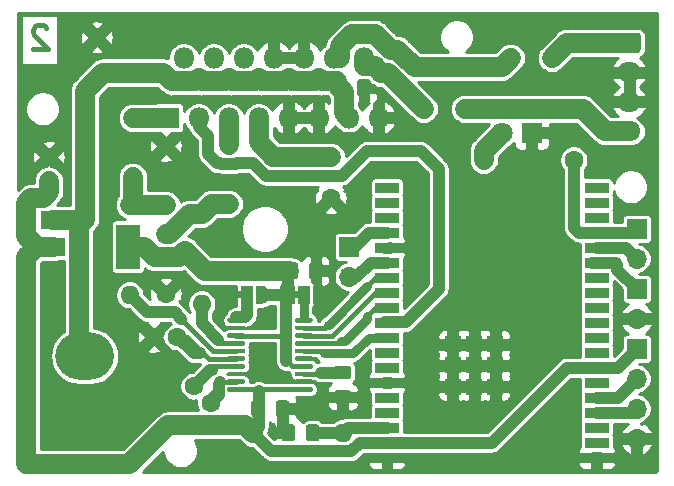
<source format=gbr>
%TF.GenerationSoftware,KiCad,Pcbnew,(5.1.10)-1*%
%TF.CreationDate,2021-08-09T16:22:04-03:00*%
%TF.ProjectId,Modulo-completo,4d6f6475-6c6f-42d6-936f-6d706c65746f,rev?*%
%TF.SameCoordinates,Original*%
%TF.FileFunction,Copper,L2,Bot*%
%TF.FilePolarity,Positive*%
%FSLAX46Y46*%
G04 Gerber Fmt 4.6, Leading zero omitted, Abs format (unit mm)*
G04 Created by KiCad (PCBNEW (5.1.10)-1) date 2021-08-09 16:22:04*
%MOMM*%
%LPD*%
G01*
G04 APERTURE LIST*
%TA.AperFunction,NonConductor*%
%ADD10C,0.400000*%
%TD*%
%TA.AperFunction,EtchedComponent*%
%ADD11C,0.100000*%
%TD*%
%TA.AperFunction,ComponentPad*%
%ADD12O,1.700000X1.700000*%
%TD*%
%TA.AperFunction,ComponentPad*%
%ADD13R,1.700000X1.700000*%
%TD*%
%TA.AperFunction,SMDPad,CuDef*%
%ADD14C,0.100000*%
%TD*%
%TA.AperFunction,SMDPad,CuDef*%
%ADD15R,1.000000X1.500000*%
%TD*%
%TA.AperFunction,ComponentPad*%
%ADD16C,1.600000*%
%TD*%
%TA.AperFunction,ComponentPad*%
%ADD17O,1.600000X1.600000*%
%TD*%
%TA.AperFunction,ComponentPad*%
%ADD18O,1.800000X1.800000*%
%TD*%
%TA.AperFunction,ComponentPad*%
%ADD19R,1.800000X1.800000*%
%TD*%
%TA.AperFunction,SMDPad,CuDef*%
%ADD20R,2.000000X0.900000*%
%TD*%
%TA.AperFunction,ComponentPad*%
%ADD21R,1.330000X1.330000*%
%TD*%
%TA.AperFunction,ComponentPad*%
%ADD22C,1.800000*%
%TD*%
%TA.AperFunction,ComponentPad*%
%ADD23O,1.950000X1.700000*%
%TD*%
%TA.AperFunction,SMDPad,CuDef*%
%ADD24R,2.000000X1.500000*%
%TD*%
%TA.AperFunction,SMDPad,CuDef*%
%ADD25R,2.000000X3.800000*%
%TD*%
%TA.AperFunction,Conductor*%
%ADD26C,1.000000*%
%TD*%
%TA.AperFunction,Conductor*%
%ADD27C,1.700000*%
%TD*%
%TA.AperFunction,Conductor*%
%ADD28C,0.400000*%
%TD*%
%TA.AperFunction,Conductor*%
%ADD29C,0.800000*%
%TD*%
%TA.AperFunction,Conductor*%
%ADD30C,0.254000*%
%TD*%
%TA.AperFunction,Conductor*%
%ADD31C,0.100000*%
%TD*%
G04 APERTURE END LIST*
D10*
X105783428Y-88122238D02*
X105688190Y-88027000D01*
X105497714Y-87931761D01*
X105021523Y-87931761D01*
X104831047Y-88027000D01*
X104735809Y-88122238D01*
X104640571Y-88312714D01*
X104640571Y-88503190D01*
X104735809Y-88788904D01*
X105878666Y-89931761D01*
X104640571Y-89931761D01*
D11*
%TO.C,JP5*%
G36*
X121838000Y-111044000D02*
G01*
X122338000Y-111044000D01*
X122338000Y-110444000D01*
X121838000Y-110444000D01*
X121838000Y-111044000D01*
G37*
%TO.C,JP4*%
G36*
X126664000Y-111044000D02*
G01*
X127164000Y-111044000D01*
X127164000Y-110444000D01*
X126664000Y-110444000D01*
X126664000Y-111044000D01*
G37*
%TD*%
D12*
%TO.P,J5,2*%
%TO.N,Net-(J5-Pad2)*%
X131374000Y-109220000D03*
D13*
%TO.P,J5,1*%
%TO.N,Net-(J5-Pad1)*%
X131374000Y-106680000D03*
%TD*%
%TO.P,C3,2*%
%TO.N,GND*%
%TA.AperFunction,SMDPad,CuDef*%
G36*
G01*
X125198500Y-120871000D02*
X125198500Y-119921000D01*
G75*
G02*
X125448500Y-119671000I250000J0D01*
G01*
X126123500Y-119671000D01*
G75*
G02*
X126373500Y-119921000I0J-250000D01*
G01*
X126373500Y-120871000D01*
G75*
G02*
X126123500Y-121121000I-250000J0D01*
G01*
X125448500Y-121121000D01*
G75*
G02*
X125198500Y-120871000I0J250000D01*
G01*
G37*
%TD.AperFunction*%
%TO.P,C3,1*%
%TO.N,+3V3*%
%TA.AperFunction,SMDPad,CuDef*%
G36*
G01*
X123123500Y-120871000D02*
X123123500Y-119921000D01*
G75*
G02*
X123373500Y-119671000I250000J0D01*
G01*
X124048500Y-119671000D01*
G75*
G02*
X124298500Y-119921000I0J-250000D01*
G01*
X124298500Y-120871000D01*
G75*
G02*
X124048500Y-121121000I-250000J0D01*
G01*
X123373500Y-121121000D01*
G75*
G02*
X123123500Y-120871000I0J250000D01*
G01*
G37*
%TD.AperFunction*%
%TD*%
%TA.AperFunction,SMDPad,CuDef*%
D14*
%TO.P,JP5,1*%
%TO.N,GND*%
G36*
X121988000Y-111494000D02*
G01*
X121438000Y-111494000D01*
X121438000Y-111493398D01*
X121413466Y-111493398D01*
X121364635Y-111488588D01*
X121316510Y-111479016D01*
X121269555Y-111464772D01*
X121224222Y-111445995D01*
X121180949Y-111422864D01*
X121140150Y-111395604D01*
X121102221Y-111364476D01*
X121067524Y-111329779D01*
X121036396Y-111291850D01*
X121009136Y-111251051D01*
X120986005Y-111207778D01*
X120967228Y-111162445D01*
X120952984Y-111115490D01*
X120943412Y-111067365D01*
X120938602Y-111018534D01*
X120938602Y-110994000D01*
X120938000Y-110994000D01*
X120938000Y-110494000D01*
X120938602Y-110494000D01*
X120938602Y-110469466D01*
X120943412Y-110420635D01*
X120952984Y-110372510D01*
X120967228Y-110325555D01*
X120986005Y-110280222D01*
X121009136Y-110236949D01*
X121036396Y-110196150D01*
X121067524Y-110158221D01*
X121102221Y-110123524D01*
X121140150Y-110092396D01*
X121180949Y-110065136D01*
X121224222Y-110042005D01*
X121269555Y-110023228D01*
X121316510Y-110008984D01*
X121364635Y-109999412D01*
X121413466Y-109994602D01*
X121438000Y-109994602D01*
X121438000Y-109994000D01*
X121988000Y-109994000D01*
X121988000Y-111494000D01*
G37*
%TD.AperFunction*%
D15*
%TO.P,JP5,2*%
%TO.N,Net-(JP5-Pad2)*%
X122738000Y-110744000D03*
%TA.AperFunction,SMDPad,CuDef*%
D14*
%TO.P,JP5,3*%
%TO.N,+3V3*%
G36*
X124038000Y-109994602D02*
G01*
X124062534Y-109994602D01*
X124111365Y-109999412D01*
X124159490Y-110008984D01*
X124206445Y-110023228D01*
X124251778Y-110042005D01*
X124295051Y-110065136D01*
X124335850Y-110092396D01*
X124373779Y-110123524D01*
X124408476Y-110158221D01*
X124439604Y-110196150D01*
X124466864Y-110236949D01*
X124489995Y-110280222D01*
X124508772Y-110325555D01*
X124523016Y-110372510D01*
X124532588Y-110420635D01*
X124537398Y-110469466D01*
X124537398Y-110494000D01*
X124538000Y-110494000D01*
X124538000Y-110994000D01*
X124537398Y-110994000D01*
X124537398Y-111018534D01*
X124532588Y-111067365D01*
X124523016Y-111115490D01*
X124508772Y-111162445D01*
X124489995Y-111207778D01*
X124466864Y-111251051D01*
X124439604Y-111291850D01*
X124408476Y-111329779D01*
X124373779Y-111364476D01*
X124335850Y-111395604D01*
X124295051Y-111422864D01*
X124251778Y-111445995D01*
X124206445Y-111464772D01*
X124159490Y-111479016D01*
X124111365Y-111488588D01*
X124062534Y-111493398D01*
X124038000Y-111493398D01*
X124038000Y-111494000D01*
X123488000Y-111494000D01*
X123488000Y-109994000D01*
X124038000Y-109994000D01*
X124038000Y-109994602D01*
G37*
%TD.AperFunction*%
%TD*%
D16*
%TO.P,C12,2*%
%TO.N,Net-(C12-Pad2)*%
X116864000Y-114300000D03*
%TO.P,C12,1*%
%TO.N,GND*%
X114864000Y-114300000D03*
%TD*%
%TO.P,C11,2*%
%TO.N,Net-(C11-Pad2)*%
X118275786Y-118473786D03*
%TO.P,C11,1*%
%TO.N,Net-(C11-Pad1)*%
X119690000Y-119888000D03*
%TD*%
%TO.P,C8,2*%
%TO.N,GND*%
X105974000Y-99092000D03*
%TO.P,C8,1*%
%TO.N,+3V3*%
X105974000Y-101092000D03*
%TD*%
D17*
%TO.P,R5,2*%
%TO.N,Net-(R5-Pad2)*%
X112832000Y-110744000D03*
D16*
%TO.P,R5,1*%
%TO.N,/PCM5100/OUTL*%
X112832000Y-103124000D03*
%TD*%
D17*
%TO.P,R4,2*%
%TO.N,Net-(R4-Pad2)*%
X118928000Y-111506000D03*
D16*
%TO.P,R4,1*%
%TO.N,/TDA7496/LIN*%
X118928000Y-103886000D03*
%TD*%
D17*
%TO.P,R3,2*%
%TO.N,Net-(C10-Pad1)*%
X130866000Y-122428000D03*
D16*
%TO.P,R3,1*%
%TO.N,+3V3*%
X123246000Y-122428000D03*
%TD*%
D17*
%TO.P,R1,2*%
%TO.N,Net-(D1-Pad2)*%
X142804000Y-99314000D03*
D16*
%TO.P,R1,1*%
%TO.N,Net-(J6-Pad1)*%
X150424000Y-99314000D03*
%TD*%
%TO.P,C5,1*%
%TO.N,Net-(C5-Pad1)*%
X121214000Y-98044000D03*
%TO.P,C5,2*%
%TO.N,/TDA7496/LIN*%
X121214000Y-103044000D03*
%TD*%
%TO.P,C16,2*%
%TO.N,/TDA7496/ROUT*%
X141224000Y-94996000D03*
%TO.P,C16,1*%
%TO.N,Net-(C16-Pad1)*%
X137724000Y-94996000D03*
%TD*%
%TO.P,C2,2*%
%TO.N,GND*%
%TA.AperFunction,SMDPad,CuDef*%
G36*
G01*
X132078000Y-93693000D02*
X132078000Y-92743000D01*
G75*
G02*
X132328000Y-92493000I250000J0D01*
G01*
X133003000Y-92493000D01*
G75*
G02*
X133253000Y-92743000I0J-250000D01*
G01*
X133253000Y-93693000D01*
G75*
G02*
X133003000Y-93943000I-250000J0D01*
G01*
X132328000Y-93943000D01*
G75*
G02*
X132078000Y-93693000I0J250000D01*
G01*
G37*
%TD.AperFunction*%
%TO.P,C2,1*%
%TO.N,+12V*%
%TA.AperFunction,SMDPad,CuDef*%
G36*
G01*
X130003000Y-93693000D02*
X130003000Y-92743000D01*
G75*
G02*
X130253000Y-92493000I250000J0D01*
G01*
X130928000Y-92493000D01*
G75*
G02*
X131178000Y-92743000I0J-250000D01*
G01*
X131178000Y-93693000D01*
G75*
G02*
X130928000Y-93943000I-250000J0D01*
G01*
X130253000Y-93943000D01*
G75*
G02*
X130003000Y-93693000I0J250000D01*
G01*
G37*
%TD.AperFunction*%
%TD*%
%TO.P,C1,1*%
%TO.N,+12V*%
X110038000Y-92456000D03*
%TO.P,C1,2*%
%TO.N,GND*%
X110038000Y-88956000D03*
%TD*%
%TO.P,C9,2*%
%TO.N,GND*%
X129850000Y-102560000D03*
%TO.P,C9,1*%
%TO.N,Net-(C9-Pad1)*%
X129850000Y-99060000D03*
%TD*%
%TO.P,J1,3*%
%TO.N,GND*%
%TA.AperFunction,ComponentPad*%
G36*
G01*
X111722000Y-119428000D02*
X111722000Y-118428000D01*
G75*
G02*
X113722000Y-116428000I2000000J0D01*
G01*
X113722000Y-116428000D01*
G75*
G02*
X115722000Y-118428000I0J-2000000D01*
G01*
X115722000Y-119428000D01*
G75*
G02*
X113722000Y-121428000I-2000000J0D01*
G01*
X113722000Y-121428000D01*
G75*
G02*
X111722000Y-119428000I0J2000000D01*
G01*
G37*
%TD.AperFunction*%
%TO.P,J1,2*%
%TA.AperFunction,ComponentPad*%
G36*
G01*
X106522000Y-121928000D02*
X106522000Y-121928000D01*
G75*
G02*
X108522000Y-119928000I2000000J0D01*
G01*
X109522000Y-119928000D01*
G75*
G02*
X111522000Y-121928000I0J-2000000D01*
G01*
X111522000Y-121928000D01*
G75*
G02*
X109522000Y-123928000I-2000000J0D01*
G01*
X108522000Y-123928000D01*
G75*
G02*
X106522000Y-121928000I0J2000000D01*
G01*
G37*
%TD.AperFunction*%
%TO.P,J1,1*%
%TO.N,+12V*%
%TA.AperFunction,ComponentPad*%
G36*
G01*
X106522000Y-115928000D02*
X106522000Y-115928000D01*
G75*
G02*
X108522000Y-113928000I2000000J0D01*
G01*
X109522000Y-113928000D01*
G75*
G02*
X111522000Y-115928000I0J-2000000D01*
G01*
X111522000Y-115928000D01*
G75*
G02*
X109522000Y-117928000I-2000000J0D01*
G01*
X108522000Y-117928000D01*
G75*
G02*
X106522000Y-115928000I0J2000000D01*
G01*
G37*
%TD.AperFunction*%
%TD*%
D18*
%TO.P,U1,15*%
%TO.N,GND*%
X133914000Y-95758000D03*
%TO.P,U1,14*%
%TO.N,Net-(C16-Pad1)*%
X132644000Y-90678000D03*
%TO.P,U1,13*%
%TO.N,+12V*%
X131374000Y-95758000D03*
%TO.P,U1,12*%
%TO.N,Net-(C19-Pad1)*%
X130104000Y-90678000D03*
%TO.P,U1,11*%
%TO.N,GND*%
X128834000Y-95758000D03*
%TO.P,U1,10*%
X127564000Y-90678000D03*
%TO.P,U1,9*%
X126294000Y-95758000D03*
%TO.P,U1,8*%
X125024000Y-90678000D03*
%TO.P,U1,7*%
%TO.N,Net-(C9-Pad1)*%
X123754000Y-95758000D03*
%TO.P,U1,6*%
%TO.N,N/C*%
X122484000Y-90678000D03*
%TO.P,U1,5*%
%TO.N,Net-(C5-Pad1)*%
X121214000Y-95758000D03*
%TO.P,U1,4*%
%TO.N,N/C*%
X119944000Y-90678000D03*
%TO.P,U1,3*%
%TO.N,/ESP32/VOL*%
X118674000Y-95758000D03*
%TO.P,U1,2*%
%TO.N,N/C*%
X117404000Y-90678000D03*
D19*
%TO.P,U1,1*%
%TO.N,Net-(C6-Pad1)*%
X116134000Y-95758000D03*
%TD*%
D12*
%TO.P,J4,2*%
%TO.N,GND*%
X155758000Y-112776000D03*
D13*
%TO.P,J4,1*%
%TO.N,Net-(J4-Pad1)*%
X155758000Y-110236000D03*
%TD*%
D20*
%TO.P,U2,1*%
%TO.N,GND*%
X134613000Y-124532000D03*
%TO.P,U2,2*%
%TO.N,+3V3*%
X134613000Y-123262000D03*
%TO.P,U2,3*%
%TO.N,Net-(C10-Pad1)*%
X134613000Y-121992000D03*
%TO.P,U2,4*%
%TO.N,N/C*%
X134613000Y-120722000D03*
%TO.P,U2,5*%
X134613000Y-119452000D03*
%TO.P,U2,6*%
%TO.N,GND*%
X134613000Y-118182000D03*
%TO.P,U2,7*%
%TO.N,N/C*%
X134613000Y-116912000D03*
%TO.P,U2,8*%
X134613000Y-115642000D03*
%TO.P,U2,9*%
%TO.N,/ESP32/GPIO22-WORD*%
X134613000Y-114372000D03*
%TO.P,U2,10*%
%TO.N,/ESP32/VOL*%
X134613000Y-113102000D03*
%TO.P,U2,11*%
%TO.N,/PCM5100/DIN*%
X134613000Y-111832000D03*
%TO.P,U2,12*%
%TO.N,/PCM5100/BCK*%
X134613000Y-110562000D03*
%TO.P,U2,13*%
%TO.N,/ESP32/IO14*%
X134613000Y-109292000D03*
%TO.P,U2,14*%
%TO.N,Net-(J5-Pad2)*%
X134613000Y-108022000D03*
%TO.P,U2,15*%
%TO.N,GND*%
X134613000Y-106752000D03*
%TO.P,U2,16*%
%TO.N,Net-(J5-Pad1)*%
X134613000Y-105482000D03*
%TO.P,U2,17*%
%TO.N,N/C*%
X134613000Y-104212000D03*
%TO.P,U2,18*%
X134613000Y-102942000D03*
%TO.P,U2,19*%
X134613000Y-101672000D03*
%TO.P,U2,20*%
X152385000Y-101672000D03*
%TO.P,U2,21*%
X152385000Y-102942000D03*
%TO.P,U2,22*%
X152385000Y-104212000D03*
%TO.P,U2,23*%
%TO.N,Net-(J6-Pad1)*%
X152385000Y-105482000D03*
%TO.P,U2,24*%
%TO.N,Net-(J6-Pad2)*%
X152385000Y-106752000D03*
%TO.P,U2,25*%
%TO.N,Net-(J4-Pad1)*%
X152385000Y-108022000D03*
%TO.P,U2,26*%
%TO.N,N/C*%
X152385000Y-109292000D03*
%TO.P,U2,27*%
X152385000Y-110562000D03*
%TO.P,U2,28*%
X152385000Y-111832000D03*
%TO.P,U2,29*%
X152385000Y-113102000D03*
%TO.P,U2,30*%
X152385000Y-114372000D03*
%TO.P,U2,31*%
X152385000Y-115642000D03*
%TO.P,U2,32*%
%TO.N,+3V3*%
X152385000Y-116912000D03*
%TO.P,U2,33*%
%TO.N,N/C*%
X152385000Y-118182000D03*
%TO.P,U2,34*%
%TO.N,Net-(J3-Pad2)*%
X152385000Y-119452000D03*
%TO.P,U2,35*%
%TO.N,Net-(J3-Pad3)*%
X152385000Y-120722000D03*
%TO.P,U2,36*%
%TO.N,N/C*%
X152385000Y-121992000D03*
%TO.P,U2,37*%
X152385000Y-123262000D03*
%TO.P,U2,38*%
%TO.N,GND*%
X152385000Y-124532000D03*
D21*
%TO.P,U2,39*%
X143794000Y-116722000D03*
X143794000Y-114922000D03*
X141994000Y-114922000D03*
X140194000Y-114922000D03*
X140194000Y-116722000D03*
X140194000Y-118522000D03*
X141994000Y-118522000D03*
X143794000Y-118522000D03*
X141994000Y-116722000D03*
%TD*%
%TO.P,C13,2*%
%TO.N,GND*%
%TA.AperFunction,SMDPad,CuDef*%
G36*
G01*
X128014000Y-109187000D02*
X128014000Y-108237000D01*
G75*
G02*
X128264000Y-107987000I250000J0D01*
G01*
X128939000Y-107987000D01*
G75*
G02*
X129189000Y-108237000I0J-250000D01*
G01*
X129189000Y-109187000D01*
G75*
G02*
X128939000Y-109437000I-250000J0D01*
G01*
X128264000Y-109437000D01*
G75*
G02*
X128014000Y-109187000I0J250000D01*
G01*
G37*
%TD.AperFunction*%
%TO.P,C13,1*%
%TO.N,+3V3*%
%TA.AperFunction,SMDPad,CuDef*%
G36*
G01*
X125939000Y-109187000D02*
X125939000Y-108237000D01*
G75*
G02*
X126189000Y-107987000I250000J0D01*
G01*
X126864000Y-107987000D01*
G75*
G02*
X127114000Y-108237000I0J-250000D01*
G01*
X127114000Y-109187000D01*
G75*
G02*
X126864000Y-109437000I-250000J0D01*
G01*
X126189000Y-109437000D01*
G75*
G02*
X125939000Y-109187000I0J250000D01*
G01*
G37*
%TD.AperFunction*%
%TD*%
D12*
%TO.P,J6,2*%
%TO.N,Net-(J6-Pad2)*%
X155758000Y-107696000D03*
D13*
%TO.P,J6,1*%
%TO.N,Net-(J6-Pad1)*%
X155758000Y-105156000D03*
%TD*%
%TO.P,C15,2*%
%TO.N,GND*%
%TA.AperFunction,SMDPad,CuDef*%
G36*
G01*
X130391000Y-118814000D02*
X131341000Y-118814000D01*
G75*
G02*
X131591000Y-119064000I0J-250000D01*
G01*
X131591000Y-119739000D01*
G75*
G02*
X131341000Y-119989000I-250000J0D01*
G01*
X130391000Y-119989000D01*
G75*
G02*
X130141000Y-119739000I0J250000D01*
G01*
X130141000Y-119064000D01*
G75*
G02*
X130391000Y-118814000I250000J0D01*
G01*
G37*
%TD.AperFunction*%
%TO.P,C15,1*%
%TO.N,Net-(C15-Pad1)*%
%TA.AperFunction,SMDPad,CuDef*%
G36*
G01*
X130391000Y-116739000D02*
X131341000Y-116739000D01*
G75*
G02*
X131591000Y-116989000I0J-250000D01*
G01*
X131591000Y-117664000D01*
G75*
G02*
X131341000Y-117914000I-250000J0D01*
G01*
X130391000Y-117914000D01*
G75*
G02*
X130141000Y-117664000I0J250000D01*
G01*
X130141000Y-116989000D01*
G75*
G02*
X130391000Y-116739000I250000J0D01*
G01*
G37*
%TD.AperFunction*%
%TD*%
%TO.P,C10,2*%
%TO.N,GND*%
%TA.AperFunction,SMDPad,CuDef*%
G36*
G01*
X126838500Y-121953000D02*
X126838500Y-122903000D01*
G75*
G02*
X126588500Y-123153000I-250000J0D01*
G01*
X125913500Y-123153000D01*
G75*
G02*
X125663500Y-122903000I0J250000D01*
G01*
X125663500Y-121953000D01*
G75*
G02*
X125913500Y-121703000I250000J0D01*
G01*
X126588500Y-121703000D01*
G75*
G02*
X126838500Y-121953000I0J-250000D01*
G01*
G37*
%TD.AperFunction*%
%TO.P,C10,1*%
%TO.N,Net-(C10-Pad1)*%
%TA.AperFunction,SMDPad,CuDef*%
G36*
G01*
X128913500Y-121953000D02*
X128913500Y-122903000D01*
G75*
G02*
X128663500Y-123153000I-250000J0D01*
G01*
X127988500Y-123153000D01*
G75*
G02*
X127738500Y-122903000I0J250000D01*
G01*
X127738500Y-121953000D01*
G75*
G02*
X127988500Y-121703000I250000J0D01*
G01*
X128663500Y-121703000D01*
G75*
G02*
X128913500Y-121953000I0J-250000D01*
G01*
G37*
%TD.AperFunction*%
%TD*%
D16*
%TO.P,C19,2*%
%TO.N,/TDA7496/LOUT*%
X148590000Y-90678000D03*
%TO.P,C19,1*%
%TO.N,Net-(C19-Pad1)*%
X145090000Y-90678000D03*
%TD*%
%TA.AperFunction,SMDPad,CuDef*%
D14*
%TO.P,JP4,1*%
%TO.N,+3V3*%
G36*
X126814000Y-111494000D02*
G01*
X126264000Y-111494000D01*
X126264000Y-111493398D01*
X126239466Y-111493398D01*
X126190635Y-111488588D01*
X126142510Y-111479016D01*
X126095555Y-111464772D01*
X126050222Y-111445995D01*
X126006949Y-111422864D01*
X125966150Y-111395604D01*
X125928221Y-111364476D01*
X125893524Y-111329779D01*
X125862396Y-111291850D01*
X125835136Y-111251051D01*
X125812005Y-111207778D01*
X125793228Y-111162445D01*
X125778984Y-111115490D01*
X125769412Y-111067365D01*
X125764602Y-111018534D01*
X125764602Y-110994000D01*
X125764000Y-110994000D01*
X125764000Y-110494000D01*
X125764602Y-110494000D01*
X125764602Y-110469466D01*
X125769412Y-110420635D01*
X125778984Y-110372510D01*
X125793228Y-110325555D01*
X125812005Y-110280222D01*
X125835136Y-110236949D01*
X125862396Y-110196150D01*
X125893524Y-110158221D01*
X125928221Y-110123524D01*
X125966150Y-110092396D01*
X126006949Y-110065136D01*
X126050222Y-110042005D01*
X126095555Y-110023228D01*
X126142510Y-110008984D01*
X126190635Y-109999412D01*
X126239466Y-109994602D01*
X126264000Y-109994602D01*
X126264000Y-109994000D01*
X126814000Y-109994000D01*
X126814000Y-111494000D01*
G37*
%TD.AperFunction*%
D15*
%TO.P,JP4,2*%
%TO.N,Net-(JP4-Pad2)*%
X127564000Y-110744000D03*
%TA.AperFunction,SMDPad,CuDef*%
D14*
%TO.P,JP4,3*%
%TO.N,GND*%
G36*
X128864000Y-109994602D02*
G01*
X128888534Y-109994602D01*
X128937365Y-109999412D01*
X128985490Y-110008984D01*
X129032445Y-110023228D01*
X129077778Y-110042005D01*
X129121051Y-110065136D01*
X129161850Y-110092396D01*
X129199779Y-110123524D01*
X129234476Y-110158221D01*
X129265604Y-110196150D01*
X129292864Y-110236949D01*
X129315995Y-110280222D01*
X129334772Y-110325555D01*
X129349016Y-110372510D01*
X129358588Y-110420635D01*
X129363398Y-110469466D01*
X129363398Y-110494000D01*
X129364000Y-110494000D01*
X129364000Y-110994000D01*
X129363398Y-110994000D01*
X129363398Y-111018534D01*
X129358588Y-111067365D01*
X129349016Y-111115490D01*
X129334772Y-111162445D01*
X129315995Y-111207778D01*
X129292864Y-111251051D01*
X129265604Y-111291850D01*
X129234476Y-111329779D01*
X129199779Y-111364476D01*
X129161850Y-111395604D01*
X129121051Y-111422864D01*
X129077778Y-111445995D01*
X129032445Y-111464772D01*
X128985490Y-111479016D01*
X128937365Y-111488588D01*
X128888534Y-111493398D01*
X128864000Y-111493398D01*
X128864000Y-111494000D01*
X128314000Y-111494000D01*
X128314000Y-109994000D01*
X128864000Y-109994000D01*
X128864000Y-109994602D01*
G37*
%TD.AperFunction*%
%TD*%
D16*
%TO.P,C6,2*%
%TO.N,/PCM5100/OUTL*%
X113086000Y-100758000D03*
%TO.P,C6,1*%
%TO.N,Net-(C6-Pad1)*%
X113086000Y-95758000D03*
%TD*%
%TO.P,C17,2*%
%TO.N,GND*%
X115880000Y-98124000D03*
%TO.P,C17,1*%
%TO.N,/PCM5100/OUTL*%
X115880000Y-103124000D03*
%TD*%
%TO.P,C14,2*%
%TO.N,GND*%
X115880000Y-110664000D03*
%TO.P,C14,1*%
%TO.N,/TDA7496/LIN*%
X115880000Y-105664000D03*
%TD*%
D22*
%TO.P,D1,2*%
%TO.N,Net-(D1-Pad2)*%
X144328000Y-97028000D03*
D19*
%TO.P,D1,1*%
%TO.N,GND*%
X146868000Y-97028000D03*
%TD*%
D23*
%TO.P,J2,4*%
%TO.N,/TDA7496/ROUT*%
X155123000Y-96908000D03*
%TO.P,J2,3*%
%TO.N,GND*%
X155123000Y-94408000D03*
%TO.P,J2,2*%
X155123000Y-91908000D03*
%TO.P,J2,1*%
%TO.N,/TDA7496/LOUT*%
%TA.AperFunction,ComponentPad*%
G36*
G01*
X154398000Y-88558000D02*
X155848000Y-88558000D01*
G75*
G02*
X156098000Y-88808000I0J-250000D01*
G01*
X156098000Y-90008000D01*
G75*
G02*
X155848000Y-90258000I-250000J0D01*
G01*
X154398000Y-90258000D01*
G75*
G02*
X154148000Y-90008000I0J250000D01*
G01*
X154148000Y-88808000D01*
G75*
G02*
X154398000Y-88558000I250000J0D01*
G01*
G37*
%TD.AperFunction*%
%TD*%
D24*
%TO.P,U3,1*%
%TO.N,GND*%
X106380000Y-108980000D03*
%TO.P,U3,3*%
%TO.N,+12V*%
X106380000Y-104380000D03*
%TO.P,U3,2*%
%TO.N,+3V3*%
X106380000Y-106680000D03*
D25*
X112680000Y-106680000D03*
%TD*%
D12*
%TO.P,J3,4*%
%TO.N,GND*%
X155758000Y-122936000D03*
%TO.P,J3,3*%
%TO.N,Net-(J3-Pad3)*%
X155758000Y-120396000D03*
%TO.P,J3,2*%
%TO.N,Net-(J3-Pad2)*%
X155758000Y-117856000D03*
D13*
%TO.P,J3,1*%
%TO.N,+3V3*%
X155758000Y-115316000D03*
%TD*%
%TO.P,U4,20*%
%TO.N,+3V3*%
%TA.AperFunction,SMDPad,CuDef*%
G36*
G01*
X126839000Y-118849000D02*
X126839000Y-118649000D01*
G75*
G02*
X126939000Y-118549000I100000J0D01*
G01*
X128214000Y-118549000D01*
G75*
G02*
X128314000Y-118649000I0J-100000D01*
G01*
X128314000Y-118849000D01*
G75*
G02*
X128214000Y-118949000I-100000J0D01*
G01*
X126939000Y-118949000D01*
G75*
G02*
X126839000Y-118849000I0J100000D01*
G01*
G37*
%TD.AperFunction*%
%TO.P,U4,19*%
%TO.N,GND*%
%TA.AperFunction,SMDPad,CuDef*%
G36*
G01*
X126839000Y-118199000D02*
X126839000Y-117999000D01*
G75*
G02*
X126939000Y-117899000I100000J0D01*
G01*
X128214000Y-117899000D01*
G75*
G02*
X128314000Y-117999000I0J-100000D01*
G01*
X128314000Y-118199000D01*
G75*
G02*
X128214000Y-118299000I-100000J0D01*
G01*
X126939000Y-118299000D01*
G75*
G02*
X126839000Y-118199000I0J100000D01*
G01*
G37*
%TD.AperFunction*%
%TO.P,U4,18*%
%TO.N,Net-(C15-Pad1)*%
%TA.AperFunction,SMDPad,CuDef*%
G36*
G01*
X126839000Y-117549000D02*
X126839000Y-117349000D01*
G75*
G02*
X126939000Y-117249000I100000J0D01*
G01*
X128214000Y-117249000D01*
G75*
G02*
X128314000Y-117349000I0J-100000D01*
G01*
X128314000Y-117549000D01*
G75*
G02*
X128214000Y-117649000I-100000J0D01*
G01*
X126939000Y-117649000D01*
G75*
G02*
X126839000Y-117549000I0J100000D01*
G01*
G37*
%TD.AperFunction*%
%TO.P,U4,17*%
%TO.N,+3V3*%
%TA.AperFunction,SMDPad,CuDef*%
G36*
G01*
X126839000Y-116899000D02*
X126839000Y-116699000D01*
G75*
G02*
X126939000Y-116599000I100000J0D01*
G01*
X128214000Y-116599000D01*
G75*
G02*
X128314000Y-116699000I0J-100000D01*
G01*
X128314000Y-116899000D01*
G75*
G02*
X128214000Y-116999000I-100000J0D01*
G01*
X126939000Y-116999000D01*
G75*
G02*
X126839000Y-116899000I0J100000D01*
G01*
G37*
%TD.AperFunction*%
%TO.P,U4,16*%
%TO.N,GND*%
%TA.AperFunction,SMDPad,CuDef*%
G36*
G01*
X126839000Y-116249000D02*
X126839000Y-116049000D01*
G75*
G02*
X126939000Y-115949000I100000J0D01*
G01*
X128214000Y-115949000D01*
G75*
G02*
X128314000Y-116049000I0J-100000D01*
G01*
X128314000Y-116249000D01*
G75*
G02*
X128214000Y-116349000I-100000J0D01*
G01*
X126939000Y-116349000D01*
G75*
G02*
X126839000Y-116249000I0J100000D01*
G01*
G37*
%TD.AperFunction*%
%TO.P,U4,15*%
%TO.N,/ESP32/GPIO22-WORD*%
%TA.AperFunction,SMDPad,CuDef*%
G36*
G01*
X126839000Y-115599000D02*
X126839000Y-115399000D01*
G75*
G02*
X126939000Y-115299000I100000J0D01*
G01*
X128214000Y-115299000D01*
G75*
G02*
X128314000Y-115399000I0J-100000D01*
G01*
X128314000Y-115599000D01*
G75*
G02*
X128214000Y-115699000I-100000J0D01*
G01*
X126939000Y-115699000D01*
G75*
G02*
X126839000Y-115599000I0J100000D01*
G01*
G37*
%TD.AperFunction*%
%TO.P,U4,14*%
%TO.N,/PCM5100/DIN*%
%TA.AperFunction,SMDPad,CuDef*%
G36*
G01*
X126839000Y-114949000D02*
X126839000Y-114749000D01*
G75*
G02*
X126939000Y-114649000I100000J0D01*
G01*
X128214000Y-114649000D01*
G75*
G02*
X128314000Y-114749000I0J-100000D01*
G01*
X128314000Y-114949000D01*
G75*
G02*
X128214000Y-115049000I-100000J0D01*
G01*
X126939000Y-115049000D01*
G75*
G02*
X126839000Y-114949000I0J100000D01*
G01*
G37*
%TD.AperFunction*%
%TO.P,U4,13*%
%TO.N,/PCM5100/BCK*%
%TA.AperFunction,SMDPad,CuDef*%
G36*
G01*
X126839000Y-114299000D02*
X126839000Y-114099000D01*
G75*
G02*
X126939000Y-113999000I100000J0D01*
G01*
X128214000Y-113999000D01*
G75*
G02*
X128314000Y-114099000I0J-100000D01*
G01*
X128314000Y-114299000D01*
G75*
G02*
X128214000Y-114399000I-100000J0D01*
G01*
X126939000Y-114399000D01*
G75*
G02*
X126839000Y-114299000I0J100000D01*
G01*
G37*
%TD.AperFunction*%
%TO.P,U4,12*%
%TO.N,/ESP32/IO14*%
%TA.AperFunction,SMDPad,CuDef*%
G36*
G01*
X126839000Y-113649000D02*
X126839000Y-113449000D01*
G75*
G02*
X126939000Y-113349000I100000J0D01*
G01*
X128214000Y-113349000D01*
G75*
G02*
X128314000Y-113449000I0J-100000D01*
G01*
X128314000Y-113649000D01*
G75*
G02*
X128214000Y-113749000I-100000J0D01*
G01*
X126939000Y-113749000D01*
G75*
G02*
X126839000Y-113649000I0J100000D01*
G01*
G37*
%TD.AperFunction*%
%TO.P,U4,11*%
%TO.N,Net-(JP4-Pad2)*%
%TA.AperFunction,SMDPad,CuDef*%
G36*
G01*
X126839000Y-112999000D02*
X126839000Y-112799000D01*
G75*
G02*
X126939000Y-112699000I100000J0D01*
G01*
X128214000Y-112699000D01*
G75*
G02*
X128314000Y-112799000I0J-100000D01*
G01*
X128314000Y-112999000D01*
G75*
G02*
X128214000Y-113099000I-100000J0D01*
G01*
X126939000Y-113099000D01*
G75*
G02*
X126839000Y-112999000I0J100000D01*
G01*
G37*
%TD.AperFunction*%
%TO.P,U4,10*%
%TO.N,Net-(JP5-Pad2)*%
%TA.AperFunction,SMDPad,CuDef*%
G36*
G01*
X121114000Y-112999000D02*
X121114000Y-112799000D01*
G75*
G02*
X121214000Y-112699000I100000J0D01*
G01*
X122489000Y-112699000D01*
G75*
G02*
X122589000Y-112799000I0J-100000D01*
G01*
X122589000Y-112999000D01*
G75*
G02*
X122489000Y-113099000I-100000J0D01*
G01*
X121214000Y-113099000D01*
G75*
G02*
X121114000Y-112999000I0J100000D01*
G01*
G37*
%TD.AperFunction*%
%TO.P,U4,9*%
%TO.N,GND*%
%TA.AperFunction,SMDPad,CuDef*%
G36*
G01*
X121114000Y-113649000D02*
X121114000Y-113449000D01*
G75*
G02*
X121214000Y-113349000I100000J0D01*
G01*
X122489000Y-113349000D01*
G75*
G02*
X122589000Y-113449000I0J-100000D01*
G01*
X122589000Y-113649000D01*
G75*
G02*
X122489000Y-113749000I-100000J0D01*
G01*
X121214000Y-113749000D01*
G75*
G02*
X121114000Y-113649000I0J100000D01*
G01*
G37*
%TD.AperFunction*%
%TO.P,U4,8*%
%TO.N,+3V3*%
%TA.AperFunction,SMDPad,CuDef*%
G36*
G01*
X121114000Y-114299000D02*
X121114000Y-114099000D01*
G75*
G02*
X121214000Y-113999000I100000J0D01*
G01*
X122489000Y-113999000D01*
G75*
G02*
X122589000Y-114099000I0J-100000D01*
G01*
X122589000Y-114299000D01*
G75*
G02*
X122489000Y-114399000I-100000J0D01*
G01*
X121214000Y-114399000D01*
G75*
G02*
X121114000Y-114299000I0J100000D01*
G01*
G37*
%TD.AperFunction*%
%TO.P,U4,7*%
%TO.N,Net-(R4-Pad2)*%
%TA.AperFunction,SMDPad,CuDef*%
G36*
G01*
X121114000Y-114949000D02*
X121114000Y-114749000D01*
G75*
G02*
X121214000Y-114649000I100000J0D01*
G01*
X122489000Y-114649000D01*
G75*
G02*
X122589000Y-114749000I0J-100000D01*
G01*
X122589000Y-114949000D01*
G75*
G02*
X122489000Y-115049000I-100000J0D01*
G01*
X121214000Y-115049000D01*
G75*
G02*
X121114000Y-114949000I0J100000D01*
G01*
G37*
%TD.AperFunction*%
%TO.P,U4,6*%
%TO.N,Net-(R5-Pad2)*%
%TA.AperFunction,SMDPad,CuDef*%
G36*
G01*
X121114000Y-115599000D02*
X121114000Y-115399000D01*
G75*
G02*
X121214000Y-115299000I100000J0D01*
G01*
X122489000Y-115299000D01*
G75*
G02*
X122589000Y-115399000I0J-100000D01*
G01*
X122589000Y-115599000D01*
G75*
G02*
X122489000Y-115699000I-100000J0D01*
G01*
X121214000Y-115699000D01*
G75*
G02*
X121114000Y-115599000I0J100000D01*
G01*
G37*
%TD.AperFunction*%
%TO.P,U4,5*%
%TO.N,Net-(C12-Pad2)*%
%TA.AperFunction,SMDPad,CuDef*%
G36*
G01*
X121114000Y-116249000D02*
X121114000Y-116049000D01*
G75*
G02*
X121214000Y-115949000I100000J0D01*
G01*
X122489000Y-115949000D01*
G75*
G02*
X122589000Y-116049000I0J-100000D01*
G01*
X122589000Y-116249000D01*
G75*
G02*
X122489000Y-116349000I-100000J0D01*
G01*
X121214000Y-116349000D01*
G75*
G02*
X121114000Y-116249000I0J100000D01*
G01*
G37*
%TD.AperFunction*%
%TO.P,U4,4*%
%TO.N,Net-(C11-Pad2)*%
%TA.AperFunction,SMDPad,CuDef*%
G36*
G01*
X121114000Y-116899000D02*
X121114000Y-116699000D01*
G75*
G02*
X121214000Y-116599000I100000J0D01*
G01*
X122489000Y-116599000D01*
G75*
G02*
X122589000Y-116699000I0J-100000D01*
G01*
X122589000Y-116899000D01*
G75*
G02*
X122489000Y-116999000I-100000J0D01*
G01*
X121214000Y-116999000D01*
G75*
G02*
X121114000Y-116899000I0J100000D01*
G01*
G37*
%TD.AperFunction*%
%TO.P,U4,3*%
%TO.N,GND*%
%TA.AperFunction,SMDPad,CuDef*%
G36*
G01*
X121114000Y-117549000D02*
X121114000Y-117349000D01*
G75*
G02*
X121214000Y-117249000I100000J0D01*
G01*
X122489000Y-117249000D01*
G75*
G02*
X122589000Y-117349000I0J-100000D01*
G01*
X122589000Y-117549000D01*
G75*
G02*
X122489000Y-117649000I-100000J0D01*
G01*
X121214000Y-117649000D01*
G75*
G02*
X121114000Y-117549000I0J100000D01*
G01*
G37*
%TD.AperFunction*%
%TO.P,U4,2*%
%TO.N,Net-(C11-Pad1)*%
%TA.AperFunction,SMDPad,CuDef*%
G36*
G01*
X121114000Y-118199000D02*
X121114000Y-117999000D01*
G75*
G02*
X121214000Y-117899000I100000J0D01*
G01*
X122489000Y-117899000D01*
G75*
G02*
X122589000Y-117999000I0J-100000D01*
G01*
X122589000Y-118199000D01*
G75*
G02*
X122489000Y-118299000I-100000J0D01*
G01*
X121214000Y-118299000D01*
G75*
G02*
X121114000Y-118199000I0J100000D01*
G01*
G37*
%TD.AperFunction*%
%TO.P,U4,1*%
%TO.N,+3V3*%
%TA.AperFunction,SMDPad,CuDef*%
G36*
G01*
X121114000Y-118849000D02*
X121114000Y-118649000D01*
G75*
G02*
X121214000Y-118549000I100000J0D01*
G01*
X122489000Y-118549000D01*
G75*
G02*
X122589000Y-118649000I0J-100000D01*
G01*
X122589000Y-118849000D01*
G75*
G02*
X122489000Y-118949000I-100000J0D01*
G01*
X121214000Y-118949000D01*
G75*
G02*
X121114000Y-118849000I0J100000D01*
G01*
G37*
%TD.AperFunction*%
%TD*%
D26*
%TO.N,GND*%
X125786000Y-121963000D02*
X126251000Y-122428000D01*
X125786000Y-120396000D02*
X125786000Y-121963000D01*
%TO.N,+12V*%
X108006000Y-115928000D02*
X108514000Y-115420000D01*
D27*
X108514000Y-115420000D02*
X109022000Y-115928000D01*
X108514000Y-104620000D02*
X108514000Y-115420000D01*
X108754000Y-104380000D02*
X108514000Y-104620000D01*
X106380000Y-104380000D02*
X108754000Y-104380000D01*
X130358000Y-92964000D02*
X130977990Y-93583990D01*
X129143999Y-92678001D02*
X130358000Y-92678001D01*
X128834000Y-92368002D02*
X129143999Y-92678001D01*
X130977990Y-93583990D02*
X130977990Y-95361990D01*
X128524001Y-92678001D02*
X128834000Y-92368002D01*
X126603999Y-92678001D02*
X128524001Y-92678001D01*
X126294000Y-92368002D02*
X126603999Y-92678001D01*
X125984001Y-92678001D02*
X126294000Y-92368002D01*
X124063999Y-92678001D02*
X125984001Y-92678001D01*
X130358000Y-92678001D02*
X130358000Y-92964000D01*
X123754000Y-92368002D02*
X124063999Y-92678001D01*
X106380000Y-104380000D02*
X109022000Y-104380000D01*
X109022000Y-104380000D02*
X109022000Y-93472000D01*
X109022000Y-93472000D02*
X110566000Y-91928000D01*
X110566000Y-91928000D02*
X115693998Y-91928000D01*
X121523999Y-92678001D02*
X123444001Y-92678001D01*
X130977990Y-95361990D02*
X131374000Y-95758000D01*
X115693998Y-91928000D02*
X116443999Y-92678001D01*
X116443999Y-92678001D02*
X118364001Y-92678001D01*
X118364001Y-92678001D02*
X118674000Y-92368002D01*
X118674000Y-92368002D02*
X118983999Y-92678001D01*
X118983999Y-92678001D02*
X120904001Y-92678001D01*
X120904001Y-92678001D02*
X121214000Y-92368002D01*
X123444001Y-92678001D02*
X123754000Y-92368002D01*
X121214000Y-92368002D02*
X121523999Y-92678001D01*
%TO.N,Net-(C5-Pad1)*%
X121214000Y-98044000D02*
X121214000Y-95758000D01*
%TO.N,Net-(C6-Pad1)*%
X113086000Y-95758000D02*
X116134000Y-95758000D01*
D26*
%TO.N,+3V3*%
X143494000Y-123262000D02*
X134613000Y-123262000D01*
X149844000Y-116912000D02*
X143494000Y-123262000D01*
X152385000Y-116912000D02*
X149844000Y-116912000D01*
X126088990Y-115696912D02*
X126088990Y-116332000D01*
D28*
X126088990Y-116332000D02*
X126294000Y-116332000D01*
X126555990Y-116799000D02*
X126088990Y-116332000D01*
X127576500Y-116799000D02*
X126555990Y-116799000D01*
X125887000Y-114199000D02*
X126088990Y-113997010D01*
X121851500Y-114199000D02*
X125887000Y-114199000D01*
D26*
X126088990Y-113997010D02*
X126088990Y-115696912D01*
D28*
X124893000Y-118749000D02*
X127576500Y-118749000D01*
X121851500Y-118749000D02*
X124893000Y-118749000D01*
D26*
X131610001Y-123978001D02*
X124796001Y-123978001D01*
X132326002Y-123262000D02*
X131610001Y-123978001D01*
X134613000Y-123262000D02*
X132326002Y-123262000D01*
X124796001Y-123978001D02*
X123246000Y-122428000D01*
X123754000Y-121920000D02*
X123754000Y-118872000D01*
X123246000Y-122428000D02*
X123754000Y-121920000D01*
D27*
X106380000Y-106680000D02*
X104949998Y-106680000D01*
X122619999Y-121801999D02*
X123246000Y-122428000D01*
X116117999Y-121801999D02*
X122619999Y-121801999D01*
X112817008Y-125102990D02*
X116117999Y-121801999D01*
X104064010Y-107565988D02*
X104064010Y-125102990D01*
X104064010Y-125102990D02*
X112817008Y-125102990D01*
X104949998Y-106680000D02*
X104064010Y-107565988D01*
X105974000Y-102028270D02*
X105974000Y-101092000D01*
X104499999Y-102529999D02*
X105472271Y-102529999D01*
X104064010Y-102965988D02*
X104499999Y-102529999D01*
X104064010Y-105794012D02*
X104064010Y-102965988D01*
X105472271Y-102529999D02*
X105974000Y-102028270D01*
X104949998Y-106680000D02*
X104064010Y-105794012D01*
D26*
X124038000Y-110744000D02*
X126264000Y-110744000D01*
X126088990Y-110157010D02*
X126088990Y-113997010D01*
X126264000Y-109982000D02*
X126088990Y-110157010D01*
X126264000Y-108974500D02*
X126264000Y-109982000D01*
X126526500Y-108712000D02*
X126264000Y-108974500D01*
D27*
X119182000Y-108712000D02*
X126294000Y-108712000D01*
X117512865Y-107042865D02*
X119182000Y-108712000D01*
X116991729Y-107564001D02*
X117512865Y-107042865D01*
X114967999Y-107564001D02*
X116991729Y-107564001D01*
X114083998Y-106680000D02*
X114967999Y-107564001D01*
X112680000Y-106680000D02*
X114083998Y-106680000D01*
D26*
X154162000Y-116912000D02*
X152385000Y-116912000D01*
X155758000Y-115316000D02*
X154162000Y-116912000D01*
%TO.N,Net-(C10-Pad1)*%
X130866000Y-122428000D02*
X128326000Y-122428000D01*
X134613000Y-121992000D02*
X131302000Y-121992000D01*
X131302000Y-121992000D02*
X130866000Y-122428000D01*
D28*
%TO.N,Net-(C11-Pad2)*%
X119950572Y-116799000D02*
X118275786Y-118473786D01*
X121851500Y-116799000D02*
X119950572Y-116799000D01*
D26*
X119650562Y-117099010D02*
X119799786Y-117099010D01*
X118275786Y-118473786D02*
X119650562Y-117099010D01*
D28*
%TO.N,Net-(C11-Pad1)*%
X119690000Y-119126000D02*
X119690000Y-119888000D01*
X120717000Y-118099000D02*
X119690000Y-119126000D01*
X121851500Y-118099000D02*
X120717000Y-118099000D01*
D26*
X120363990Y-118296912D02*
X120501451Y-118159451D01*
X120363990Y-119214010D02*
X120363990Y-118296912D01*
X119690000Y-119888000D02*
X120363990Y-119214010D01*
%TO.N,Net-(C15-Pad1)*%
X130866000Y-117326500D02*
X129057500Y-117326500D01*
D28*
X127576500Y-117449000D02*
X128935000Y-117449000D01*
D26*
%TO.N,Net-(J3-Pad3)*%
X155432000Y-120722000D02*
X152385000Y-120722000D01*
X155758000Y-120396000D02*
X155432000Y-120722000D01*
%TO.N,Net-(J3-Pad2)*%
X154162000Y-119452000D02*
X152385000Y-119452000D01*
X155758000Y-117856000D02*
X154162000Y-119452000D01*
D27*
%TO.N,Net-(C9-Pad1)*%
X125000755Y-99059999D02*
X129850000Y-99060000D01*
X123754000Y-95758000D02*
X123754000Y-97813243D01*
X123754000Y-97813243D02*
X125000755Y-99059999D01*
%TO.N,Net-(C16-Pad1)*%
X134117204Y-91948000D02*
X134676000Y-91948000D01*
X133562194Y-91392990D02*
X134117204Y-91948000D01*
X134676000Y-91948000D02*
X137724000Y-94996000D01*
X132644000Y-91392990D02*
X133562194Y-91392990D01*
X132644000Y-90678000D02*
X132644000Y-91392990D01*
%TO.N,Net-(C19-Pad1)*%
X144328000Y-91440000D02*
X145090000Y-90678000D01*
X136454000Y-90932000D02*
X136962000Y-91440000D01*
X136417730Y-90932000D02*
X136454000Y-90932000D01*
X134924924Y-89997990D02*
X135483720Y-89997990D01*
X135483720Y-89997990D02*
X136417730Y-90932000D01*
X134368982Y-89442980D02*
X134369915Y-89442981D01*
X136962000Y-91440000D02*
X144328000Y-91440000D01*
X133604001Y-88677999D02*
X134368982Y-89442980D01*
X131683999Y-88677999D02*
X133604001Y-88677999D01*
X130643999Y-89717999D02*
X131683999Y-88677999D01*
X130643999Y-90678000D02*
X130643999Y-89717999D01*
X134369915Y-89442981D02*
X134924924Y-89997990D01*
X130104000Y-90678000D02*
X130643999Y-90678000D01*
%TO.N,Net-(D1-Pad2)*%
X142804000Y-98552000D02*
X144328000Y-97028000D01*
X142804000Y-99314000D02*
X142804000Y-98552000D01*
D28*
%TO.N,/PCM5100/DIN*%
X133622998Y-111832000D02*
X134613000Y-111832000D01*
X127576500Y-114849000D02*
X130605998Y-114849000D01*
X130605998Y-114849000D02*
X132915499Y-112539499D01*
X132915499Y-112539499D02*
X133622998Y-111832000D01*
D29*
X131025010Y-114648990D02*
X130738103Y-114648990D01*
X132915499Y-112758501D02*
X131025010Y-114648990D01*
X132915499Y-112539499D02*
X132915499Y-112758501D01*
D28*
%TO.N,/PCM5100/BCK*%
X133622998Y-110562000D02*
X134613000Y-110562000D01*
X129985998Y-114199000D02*
X133622998Y-110562000D01*
X127576500Y-114199000D02*
X129985998Y-114199000D01*
%TO.N,Net-(R4-Pad2)*%
X121851500Y-114849000D02*
X120239000Y-114849000D01*
X118928000Y-113538000D02*
X118928000Y-111506000D01*
X120239000Y-114849000D02*
X118928000Y-113538000D01*
D26*
X118928000Y-113170482D02*
X120306508Y-114548990D01*
X118928000Y-111506000D02*
X118928000Y-113170482D01*
D28*
%TO.N,Net-(R5-Pad2)*%
X121851500Y-115499000D02*
X119913002Y-115499000D01*
D26*
X114302001Y-112214001D02*
X116628003Y-112214001D01*
X116628003Y-112214001D02*
X117170001Y-112755999D01*
X112832000Y-110744000D02*
X114302001Y-112214001D01*
D28*
X119913002Y-115499000D02*
X117170001Y-112755999D01*
%TO.N,Net-(C12-Pad2)*%
X119507000Y-116149000D02*
X121851500Y-116149000D01*
X117658000Y-114300000D02*
X119507000Y-116149000D01*
X116864000Y-114300000D02*
X117658000Y-114300000D01*
D26*
X118277757Y-115713757D02*
X118784243Y-115713757D01*
X116864000Y-114300000D02*
X118277757Y-115713757D01*
D29*
%TO.N,Net-(JP4-Pad2)*%
X127564000Y-112686490D02*
X127576500Y-112698990D01*
X127564000Y-110744000D02*
X127564000Y-112686490D01*
D26*
%TO.N,Net-(JP5-Pad2)*%
X122633010Y-112598990D02*
X121851500Y-112598990D01*
X122738000Y-112494000D02*
X122633010Y-112598990D01*
X122738000Y-110744000D02*
X122738000Y-112494000D01*
D28*
%TO.N,/ESP32/IO14*%
X133622998Y-109292000D02*
X134613000Y-109292000D01*
X127576500Y-113549000D02*
X129365998Y-113549000D01*
D29*
X129681405Y-113301499D02*
X132962999Y-110019905D01*
X129613499Y-113301499D02*
X129681405Y-113301499D01*
D28*
X129365998Y-113549000D02*
X129613499Y-113301499D01*
X129613499Y-113301499D02*
X133622998Y-109292000D01*
D26*
%TO.N,Net-(J4-Pad1)*%
X152004000Y-108022000D02*
X152328000Y-108022000D01*
X153105999Y-108091999D02*
X153036000Y-108022000D01*
X153985001Y-108091999D02*
X153105999Y-108091999D01*
X154135001Y-108241999D02*
X153985001Y-108091999D01*
X154135001Y-108613001D02*
X154135001Y-108241999D01*
X153036000Y-108022000D02*
X152385000Y-108022000D01*
X155758000Y-110236000D02*
X154135001Y-108613001D01*
%TO.N,Net-(J6-Pad2)*%
X154814000Y-106752000D02*
X155758000Y-107696000D01*
X152385000Y-106752000D02*
X154814000Y-106752000D01*
%TO.N,Net-(J6-Pad1)*%
X150854998Y-105482000D02*
X152385000Y-105482000D01*
X150424000Y-105051002D02*
X150854998Y-105482000D01*
X150424000Y-99314000D02*
X150424000Y-105051002D01*
X155432000Y-105482000D02*
X152385000Y-105482000D01*
X155758000Y-105156000D02*
X155432000Y-105482000D01*
D27*
%TO.N,/TDA7496/LIN*%
X119770000Y-103044000D02*
X118928000Y-103886000D01*
X121214000Y-103044000D02*
X119770000Y-103044000D01*
X116184009Y-105613991D02*
X115880000Y-105613991D01*
X117912000Y-103886000D02*
X116184009Y-105613991D01*
X118928000Y-103886000D02*
X117912000Y-103886000D01*
%TO.N,/TDA7496/ROUT*%
X153098000Y-96908000D02*
X155123000Y-96908000D01*
X151186000Y-94996000D02*
X153098000Y-96908000D01*
X141224000Y-94996000D02*
X151186000Y-94996000D01*
%TO.N,/TDA7496/LOUT*%
X149860000Y-89408000D02*
X155123000Y-89408000D01*
X148590000Y-90678000D02*
X149860000Y-89408000D01*
%TO.N,/PCM5100/OUTL*%
X113086000Y-102870000D02*
X112832000Y-103124000D01*
X113086000Y-100758000D02*
X113086000Y-102870000D01*
X112832000Y-103124000D02*
X115880000Y-103124000D01*
D26*
%TO.N,/ESP32/VOL*%
X138994000Y-110251002D02*
X136193011Y-113051991D01*
X137470000Y-98552000D02*
X138994000Y-100076000D01*
X132898000Y-98552000D02*
X137470000Y-98552000D01*
X124338010Y-100660010D02*
X130789990Y-100660010D01*
X123246000Y-99568000D02*
X124338010Y-100660010D01*
X121984002Y-99568000D02*
X123246000Y-99568000D01*
X118674000Y-95758000D02*
X118674000Y-96520000D01*
X121876745Y-99644010D02*
X121926754Y-99594001D01*
X118674000Y-96520000D02*
X119436000Y-97282000D01*
X136193011Y-113051991D02*
X134422000Y-113051991D01*
X120469999Y-99594001D02*
X120501246Y-99594001D01*
X119436000Y-97282000D02*
X119436000Y-98806000D01*
X119436000Y-98806000D02*
X120189998Y-99559998D01*
X138994000Y-100076000D02*
X138994000Y-110251002D01*
X120443998Y-99568000D02*
X120469999Y-99594001D01*
X120189998Y-99559998D02*
X120189998Y-99568000D01*
X121958001Y-99594001D02*
X121984002Y-99568000D01*
X120189998Y-99568000D02*
X120443998Y-99568000D01*
X130789990Y-100660010D02*
X132898000Y-98552000D01*
X120551255Y-99644010D02*
X121876745Y-99644010D01*
X120501246Y-99594001D02*
X120551255Y-99644010D01*
X121926754Y-99594001D02*
X121958001Y-99594001D01*
D29*
%TO.N,/ESP32/GPIO22-WORD*%
X131736537Y-115699010D02*
X129271000Y-115699010D01*
X133063547Y-114372000D02*
X131736537Y-115699010D01*
X134613000Y-114372000D02*
X133063547Y-114372000D01*
D28*
X133080000Y-114372000D02*
X134613000Y-114372000D01*
X131953000Y-115499000D02*
X133080000Y-114372000D01*
X127576500Y-115499000D02*
X131953000Y-115499000D01*
D26*
%TO.N,Net-(J5-Pad2)*%
X133224000Y-108022000D02*
X134613000Y-108022000D01*
X132026000Y-109220000D02*
X133224000Y-108022000D01*
X131374000Y-109220000D02*
X132026000Y-109220000D01*
%TO.N,Net-(J5-Pad1)*%
X131884998Y-106680000D02*
X131374000Y-106680000D01*
X133082998Y-105482000D02*
X131884998Y-106680000D01*
X134613000Y-105482000D02*
X133082998Y-105482000D01*
%TD*%
D30*
%TO.N,GND*%
X157487001Y-125680371D02*
X157337327Y-125776000D01*
X113949948Y-125776000D01*
X115673000Y-124052949D01*
X115673000Y-124097472D01*
X115729760Y-124382825D01*
X115841099Y-124651622D01*
X116002739Y-124893533D01*
X116208467Y-125099261D01*
X116450378Y-125260901D01*
X116719175Y-125372240D01*
X117004528Y-125429000D01*
X117295472Y-125429000D01*
X117580825Y-125372240D01*
X117849622Y-125260901D01*
X118091533Y-125099261D01*
X118177044Y-125013750D01*
X132978000Y-125013750D01*
X132988734Y-125114013D01*
X133026483Y-125233264D01*
X133086772Y-125342860D01*
X133167284Y-125438588D01*
X133264924Y-125516770D01*
X133375941Y-125574401D01*
X133496067Y-125609266D01*
X133620688Y-125620026D01*
X134081250Y-125617000D01*
X134240000Y-125458250D01*
X134240000Y-124855000D01*
X134986000Y-124855000D01*
X134986000Y-125458250D01*
X135144750Y-125617000D01*
X135605312Y-125620026D01*
X135729933Y-125609266D01*
X135850059Y-125574401D01*
X135961076Y-125516770D01*
X136058716Y-125438588D01*
X136139228Y-125342860D01*
X136199517Y-125233264D01*
X136237266Y-125114013D01*
X136248000Y-125013750D01*
X150750000Y-125013750D01*
X150760734Y-125114013D01*
X150798483Y-125233264D01*
X150858772Y-125342860D01*
X150939284Y-125438588D01*
X151036924Y-125516770D01*
X151147941Y-125574401D01*
X151268067Y-125609266D01*
X151392688Y-125620026D01*
X151853250Y-125617000D01*
X152012000Y-125458250D01*
X152012000Y-124855000D01*
X152758000Y-124855000D01*
X152758000Y-125458250D01*
X152916750Y-125617000D01*
X153377312Y-125620026D01*
X153501933Y-125609266D01*
X153622059Y-125574401D01*
X153733076Y-125516770D01*
X153830716Y-125438588D01*
X153911228Y-125342860D01*
X153971517Y-125233264D01*
X154009266Y-125114013D01*
X154020000Y-125013750D01*
X153861250Y-124855000D01*
X152758000Y-124855000D01*
X152012000Y-124855000D01*
X150908750Y-124855000D01*
X150750000Y-125013750D01*
X136248000Y-125013750D01*
X136089250Y-124855000D01*
X134986000Y-124855000D01*
X134240000Y-124855000D01*
X133136750Y-124855000D01*
X132978000Y-125013750D01*
X118177044Y-125013750D01*
X118297261Y-124893533D01*
X118458901Y-124651622D01*
X118570240Y-124382825D01*
X118627000Y-124097472D01*
X118627000Y-123806528D01*
X118570240Y-123521175D01*
X118458901Y-123252378D01*
X118343053Y-123078999D01*
X122091049Y-123078999D01*
X122387379Y-123375329D01*
X122533105Y-123494923D01*
X122754948Y-123613501D01*
X122995664Y-123686522D01*
X123215166Y-123708141D01*
X124108317Y-124601293D01*
X124137342Y-124636660D01*
X124172709Y-124665685D01*
X124172712Y-124665688D01*
X124278495Y-124752502D01*
X124364574Y-124798512D01*
X124439537Y-124838581D01*
X124614277Y-124891588D01*
X124750463Y-124905001D01*
X124750475Y-124905001D01*
X124796000Y-124909485D01*
X124841525Y-124905001D01*
X131564474Y-124905001D01*
X131610001Y-124909485D01*
X131655528Y-124905001D01*
X131655539Y-124905001D01*
X131791725Y-124891588D01*
X131966465Y-124838581D01*
X132127506Y-124752502D01*
X132268660Y-124636660D01*
X132297689Y-124601288D01*
X132709977Y-124189000D01*
X133116750Y-124189000D01*
X133136750Y-124209000D01*
X134240000Y-124209000D01*
X134240000Y-124189000D01*
X134986000Y-124189000D01*
X134986000Y-124209000D01*
X136089250Y-124209000D01*
X136109250Y-124189000D01*
X143448473Y-124189000D01*
X143494000Y-124193484D01*
X143539527Y-124189000D01*
X143539538Y-124189000D01*
X143675724Y-124175587D01*
X143850464Y-124122580D01*
X144011505Y-124036501D01*
X144152659Y-123920659D01*
X144181688Y-123885287D01*
X150227976Y-117839000D01*
X150955934Y-117839000D01*
X150955934Y-118632000D01*
X150964178Y-118715707D01*
X150988595Y-118796196D01*
X150999715Y-118817000D01*
X150988595Y-118837804D01*
X150964178Y-118918293D01*
X150955934Y-119002000D01*
X150955934Y-119902000D01*
X150964178Y-119985707D01*
X150988595Y-120066196D01*
X150999715Y-120087000D01*
X150988595Y-120107804D01*
X150964178Y-120188293D01*
X150955934Y-120272000D01*
X150955934Y-121172000D01*
X150964178Y-121255707D01*
X150988595Y-121336196D01*
X150999715Y-121357000D01*
X150988595Y-121377804D01*
X150964178Y-121458293D01*
X150955934Y-121542000D01*
X150955934Y-122442000D01*
X150964178Y-122525707D01*
X150988595Y-122606196D01*
X150999715Y-122627000D01*
X150988595Y-122647804D01*
X150964178Y-122728293D01*
X150955934Y-122812000D01*
X150955934Y-123612080D01*
X150939284Y-123625412D01*
X150858772Y-123721140D01*
X150798483Y-123830736D01*
X150760734Y-123949987D01*
X150750000Y-124050250D01*
X150908750Y-124209000D01*
X152012000Y-124209000D01*
X152012000Y-124141066D01*
X152758000Y-124141066D01*
X152758000Y-124209000D01*
X153861250Y-124209000D01*
X154020000Y-124050250D01*
X154009266Y-123949987D01*
X153971517Y-123830736D01*
X153911228Y-123721140D01*
X153830716Y-123625412D01*
X153814066Y-123612080D01*
X153814066Y-123529265D01*
X154396655Y-123529265D01*
X154508385Y-123738328D01*
X154688922Y-123966699D01*
X154910543Y-124155461D01*
X155164732Y-124297360D01*
X155385000Y-124214657D01*
X155385000Y-123309000D01*
X156131000Y-123309000D01*
X156131000Y-124214657D01*
X156351268Y-124297360D01*
X156605457Y-124155461D01*
X156827078Y-123966699D01*
X157007615Y-123738328D01*
X157119345Y-123529265D01*
X157030718Y-123309000D01*
X156131000Y-123309000D01*
X155385000Y-123309000D01*
X154485282Y-123309000D01*
X154396655Y-123529265D01*
X153814066Y-123529265D01*
X153814066Y-122812000D01*
X153805822Y-122728293D01*
X153781405Y-122647804D01*
X153770285Y-122627000D01*
X153781405Y-122606196D01*
X153805822Y-122525707D01*
X153814066Y-122442000D01*
X153814066Y-121649000D01*
X155031528Y-121649000D01*
X154910543Y-121716539D01*
X154688922Y-121905301D01*
X154508385Y-122133672D01*
X154396655Y-122342735D01*
X154485282Y-122563000D01*
X155385000Y-122563000D01*
X155385000Y-122543000D01*
X156131000Y-122543000D01*
X156131000Y-122563000D01*
X157030718Y-122563000D01*
X157119345Y-122342735D01*
X157007615Y-122133672D01*
X156827078Y-121905301D01*
X156605457Y-121716539D01*
X156351268Y-121574640D01*
X156131002Y-121657342D01*
X156131002Y-121623713D01*
X156362886Y-121527663D01*
X156572040Y-121387911D01*
X156749911Y-121210040D01*
X156889663Y-121000886D01*
X156985926Y-120768487D01*
X157035000Y-120521774D01*
X157035000Y-120270226D01*
X156985926Y-120023513D01*
X156889663Y-119791114D01*
X156749911Y-119581960D01*
X156572040Y-119404089D01*
X156362886Y-119264337D01*
X156130487Y-119168074D01*
X155918966Y-119126000D01*
X156130487Y-119083926D01*
X156362886Y-118987663D01*
X156572040Y-118847911D01*
X156749911Y-118670040D01*
X156889663Y-118460886D01*
X156985926Y-118228487D01*
X157035000Y-117981774D01*
X157035000Y-117730226D01*
X156985926Y-117483513D01*
X156889663Y-117251114D01*
X156749911Y-117041960D01*
X156572040Y-116864089D01*
X156362886Y-116724337D01*
X156130487Y-116628074D01*
X155964544Y-116595066D01*
X156608000Y-116595066D01*
X156691707Y-116586822D01*
X156772196Y-116562405D01*
X156846376Y-116522755D01*
X156911395Y-116469395D01*
X156964755Y-116404376D01*
X157004405Y-116330196D01*
X157028822Y-116249707D01*
X157037066Y-116166000D01*
X157037066Y-114466000D01*
X157028822Y-114382293D01*
X157004405Y-114301804D01*
X156964755Y-114227624D01*
X156911395Y-114162605D01*
X156846376Y-114109245D01*
X156772196Y-114069595D01*
X156691707Y-114045178D01*
X156608000Y-114036934D01*
X156531165Y-114036934D01*
X156605457Y-113995461D01*
X156827078Y-113806699D01*
X157007615Y-113578328D01*
X157119345Y-113369265D01*
X157030718Y-113149000D01*
X156131000Y-113149000D01*
X156131000Y-113169000D01*
X155385000Y-113169000D01*
X155385000Y-113149000D01*
X154485282Y-113149000D01*
X154396655Y-113369265D01*
X154508385Y-113578328D01*
X154688922Y-113806699D01*
X154910543Y-113995461D01*
X154984835Y-114036934D01*
X154908000Y-114036934D01*
X154824293Y-114045178D01*
X154743804Y-114069595D01*
X154669624Y-114109245D01*
X154604605Y-114162605D01*
X154551245Y-114227624D01*
X154511595Y-114301804D01*
X154487178Y-114382293D01*
X154478934Y-114466000D01*
X154478934Y-115284090D01*
X153814066Y-115948959D01*
X153814066Y-115192000D01*
X153805822Y-115108293D01*
X153781405Y-115027804D01*
X153770285Y-115007000D01*
X153781405Y-114986196D01*
X153805822Y-114905707D01*
X153814066Y-114822000D01*
X153814066Y-113922000D01*
X153805822Y-113838293D01*
X153781405Y-113757804D01*
X153770285Y-113737000D01*
X153781405Y-113716196D01*
X153805822Y-113635707D01*
X153814066Y-113552000D01*
X153814066Y-112652000D01*
X153805822Y-112568293D01*
X153781405Y-112487804D01*
X153770285Y-112467000D01*
X153781405Y-112446196D01*
X153805822Y-112365707D01*
X153814066Y-112282000D01*
X153814066Y-111382000D01*
X153805822Y-111298293D01*
X153781405Y-111217804D01*
X153770285Y-111197000D01*
X153781405Y-111176196D01*
X153805822Y-111095707D01*
X153814066Y-111012000D01*
X153814066Y-110112000D01*
X153805822Y-110028293D01*
X153781405Y-109947804D01*
X153770285Y-109927000D01*
X153781405Y-109906196D01*
X153805822Y-109825707D01*
X153814066Y-109742000D01*
X153814066Y-109603041D01*
X154478934Y-110267910D01*
X154478934Y-111086000D01*
X154487178Y-111169707D01*
X154511595Y-111250196D01*
X154551245Y-111324376D01*
X154604605Y-111389395D01*
X154669624Y-111442755D01*
X154743804Y-111482405D01*
X154824293Y-111506822D01*
X154908000Y-111515066D01*
X154984835Y-111515066D01*
X154910543Y-111556539D01*
X154688922Y-111745301D01*
X154508385Y-111973672D01*
X154396655Y-112182735D01*
X154485282Y-112403000D01*
X155385000Y-112403000D01*
X155385000Y-112383000D01*
X156131000Y-112383000D01*
X156131000Y-112403000D01*
X157030718Y-112403000D01*
X157119345Y-112182735D01*
X157007615Y-111973672D01*
X156827078Y-111745301D01*
X156605457Y-111556539D01*
X156531165Y-111515066D01*
X156608000Y-111515066D01*
X156691707Y-111506822D01*
X156772196Y-111482405D01*
X156846376Y-111442755D01*
X156911395Y-111389395D01*
X156964755Y-111324376D01*
X157004405Y-111250196D01*
X157028822Y-111169707D01*
X157037066Y-111086000D01*
X157037066Y-109386000D01*
X157028822Y-109302293D01*
X157004405Y-109221804D01*
X156964755Y-109147624D01*
X156911395Y-109082605D01*
X156846376Y-109029245D01*
X156772196Y-108989595D01*
X156691707Y-108965178D01*
X156608000Y-108956934D01*
X155964544Y-108956934D01*
X156130487Y-108923926D01*
X156362886Y-108827663D01*
X156572040Y-108687911D01*
X156749911Y-108510040D01*
X156889663Y-108300886D01*
X156985926Y-108068487D01*
X157035000Y-107821774D01*
X157035000Y-107570226D01*
X156985926Y-107323513D01*
X156889663Y-107091114D01*
X156749911Y-106881960D01*
X156572040Y-106704089D01*
X156362886Y-106564337D01*
X156130487Y-106468074D01*
X155964544Y-106435066D01*
X156608000Y-106435066D01*
X156691707Y-106426822D01*
X156772196Y-106402405D01*
X156846376Y-106362755D01*
X156911395Y-106309395D01*
X156964755Y-106244376D01*
X157004405Y-106170196D01*
X157028822Y-106089707D01*
X157037066Y-106006000D01*
X157037066Y-104306000D01*
X157028822Y-104222293D01*
X157004405Y-104141804D01*
X156964755Y-104067624D01*
X156911395Y-104002605D01*
X156846376Y-103949245D01*
X156772196Y-103909595D01*
X156691707Y-103885178D01*
X156608000Y-103876934D01*
X154908000Y-103876934D01*
X154824293Y-103885178D01*
X154743804Y-103909595D01*
X154669624Y-103949245D01*
X154604605Y-104002605D01*
X154551245Y-104067624D01*
X154511595Y-104141804D01*
X154487178Y-104222293D01*
X154478934Y-104306000D01*
X154478934Y-104555000D01*
X153814066Y-104555000D01*
X153814066Y-103762000D01*
X153805822Y-103678293D01*
X153781405Y-103597804D01*
X153770285Y-103577000D01*
X153781405Y-103556196D01*
X153805822Y-103475707D01*
X153814066Y-103392000D01*
X153814066Y-102492000D01*
X153805822Y-102408293D01*
X153781405Y-102327804D01*
X153770285Y-102307000D01*
X153781405Y-102286196D01*
X153805822Y-102205707D01*
X153814066Y-102122000D01*
X153814066Y-101951926D01*
X153829760Y-102030825D01*
X153941099Y-102299622D01*
X154102739Y-102541533D01*
X154308467Y-102747261D01*
X154550378Y-102908901D01*
X154819175Y-103020240D01*
X155104528Y-103077000D01*
X155395472Y-103077000D01*
X155680825Y-103020240D01*
X155949622Y-102908901D01*
X156191533Y-102747261D01*
X156397261Y-102541533D01*
X156558901Y-102299622D01*
X156670240Y-102030825D01*
X156727000Y-101745472D01*
X156727000Y-101454528D01*
X156670240Y-101169175D01*
X156558901Y-100900378D01*
X156397261Y-100658467D01*
X156191533Y-100452739D01*
X155949622Y-100291099D01*
X155680825Y-100179760D01*
X155395472Y-100123000D01*
X155104528Y-100123000D01*
X154819175Y-100179760D01*
X154550378Y-100291099D01*
X154308467Y-100452739D01*
X154102739Y-100658467D01*
X153941099Y-100900378D01*
X153829760Y-101169175D01*
X153814066Y-101248074D01*
X153814066Y-101222000D01*
X153805822Y-101138293D01*
X153781405Y-101057804D01*
X153741755Y-100983624D01*
X153688395Y-100918605D01*
X153623376Y-100865245D01*
X153549196Y-100825595D01*
X153468707Y-100801178D01*
X153385000Y-100792934D01*
X151385000Y-100792934D01*
X151351000Y-100796283D01*
X151351000Y-100122240D01*
X151377073Y-100096167D01*
X151511353Y-99895202D01*
X151603847Y-99671903D01*
X151651000Y-99434849D01*
X151651000Y-99193151D01*
X151603847Y-98956097D01*
X151511353Y-98732798D01*
X151377073Y-98531833D01*
X151206167Y-98360927D01*
X151005202Y-98226647D01*
X150781903Y-98134153D01*
X150544849Y-98087000D01*
X150303151Y-98087000D01*
X150066097Y-98134153D01*
X149842798Y-98226647D01*
X149641833Y-98360927D01*
X149470927Y-98531833D01*
X149336647Y-98732798D01*
X149244153Y-98956097D01*
X149197000Y-99193151D01*
X149197000Y-99434849D01*
X149244153Y-99671903D01*
X149336647Y-99895202D01*
X149470927Y-100096167D01*
X149497000Y-100122240D01*
X149497001Y-105005465D01*
X149492516Y-105051002D01*
X149497001Y-105096539D01*
X149497001Y-105096540D01*
X149510414Y-105232726D01*
X149526493Y-105285732D01*
X149563420Y-105407465D01*
X149649499Y-105568507D01*
X149736312Y-105674289D01*
X149736317Y-105674294D01*
X149765342Y-105709661D01*
X149800709Y-105738686D01*
X150167310Y-106105287D01*
X150196339Y-106140659D01*
X150337493Y-106256501D01*
X150498534Y-106342580D01*
X150673274Y-106395587D01*
X150809460Y-106409000D01*
X150809470Y-106409000D01*
X150854997Y-106413484D01*
X150900524Y-106409000D01*
X150955934Y-106409000D01*
X150955934Y-107202000D01*
X150964178Y-107285707D01*
X150988595Y-107366196D01*
X150999715Y-107387000D01*
X150988595Y-107407804D01*
X150964178Y-107488293D01*
X150955934Y-107572000D01*
X150955934Y-108472000D01*
X150964178Y-108555707D01*
X150988595Y-108636196D01*
X150999715Y-108657000D01*
X150988595Y-108677804D01*
X150964178Y-108758293D01*
X150955934Y-108842000D01*
X150955934Y-109742000D01*
X150964178Y-109825707D01*
X150988595Y-109906196D01*
X150999715Y-109927000D01*
X150988595Y-109947804D01*
X150964178Y-110028293D01*
X150955934Y-110112000D01*
X150955934Y-111012000D01*
X150964178Y-111095707D01*
X150988595Y-111176196D01*
X150999715Y-111197000D01*
X150988595Y-111217804D01*
X150964178Y-111298293D01*
X150955934Y-111382000D01*
X150955934Y-112282000D01*
X150964178Y-112365707D01*
X150988595Y-112446196D01*
X150999715Y-112467000D01*
X150988595Y-112487804D01*
X150964178Y-112568293D01*
X150955934Y-112652000D01*
X150955934Y-113552000D01*
X150964178Y-113635707D01*
X150988595Y-113716196D01*
X150999715Y-113737000D01*
X150988595Y-113757804D01*
X150964178Y-113838293D01*
X150955934Y-113922000D01*
X150955934Y-114822000D01*
X150964178Y-114905707D01*
X150988595Y-114986196D01*
X150999715Y-115007000D01*
X150988595Y-115027804D01*
X150964178Y-115108293D01*
X150955934Y-115192000D01*
X150955934Y-115985000D01*
X149889526Y-115985000D01*
X149843999Y-115980516D01*
X149798472Y-115985000D01*
X149798462Y-115985000D01*
X149662276Y-115998413D01*
X149487536Y-116051420D01*
X149382590Y-116107516D01*
X149326494Y-116137499D01*
X149220712Y-116224312D01*
X149220708Y-116224316D01*
X149185341Y-116253341D01*
X149156316Y-116288708D01*
X143110025Y-122335000D01*
X136042066Y-122335000D01*
X136042066Y-121542000D01*
X136033822Y-121458293D01*
X136009405Y-121377804D01*
X135998285Y-121357000D01*
X136009405Y-121336196D01*
X136033822Y-121255707D01*
X136042066Y-121172000D01*
X136042066Y-120272000D01*
X136033822Y-120188293D01*
X136009405Y-120107804D01*
X135998285Y-120087000D01*
X136009405Y-120066196D01*
X136033822Y-119985707D01*
X136042066Y-119902000D01*
X136042066Y-119187000D01*
X138890928Y-119187000D01*
X138903188Y-119311482D01*
X138939498Y-119431180D01*
X138998463Y-119541494D01*
X139077815Y-119638185D01*
X139174506Y-119717537D01*
X139284820Y-119776502D01*
X139404518Y-119812812D01*
X139529000Y-119825072D01*
X139662250Y-119822000D01*
X139821000Y-119663250D01*
X139821000Y-118895000D01*
X140567000Y-118895000D01*
X140567000Y-119663250D01*
X140725750Y-119822000D01*
X140859000Y-119825072D01*
X140983482Y-119812812D01*
X141094000Y-119779287D01*
X141204518Y-119812812D01*
X141329000Y-119825072D01*
X141462250Y-119822000D01*
X141621000Y-119663250D01*
X141621000Y-118895000D01*
X142367000Y-118895000D01*
X142367000Y-119663250D01*
X142525750Y-119822000D01*
X142659000Y-119825072D01*
X142783482Y-119812812D01*
X142894000Y-119779287D01*
X143004518Y-119812812D01*
X143129000Y-119825072D01*
X143262250Y-119822000D01*
X143421000Y-119663250D01*
X143421000Y-118895000D01*
X144167000Y-118895000D01*
X144167000Y-119663250D01*
X144325750Y-119822000D01*
X144459000Y-119825072D01*
X144583482Y-119812812D01*
X144703180Y-119776502D01*
X144813494Y-119717537D01*
X144910185Y-119638185D01*
X144989537Y-119541494D01*
X145048502Y-119431180D01*
X145084812Y-119311482D01*
X145097072Y-119187000D01*
X145094000Y-119053750D01*
X144935250Y-118895000D01*
X144167000Y-118895000D01*
X143421000Y-118895000D01*
X142367000Y-118895000D01*
X141621000Y-118895000D01*
X140567000Y-118895000D01*
X139821000Y-118895000D01*
X139052750Y-118895000D01*
X138894000Y-119053750D01*
X138890928Y-119187000D01*
X136042066Y-119187000D01*
X136042066Y-119101920D01*
X136058716Y-119088588D01*
X136139228Y-118992860D01*
X136199517Y-118883264D01*
X136237266Y-118764013D01*
X136248000Y-118663750D01*
X136089250Y-118505000D01*
X134986000Y-118505000D01*
X134986000Y-118572934D01*
X134240000Y-118572934D01*
X134240000Y-118505000D01*
X133136750Y-118505000D01*
X132978000Y-118663750D01*
X132988734Y-118764013D01*
X133026483Y-118883264D01*
X133086772Y-118992860D01*
X133167284Y-119088588D01*
X133183934Y-119101920D01*
X133183934Y-119902000D01*
X133192178Y-119985707D01*
X133216595Y-120066196D01*
X133227715Y-120087000D01*
X133216595Y-120107804D01*
X133192178Y-120188293D01*
X133183934Y-120272000D01*
X133183934Y-121065000D01*
X131347526Y-121065000D01*
X131301999Y-121060516D01*
X131256472Y-121065000D01*
X131256462Y-121065000D01*
X131120276Y-121078413D01*
X130945536Y-121131420D01*
X130815362Y-121201000D01*
X130745151Y-121201000D01*
X130508097Y-121248153D01*
X130284798Y-121340647D01*
X130083833Y-121474927D01*
X130057760Y-121501000D01*
X129166792Y-121501000D01*
X129143672Y-121472828D01*
X129040769Y-121388377D01*
X128923367Y-121325625D01*
X128795979Y-121286982D01*
X128663500Y-121273934D01*
X127988500Y-121273934D01*
X127856021Y-121286982D01*
X127728633Y-121325625D01*
X127611231Y-121388377D01*
X127508328Y-121472828D01*
X127452782Y-121540510D01*
X127428002Y-121458820D01*
X127369037Y-121348506D01*
X127289685Y-121251815D01*
X127192994Y-121172463D01*
X127082680Y-121113498D01*
X127011108Y-121091787D01*
X127008500Y-120927750D01*
X126849750Y-120769000D01*
X126159000Y-120769000D01*
X126159000Y-120789000D01*
X125413000Y-120789000D01*
X125413000Y-120769000D01*
X125393000Y-120769000D01*
X125393000Y-120023000D01*
X125413000Y-120023000D01*
X125413000Y-120003000D01*
X126159000Y-120003000D01*
X126159000Y-120023000D01*
X126849750Y-120023000D01*
X126883750Y-119989000D01*
X129502928Y-119989000D01*
X129515188Y-120113482D01*
X129551498Y-120233180D01*
X129610463Y-120343494D01*
X129689815Y-120440185D01*
X129786506Y-120519537D01*
X129896820Y-120578502D01*
X130016518Y-120614812D01*
X130141000Y-120627072D01*
X130334250Y-120624000D01*
X130493000Y-120465250D01*
X130493000Y-119774500D01*
X131239000Y-119774500D01*
X131239000Y-120465250D01*
X131397750Y-120624000D01*
X131591000Y-120627072D01*
X131715482Y-120614812D01*
X131835180Y-120578502D01*
X131945494Y-120519537D01*
X132042185Y-120440185D01*
X132121537Y-120343494D01*
X132180502Y-120233180D01*
X132216812Y-120113482D01*
X132229072Y-119989000D01*
X132226000Y-119933250D01*
X132067250Y-119774500D01*
X131239000Y-119774500D01*
X130493000Y-119774500D01*
X129664750Y-119774500D01*
X129506000Y-119933250D01*
X129502928Y-119989000D01*
X126883750Y-119989000D01*
X127008500Y-119864250D01*
X127011572Y-119671000D01*
X126999312Y-119546518D01*
X126963002Y-119426820D01*
X126936828Y-119377852D01*
X126939000Y-119378066D01*
X128214000Y-119378066D01*
X128317216Y-119367900D01*
X128416465Y-119337793D01*
X128507933Y-119288902D01*
X128588106Y-119223106D01*
X128653902Y-119142933D01*
X128702793Y-119051465D01*
X128732900Y-118952216D01*
X128743066Y-118849000D01*
X128743066Y-118649000D01*
X128732900Y-118545784D01*
X128702793Y-118446535D01*
X128653902Y-118355067D01*
X128588106Y-118274894D01*
X128507933Y-118209098D01*
X128416465Y-118160207D01*
X128317216Y-118130100D01*
X128214000Y-118119934D01*
X126939000Y-118119934D01*
X126918024Y-118122000D01*
X124301360Y-118122000D01*
X124271505Y-118097499D01*
X124110464Y-118011420D01*
X123935724Y-117958413D01*
X123754000Y-117940515D01*
X123572277Y-117958413D01*
X123397537Y-118011420D01*
X123236496Y-118097499D01*
X123206641Y-118122000D01*
X123018066Y-118122000D01*
X123018066Y-117999000D01*
X123007900Y-117895784D01*
X122977793Y-117796535D01*
X122928902Y-117705067D01*
X122863106Y-117624894D01*
X122782933Y-117559098D01*
X122691465Y-117510207D01*
X122592216Y-117480100D01*
X122489000Y-117469934D01*
X121214000Y-117469934D01*
X121193024Y-117472000D01*
X121125027Y-117472000D01*
X121068976Y-117426000D01*
X121193024Y-117426000D01*
X121214000Y-117428066D01*
X122489000Y-117428066D01*
X122592216Y-117417900D01*
X122691465Y-117387793D01*
X122782933Y-117338902D01*
X122863106Y-117273106D01*
X122928902Y-117192933D01*
X122977793Y-117101465D01*
X123007900Y-117002216D01*
X123018066Y-116899000D01*
X123018066Y-116699000D01*
X123007900Y-116595784D01*
X122977793Y-116496535D01*
X122965748Y-116474000D01*
X122977793Y-116451465D01*
X123007900Y-116352216D01*
X123018066Y-116249000D01*
X123018066Y-116049000D01*
X123007900Y-115945784D01*
X122977793Y-115846535D01*
X122965748Y-115824000D01*
X122977793Y-115801465D01*
X123007900Y-115702216D01*
X123018066Y-115599000D01*
X123018066Y-115399000D01*
X123007900Y-115295784D01*
X122977793Y-115196535D01*
X122965748Y-115174000D01*
X122977793Y-115151465D01*
X123007900Y-115052216D01*
X123018066Y-114949000D01*
X123018066Y-114826000D01*
X125161990Y-114826000D01*
X125161991Y-115651365D01*
X125161990Y-115651375D01*
X125161990Y-116377538D01*
X125175403Y-116513724D01*
X125228411Y-116688464D01*
X125314490Y-116849505D01*
X125430332Y-116990659D01*
X125571486Y-117106501D01*
X125732527Y-117192580D01*
X125907267Y-117245587D01*
X126088990Y-117263485D01*
X126128839Y-117259560D01*
X126205962Y-117322853D01*
X126314887Y-117381075D01*
X126409934Y-117409907D01*
X126409934Y-117549000D01*
X126420100Y-117652216D01*
X126450207Y-117751465D01*
X126499098Y-117842933D01*
X126564894Y-117923106D01*
X126645067Y-117988902D01*
X126736535Y-118037793D01*
X126835784Y-118067900D01*
X126939000Y-118078066D01*
X128214000Y-118078066D01*
X128234976Y-118076000D01*
X128509531Y-118076000D01*
X128539995Y-118101001D01*
X128701036Y-118187080D01*
X128875776Y-118240087D01*
X129011962Y-118253500D01*
X129842562Y-118253500D01*
X129786506Y-118283463D01*
X129689815Y-118362815D01*
X129610463Y-118459506D01*
X129551498Y-118569820D01*
X129515188Y-118689518D01*
X129502928Y-118814000D01*
X129506000Y-118869750D01*
X129664750Y-119028500D01*
X130493000Y-119028500D01*
X130493000Y-119008500D01*
X131239000Y-119008500D01*
X131239000Y-119028500D01*
X132067250Y-119028500D01*
X132226000Y-118869750D01*
X132229072Y-118814000D01*
X132216812Y-118689518D01*
X132180502Y-118569820D01*
X132121537Y-118459506D01*
X132042185Y-118362815D01*
X131945494Y-118283463D01*
X131835180Y-118224498D01*
X131753490Y-118199718D01*
X131821172Y-118144172D01*
X131905623Y-118041269D01*
X131968375Y-117923867D01*
X132007018Y-117796479D01*
X132020066Y-117664000D01*
X132020066Y-116989000D01*
X132007018Y-116856521D01*
X131968375Y-116729133D01*
X131905623Y-116611731D01*
X131830927Y-116520715D01*
X131898657Y-116514044D01*
X132054547Y-116466755D01*
X132198216Y-116389962D01*
X132324143Y-116286616D01*
X132350042Y-116255058D01*
X133183934Y-115421167D01*
X133183934Y-116092000D01*
X133192178Y-116175707D01*
X133216595Y-116256196D01*
X133227715Y-116277000D01*
X133216595Y-116297804D01*
X133192178Y-116378293D01*
X133183934Y-116462000D01*
X133183934Y-117262080D01*
X133167284Y-117275412D01*
X133086772Y-117371140D01*
X133026483Y-117480736D01*
X132988734Y-117599987D01*
X132978000Y-117700250D01*
X133136750Y-117859000D01*
X134240000Y-117859000D01*
X134240000Y-117791066D01*
X134986000Y-117791066D01*
X134986000Y-117859000D01*
X136089250Y-117859000D01*
X136248000Y-117700250D01*
X136237266Y-117599987D01*
X136199517Y-117480736D01*
X136147953Y-117387000D01*
X138890928Y-117387000D01*
X138903188Y-117511482D01*
X138936713Y-117622000D01*
X138903188Y-117732518D01*
X138890928Y-117857000D01*
X138894000Y-117990250D01*
X139052750Y-118149000D01*
X139821000Y-118149000D01*
X139821000Y-117095000D01*
X140567000Y-117095000D01*
X140567000Y-118149000D01*
X141621000Y-118149000D01*
X141621000Y-117095000D01*
X142367000Y-117095000D01*
X142367000Y-118149000D01*
X143421000Y-118149000D01*
X143421000Y-117095000D01*
X144167000Y-117095000D01*
X144167000Y-118149000D01*
X144935250Y-118149000D01*
X145094000Y-117990250D01*
X145097072Y-117857000D01*
X145084812Y-117732518D01*
X145051287Y-117622000D01*
X145084812Y-117511482D01*
X145097072Y-117387000D01*
X145094000Y-117253750D01*
X144935250Y-117095000D01*
X144167000Y-117095000D01*
X143421000Y-117095000D01*
X142367000Y-117095000D01*
X141621000Y-117095000D01*
X140567000Y-117095000D01*
X139821000Y-117095000D01*
X139052750Y-117095000D01*
X138894000Y-117253750D01*
X138890928Y-117387000D01*
X136147953Y-117387000D01*
X136139228Y-117371140D01*
X136058716Y-117275412D01*
X136042066Y-117262080D01*
X136042066Y-116462000D01*
X136033822Y-116378293D01*
X136009405Y-116297804D01*
X135998285Y-116277000D01*
X136009405Y-116256196D01*
X136033822Y-116175707D01*
X136042066Y-116092000D01*
X136042066Y-115587000D01*
X138890928Y-115587000D01*
X138903188Y-115711482D01*
X138936713Y-115822000D01*
X138903188Y-115932518D01*
X138890928Y-116057000D01*
X138894000Y-116190250D01*
X139052750Y-116349000D01*
X139821000Y-116349000D01*
X139821000Y-115295000D01*
X140567000Y-115295000D01*
X140567000Y-116349000D01*
X141621000Y-116349000D01*
X141621000Y-115295000D01*
X142367000Y-115295000D01*
X142367000Y-116349000D01*
X143421000Y-116349000D01*
X143421000Y-115295000D01*
X144167000Y-115295000D01*
X144167000Y-116349000D01*
X144935250Y-116349000D01*
X145094000Y-116190250D01*
X145097072Y-116057000D01*
X145084812Y-115932518D01*
X145051287Y-115822000D01*
X145084812Y-115711482D01*
X145097072Y-115587000D01*
X145094000Y-115453750D01*
X144935250Y-115295000D01*
X144167000Y-115295000D01*
X143421000Y-115295000D01*
X142367000Y-115295000D01*
X141621000Y-115295000D01*
X140567000Y-115295000D01*
X139821000Y-115295000D01*
X139052750Y-115295000D01*
X138894000Y-115453750D01*
X138890928Y-115587000D01*
X136042066Y-115587000D01*
X136042066Y-115192000D01*
X136033822Y-115108293D01*
X136009405Y-115027804D01*
X135998285Y-115007000D01*
X136009405Y-114986196D01*
X136033822Y-114905707D01*
X136042066Y-114822000D01*
X136042066Y-114257000D01*
X138890928Y-114257000D01*
X138894000Y-114390250D01*
X139052750Y-114549000D01*
X139821000Y-114549000D01*
X139821000Y-113780750D01*
X140567000Y-113780750D01*
X140567000Y-114549000D01*
X141621000Y-114549000D01*
X141621000Y-113780750D01*
X142367000Y-113780750D01*
X142367000Y-114549000D01*
X143421000Y-114549000D01*
X143421000Y-113780750D01*
X144167000Y-113780750D01*
X144167000Y-114549000D01*
X144935250Y-114549000D01*
X145094000Y-114390250D01*
X145097072Y-114257000D01*
X145084812Y-114132518D01*
X145048502Y-114012820D01*
X144989537Y-113902506D01*
X144910185Y-113805815D01*
X144813494Y-113726463D01*
X144703180Y-113667498D01*
X144583482Y-113631188D01*
X144459000Y-113618928D01*
X144325750Y-113622000D01*
X144167000Y-113780750D01*
X143421000Y-113780750D01*
X143262250Y-113622000D01*
X143129000Y-113618928D01*
X143004518Y-113631188D01*
X142894000Y-113664713D01*
X142783482Y-113631188D01*
X142659000Y-113618928D01*
X142525750Y-113622000D01*
X142367000Y-113780750D01*
X141621000Y-113780750D01*
X141462250Y-113622000D01*
X141329000Y-113618928D01*
X141204518Y-113631188D01*
X141094000Y-113664713D01*
X140983482Y-113631188D01*
X140859000Y-113618928D01*
X140725750Y-113622000D01*
X140567000Y-113780750D01*
X139821000Y-113780750D01*
X139662250Y-113622000D01*
X139529000Y-113618928D01*
X139404518Y-113631188D01*
X139284820Y-113667498D01*
X139174506Y-113726463D01*
X139077815Y-113805815D01*
X138998463Y-113902506D01*
X138939498Y-114012820D01*
X138903188Y-114132518D01*
X138890928Y-114257000D01*
X136042066Y-114257000D01*
X136042066Y-113978991D01*
X136147484Y-113978991D01*
X136193011Y-113983475D01*
X136238538Y-113978991D01*
X136238549Y-113978991D01*
X136374735Y-113965578D01*
X136549475Y-113912571D01*
X136710516Y-113826492D01*
X136851670Y-113710650D01*
X136880699Y-113675278D01*
X139617292Y-110938686D01*
X139652659Y-110909661D01*
X139681684Y-110874294D01*
X139681688Y-110874290D01*
X139768502Y-110768508D01*
X139854580Y-110607466D01*
X139864138Y-110575957D01*
X139907587Y-110432726D01*
X139921000Y-110296540D01*
X139921000Y-110296529D01*
X139925484Y-110251002D01*
X139921000Y-110205475D01*
X139921000Y-100121524D01*
X139925484Y-100075999D01*
X139921000Y-100030474D01*
X139921000Y-100030462D01*
X139907587Y-99894276D01*
X139854580Y-99719536D01*
X139800801Y-99618923D01*
X139768501Y-99558494D01*
X139681687Y-99452711D01*
X139681684Y-99452708D01*
X139652659Y-99417341D01*
X139617293Y-99388317D01*
X138157688Y-97928713D01*
X138128659Y-97893341D01*
X137987505Y-97777499D01*
X137826464Y-97691420D01*
X137651724Y-97638413D01*
X137515538Y-97625000D01*
X137515527Y-97625000D01*
X137470000Y-97620516D01*
X137424473Y-97625000D01*
X132943524Y-97625000D01*
X132897999Y-97620516D01*
X132852474Y-97625000D01*
X132852462Y-97625000D01*
X132716276Y-97638413D01*
X132541536Y-97691420D01*
X132466573Y-97731489D01*
X132380494Y-97777499D01*
X132312867Y-97833000D01*
X132239341Y-97893341D01*
X132210312Y-97928713D01*
X131128322Y-99010703D01*
X131108522Y-98809665D01*
X131035502Y-98568950D01*
X130916924Y-98347105D01*
X130757344Y-98152657D01*
X130562896Y-97993077D01*
X130341051Y-97874499D01*
X130100336Y-97801479D01*
X129912726Y-97783001D01*
X125529706Y-97782999D01*
X125031000Y-97284294D01*
X125031000Y-96625122D01*
X125197961Y-96832694D01*
X125428684Y-97025871D01*
X125692660Y-97170324D01*
X125921000Y-97088256D01*
X125921000Y-96131000D01*
X126667000Y-96131000D01*
X126667000Y-97088256D01*
X126895340Y-97170324D01*
X127159316Y-97025871D01*
X127390039Y-96832694D01*
X127564000Y-96616419D01*
X127737961Y-96832694D01*
X127968684Y-97025871D01*
X128232660Y-97170324D01*
X128461000Y-97088256D01*
X128461000Y-96131000D01*
X126667000Y-96131000D01*
X125921000Y-96131000D01*
X125901000Y-96131000D01*
X125901000Y-95385000D01*
X125921000Y-95385000D01*
X125921000Y-94427744D01*
X126667000Y-94427744D01*
X126667000Y-95385000D01*
X128461000Y-95385000D01*
X128461000Y-94427744D01*
X128232660Y-94345676D01*
X127968684Y-94490129D01*
X127737961Y-94683306D01*
X127564000Y-94899581D01*
X127390039Y-94683306D01*
X127159316Y-94490129D01*
X126895340Y-94345676D01*
X126667000Y-94427744D01*
X125921000Y-94427744D01*
X125692660Y-94345676D01*
X125428684Y-94490129D01*
X125197961Y-94683306D01*
X125009359Y-94917783D01*
X124911233Y-95101385D01*
X124784748Y-94912087D01*
X124599913Y-94727252D01*
X124382570Y-94582028D01*
X124141072Y-94481996D01*
X123884698Y-94431000D01*
X123623302Y-94431000D01*
X123366928Y-94481996D01*
X123125430Y-94582028D01*
X122908087Y-94727252D01*
X122723252Y-94912087D01*
X122578028Y-95129430D01*
X122484000Y-95356433D01*
X122389972Y-95129430D01*
X122244748Y-94912087D01*
X122059913Y-94727252D01*
X121842570Y-94582028D01*
X121601072Y-94481996D01*
X121344698Y-94431000D01*
X121083302Y-94431000D01*
X120826928Y-94481996D01*
X120585430Y-94582028D01*
X120368087Y-94727252D01*
X120183252Y-94912087D01*
X120038028Y-95129430D01*
X119944000Y-95356433D01*
X119849972Y-95129430D01*
X119704748Y-94912087D01*
X119519913Y-94727252D01*
X119302570Y-94582028D01*
X119061072Y-94481996D01*
X118804698Y-94431000D01*
X118543302Y-94431000D01*
X118286928Y-94481996D01*
X118045430Y-94582028D01*
X117828087Y-94727252D01*
X117643252Y-94912087D01*
X117498028Y-95129430D01*
X117463066Y-95213836D01*
X117463066Y-94858000D01*
X117454822Y-94774293D01*
X117430405Y-94693804D01*
X117390755Y-94619624D01*
X117337395Y-94554605D01*
X117272376Y-94501245D01*
X117198196Y-94461595D01*
X117117707Y-94437178D01*
X117034000Y-94428934D01*
X115234000Y-94428934D01*
X115150293Y-94437178D01*
X115069804Y-94461595D01*
X115033500Y-94481000D01*
X113023274Y-94481000D01*
X112835664Y-94499478D01*
X112594949Y-94572498D01*
X112373104Y-94691076D01*
X112178656Y-94850656D01*
X112019076Y-95045104D01*
X111900498Y-95266949D01*
X111827478Y-95507664D01*
X111802822Y-95758000D01*
X111827478Y-96008336D01*
X111900498Y-96249051D01*
X112019076Y-96470896D01*
X112178656Y-96665344D01*
X112373104Y-96824924D01*
X112594949Y-96943502D01*
X112835664Y-97016522D01*
X113023274Y-97035000D01*
X115033500Y-97035000D01*
X115069804Y-97054405D01*
X115150293Y-97078822D01*
X115234000Y-97087066D01*
X115370568Y-97087066D01*
X115880000Y-97596498D01*
X116389432Y-97087066D01*
X117034000Y-97087066D01*
X117117707Y-97078822D01*
X117198196Y-97054405D01*
X117272376Y-97014755D01*
X117337395Y-96961395D01*
X117390755Y-96896376D01*
X117430405Y-96822196D01*
X117454822Y-96741707D01*
X117463066Y-96658000D01*
X117463066Y-96302164D01*
X117498028Y-96386570D01*
X117643252Y-96603913D01*
X117768839Y-96729500D01*
X117786812Y-96788748D01*
X117813420Y-96876463D01*
X117899499Y-97037505D01*
X117986312Y-97143287D01*
X117986317Y-97143292D01*
X118015342Y-97178659D01*
X118050708Y-97207683D01*
X118509000Y-97665976D01*
X118509001Y-98760463D01*
X118504516Y-98806000D01*
X118522414Y-98987723D01*
X118575420Y-99162463D01*
X118661499Y-99323505D01*
X118748312Y-99429287D01*
X118748317Y-99429292D01*
X118777342Y-99464659D01*
X118812708Y-99493683D01*
X119465692Y-100146668D01*
X119531339Y-100226659D01*
X119672493Y-100342501D01*
X119833534Y-100428580D01*
X120008274Y-100481587D01*
X120144460Y-100495000D01*
X120144461Y-100495000D01*
X120184166Y-100498911D01*
X120194791Y-100504590D01*
X120369531Y-100557597D01*
X120505717Y-100571010D01*
X120505730Y-100571010D01*
X120551254Y-100575494D01*
X120596779Y-100571010D01*
X121831218Y-100571010D01*
X121876745Y-100575494D01*
X121922272Y-100571010D01*
X121922283Y-100571010D01*
X122058469Y-100557597D01*
X122233209Y-100504590D01*
X122251150Y-100495000D01*
X122862025Y-100495000D01*
X123650326Y-101283302D01*
X123679351Y-101318669D01*
X123714718Y-101347694D01*
X123714721Y-101347697D01*
X123820504Y-101434511D01*
X123873944Y-101463075D01*
X123981546Y-101520590D01*
X124156286Y-101573597D01*
X124292472Y-101587010D01*
X124292484Y-101587010D01*
X124338009Y-101591494D01*
X124383534Y-101587010D01*
X128784643Y-101587010D01*
X128567074Y-101804579D01*
X128718072Y-101955577D01*
X128503906Y-102043059D01*
X128428920Y-102315602D01*
X128408546Y-102597537D01*
X128443566Y-102878030D01*
X128503906Y-103076941D01*
X128718074Y-103164424D01*
X129322498Y-102560000D01*
X129308356Y-102545858D01*
X129835858Y-102018356D01*
X129850000Y-102032498D01*
X129864142Y-102018356D01*
X130391644Y-102545858D01*
X130377502Y-102560000D01*
X130981926Y-103164424D01*
X131196094Y-103076941D01*
X131271080Y-102804398D01*
X131291454Y-102522463D01*
X131256434Y-102241970D01*
X131196094Y-102043059D01*
X130981928Y-101955577D01*
X131132926Y-101804579D01*
X130908200Y-101579853D01*
X130971714Y-101573597D01*
X131146454Y-101520590D01*
X131307495Y-101434511D01*
X131448649Y-101318669D01*
X131477678Y-101283297D01*
X133281975Y-99479000D01*
X137086025Y-99479000D01*
X138067000Y-100459976D01*
X138067001Y-109867025D01*
X136042066Y-111891961D01*
X136042066Y-111382000D01*
X136033822Y-111298293D01*
X136009405Y-111217804D01*
X135998285Y-111197000D01*
X136009405Y-111176196D01*
X136033822Y-111095707D01*
X136042066Y-111012000D01*
X136042066Y-110112000D01*
X136033822Y-110028293D01*
X136009405Y-109947804D01*
X135998285Y-109927000D01*
X136009405Y-109906196D01*
X136033822Y-109825707D01*
X136042066Y-109742000D01*
X136042066Y-108842000D01*
X136033822Y-108758293D01*
X136009405Y-108677804D01*
X135998285Y-108657000D01*
X136009405Y-108636196D01*
X136033822Y-108555707D01*
X136042066Y-108472000D01*
X136042066Y-107671920D01*
X136058716Y-107658588D01*
X136139228Y-107562860D01*
X136199517Y-107453264D01*
X136237266Y-107334013D01*
X136248000Y-107233750D01*
X136089250Y-107075000D01*
X134986000Y-107075000D01*
X134986000Y-107142934D01*
X134908524Y-107142934D01*
X134794724Y-107108413D01*
X134658538Y-107095000D01*
X134240000Y-107095000D01*
X134240000Y-107075000D01*
X134220000Y-107075000D01*
X134220000Y-106429000D01*
X134240000Y-106429000D01*
X134240000Y-106409000D01*
X134658538Y-106409000D01*
X134794724Y-106395587D01*
X134908524Y-106361066D01*
X134986000Y-106361066D01*
X134986000Y-106429000D01*
X136089250Y-106429000D01*
X136248000Y-106270250D01*
X136237266Y-106169987D01*
X136199517Y-106050736D01*
X136139228Y-105941140D01*
X136058716Y-105845412D01*
X136042066Y-105832080D01*
X136042066Y-105032000D01*
X136033822Y-104948293D01*
X136009405Y-104867804D01*
X135998285Y-104847000D01*
X136009405Y-104826196D01*
X136033822Y-104745707D01*
X136042066Y-104662000D01*
X136042066Y-103762000D01*
X136033822Y-103678293D01*
X136009405Y-103597804D01*
X135998285Y-103577000D01*
X136009405Y-103556196D01*
X136033822Y-103475707D01*
X136042066Y-103392000D01*
X136042066Y-102492000D01*
X136033822Y-102408293D01*
X136009405Y-102327804D01*
X135998285Y-102307000D01*
X136009405Y-102286196D01*
X136033822Y-102205707D01*
X136042066Y-102122000D01*
X136042066Y-101222000D01*
X136033822Y-101138293D01*
X136009405Y-101057804D01*
X135969755Y-100983624D01*
X135916395Y-100918605D01*
X135851376Y-100865245D01*
X135777196Y-100825595D01*
X135696707Y-100801178D01*
X135613000Y-100792934D01*
X133613000Y-100792934D01*
X133529293Y-100801178D01*
X133448804Y-100825595D01*
X133374624Y-100865245D01*
X133309605Y-100918605D01*
X133256245Y-100983624D01*
X133216595Y-101057804D01*
X133192178Y-101138293D01*
X133183934Y-101222000D01*
X133183934Y-102122000D01*
X133192178Y-102205707D01*
X133216595Y-102286196D01*
X133227715Y-102307000D01*
X133216595Y-102327804D01*
X133192178Y-102408293D01*
X133183934Y-102492000D01*
X133183934Y-103392000D01*
X133192178Y-103475707D01*
X133216595Y-103556196D01*
X133227715Y-103577000D01*
X133216595Y-103597804D01*
X133192178Y-103678293D01*
X133183934Y-103762000D01*
X133183934Y-104555000D01*
X133128525Y-104555000D01*
X133082998Y-104550516D01*
X133037471Y-104555000D01*
X133037460Y-104555000D01*
X132901274Y-104568413D01*
X132731215Y-104620000D01*
X132726534Y-104621420D01*
X132565492Y-104707499D01*
X132459710Y-104794312D01*
X132459706Y-104794316D01*
X132424339Y-104823341D01*
X132395314Y-104858708D01*
X131853088Y-105400934D01*
X130524000Y-105400934D01*
X130440293Y-105409178D01*
X130359804Y-105433595D01*
X130285624Y-105473245D01*
X130220605Y-105526605D01*
X130167245Y-105591624D01*
X130127595Y-105665804D01*
X130103178Y-105746293D01*
X130094934Y-105830000D01*
X130094934Y-107530000D01*
X130103178Y-107613707D01*
X130127595Y-107694196D01*
X130167245Y-107768376D01*
X130220605Y-107833395D01*
X130285624Y-107886755D01*
X130359804Y-107926405D01*
X130440293Y-107950822D01*
X130524000Y-107959066D01*
X131167456Y-107959066D01*
X131001513Y-107992074D01*
X130769114Y-108088337D01*
X130559960Y-108228089D01*
X130382089Y-108405960D01*
X130242337Y-108615114D01*
X130146074Y-108847513D01*
X130097000Y-109094226D01*
X130097000Y-109345774D01*
X130146074Y-109592487D01*
X130242337Y-109824886D01*
X130382089Y-110034040D01*
X130559960Y-110211911D01*
X130769114Y-110351663D01*
X131001513Y-110447926D01*
X131248226Y-110497000D01*
X131316350Y-110497000D01*
X129261348Y-112552003D01*
X129151820Y-112610547D01*
X129025893Y-112713893D01*
X128922547Y-112839820D01*
X128878621Y-112922000D01*
X128743066Y-112922000D01*
X128743066Y-112799000D01*
X128732900Y-112695784D01*
X128702793Y-112596535D01*
X128653902Y-112505067D01*
X128588106Y-112424894D01*
X128507933Y-112359098D01*
X128416465Y-112310207D01*
X128391000Y-112302482D01*
X128391000Y-111768632D01*
X128420755Y-111732376D01*
X128460405Y-111658196D01*
X128484822Y-111577707D01*
X128493066Y-111494000D01*
X128493066Y-109994000D01*
X128484822Y-109910293D01*
X128460405Y-109829804D01*
X128420755Y-109755624D01*
X128367395Y-109690605D01*
X128302376Y-109637245D01*
X128228500Y-109597757D01*
X128228500Y-109085000D01*
X128974500Y-109085000D01*
X128974500Y-109913250D01*
X129133250Y-110072000D01*
X129189000Y-110075072D01*
X129313482Y-110062812D01*
X129433180Y-110026502D01*
X129543494Y-109967537D01*
X129640185Y-109888185D01*
X129719537Y-109791494D01*
X129778502Y-109681180D01*
X129814812Y-109561482D01*
X129827072Y-109437000D01*
X129824000Y-109243750D01*
X129665250Y-109085000D01*
X128974500Y-109085000D01*
X128228500Y-109085000D01*
X128208500Y-109085000D01*
X128208500Y-108339000D01*
X128228500Y-108339000D01*
X128228500Y-107510750D01*
X128974500Y-107510750D01*
X128974500Y-108339000D01*
X129665250Y-108339000D01*
X129824000Y-108180250D01*
X129827072Y-107987000D01*
X129814812Y-107862518D01*
X129778502Y-107742820D01*
X129719537Y-107632506D01*
X129640185Y-107535815D01*
X129543494Y-107456463D01*
X129433180Y-107397498D01*
X129313482Y-107361188D01*
X129189000Y-107348928D01*
X129133250Y-107352000D01*
X128974500Y-107510750D01*
X128228500Y-107510750D01*
X128069750Y-107352000D01*
X128014000Y-107348928D01*
X127889518Y-107361188D01*
X127769820Y-107397498D01*
X127659506Y-107456463D01*
X127562815Y-107535815D01*
X127483463Y-107632506D01*
X127424498Y-107742820D01*
X127399718Y-107824510D01*
X127344172Y-107756828D01*
X127241269Y-107672377D01*
X127123867Y-107609625D01*
X126996479Y-107570982D01*
X126864000Y-107557934D01*
X126843864Y-107557934D01*
X126785051Y-107526498D01*
X126544336Y-107453478D01*
X126356726Y-107435000D01*
X119710951Y-107435000D01*
X118460199Y-106184249D01*
X118420209Y-106135521D01*
X118225760Y-105975941D01*
X118003916Y-105857363D01*
X117806480Y-105797471D01*
X118440951Y-105163000D01*
X118865274Y-105163000D01*
X118928000Y-105169178D01*
X118990726Y-105163000D01*
X119178336Y-105144522D01*
X119419051Y-105071502D01*
X119634471Y-104956358D01*
X122235000Y-104956358D01*
X122235000Y-105355642D01*
X122312896Y-105747254D01*
X122465696Y-106116145D01*
X122687526Y-106448137D01*
X122969863Y-106730474D01*
X123301855Y-106952304D01*
X123670746Y-107105104D01*
X124062358Y-107183000D01*
X124461642Y-107183000D01*
X124853254Y-107105104D01*
X125222145Y-106952304D01*
X125554137Y-106730474D01*
X125836474Y-106448137D01*
X126058304Y-106116145D01*
X126211104Y-105747254D01*
X126289000Y-105355642D01*
X126289000Y-104956358D01*
X126211104Y-104564746D01*
X126058304Y-104195855D01*
X125836474Y-103863863D01*
X125664537Y-103691926D01*
X129245576Y-103691926D01*
X129333059Y-103906094D01*
X129605602Y-103981080D01*
X129887537Y-104001454D01*
X130168030Y-103966434D01*
X130366941Y-103906094D01*
X130454424Y-103691926D01*
X129850000Y-103087502D01*
X129245576Y-103691926D01*
X125664537Y-103691926D01*
X125554137Y-103581526D01*
X125222145Y-103359696D01*
X124853254Y-103206896D01*
X124461642Y-103129000D01*
X124062358Y-103129000D01*
X123670746Y-103206896D01*
X123301855Y-103359696D01*
X122969863Y-103581526D01*
X122687526Y-103863863D01*
X122465696Y-104195855D01*
X122312896Y-104564746D01*
X122235000Y-104956358D01*
X119634471Y-104956358D01*
X119640896Y-104952924D01*
X119835344Y-104793344D01*
X119875335Y-104744615D01*
X120298950Y-104321000D01*
X121276726Y-104321000D01*
X121464336Y-104302522D01*
X121705051Y-104229502D01*
X121926896Y-104110924D01*
X122121344Y-103951344D01*
X122280924Y-103756896D01*
X122399502Y-103535051D01*
X122472522Y-103294336D01*
X122497178Y-103044000D01*
X122472522Y-102793664D01*
X122399502Y-102552949D01*
X122280924Y-102331104D01*
X122121344Y-102136656D01*
X121926896Y-101977076D01*
X121705051Y-101858498D01*
X121464336Y-101785478D01*
X121276726Y-101767000D01*
X119832726Y-101767000D01*
X119770000Y-101760822D01*
X119707274Y-101767000D01*
X119519664Y-101785478D01*
X119278949Y-101858498D01*
X119057104Y-101977076D01*
X118862656Y-102136656D01*
X118822665Y-102185385D01*
X118399050Y-102609000D01*
X117974718Y-102609000D01*
X117911999Y-102602823D01*
X117849281Y-102609000D01*
X117849274Y-102609000D01*
X117661664Y-102627478D01*
X117420949Y-102700498D01*
X117199104Y-102819076D01*
X117137339Y-102869765D01*
X117065502Y-102632949D01*
X116946924Y-102411104D01*
X116787344Y-102216656D01*
X116592896Y-102057076D01*
X116371051Y-101938498D01*
X116130336Y-101865478D01*
X115942726Y-101847000D01*
X114363000Y-101847000D01*
X114363000Y-100695274D01*
X114344522Y-100507664D01*
X114271502Y-100266949D01*
X114152924Y-100045104D01*
X113993344Y-99850656D01*
X113798895Y-99691076D01*
X113577050Y-99572498D01*
X113336335Y-99499478D01*
X113086000Y-99474822D01*
X112835664Y-99499478D01*
X112594949Y-99572498D01*
X112373104Y-99691076D01*
X112178656Y-99850656D01*
X112019076Y-100045105D01*
X111900498Y-100266950D01*
X111827478Y-100507665D01*
X111809000Y-100695275D01*
X111809001Y-102357582D01*
X111765076Y-102411104D01*
X111646498Y-102632949D01*
X111573478Y-102873664D01*
X111548822Y-103124000D01*
X111573478Y-103374336D01*
X111646498Y-103615051D01*
X111765076Y-103836896D01*
X111924656Y-104031344D01*
X112119104Y-104190924D01*
X112340949Y-104309502D01*
X112477532Y-104350934D01*
X111680000Y-104350934D01*
X111596293Y-104359178D01*
X111515804Y-104383595D01*
X111441624Y-104423245D01*
X111376605Y-104476605D01*
X111323245Y-104541624D01*
X111283595Y-104615804D01*
X111259178Y-104696293D01*
X111250934Y-104780000D01*
X111250934Y-108580000D01*
X111259178Y-108663707D01*
X111283595Y-108744196D01*
X111323245Y-108818376D01*
X111376605Y-108883395D01*
X111441624Y-108936755D01*
X111515804Y-108976405D01*
X111596293Y-109000822D01*
X111680000Y-109009066D01*
X113680000Y-109009066D01*
X113763707Y-109000822D01*
X113844196Y-108976405D01*
X113918376Y-108936755D01*
X113983395Y-108883395D01*
X114036755Y-108818376D01*
X114076405Y-108744196D01*
X114100822Y-108663707D01*
X114109066Y-108580000D01*
X114109066Y-108511075D01*
X114255103Y-108630925D01*
X114476948Y-108749503D01*
X114703992Y-108818376D01*
X114717663Y-108822523D01*
X114967998Y-108847179D01*
X115030724Y-108841001D01*
X116929003Y-108841001D01*
X116991729Y-108847179D01*
X117054455Y-108841001D01*
X117242065Y-108822523D01*
X117429665Y-108765615D01*
X118234669Y-109570620D01*
X118274656Y-109619344D01*
X118469104Y-109778924D01*
X118690949Y-109897502D01*
X118931664Y-109970522D01*
X119119274Y-109989000D01*
X119119281Y-109989000D01*
X119181999Y-109995177D01*
X119244718Y-109989000D01*
X121809426Y-109989000D01*
X121808934Y-109994000D01*
X121808934Y-110019850D01*
X121798052Y-110020917D01*
X121757988Y-110024563D01*
X121756551Y-110024986D01*
X121755062Y-110025132D01*
X121716653Y-110036728D01*
X121678043Y-110048092D01*
X121676713Y-110048787D01*
X121675283Y-110049219D01*
X121639829Y-110068071D01*
X121604191Y-110086702D01*
X121603025Y-110087640D01*
X121601702Y-110088343D01*
X121570533Y-110113764D01*
X121539244Y-110138920D01*
X121538283Y-110140065D01*
X121537121Y-110141013D01*
X121511485Y-110172002D01*
X121485677Y-110202759D01*
X121484956Y-110204071D01*
X121484001Y-110205225D01*
X121464877Y-110240594D01*
X121445529Y-110275787D01*
X121445077Y-110277213D01*
X121444364Y-110278531D01*
X121432468Y-110316961D01*
X121420331Y-110355222D01*
X121420164Y-110356708D01*
X121419721Y-110358140D01*
X121415512Y-110398187D01*
X121411042Y-110438038D01*
X121411022Y-110440907D01*
X121411010Y-110441019D01*
X121411020Y-110441131D01*
X121411000Y-110444000D01*
X121411000Y-111044000D01*
X121414917Y-111083948D01*
X121418563Y-111124012D01*
X121418986Y-111125449D01*
X121419132Y-111126938D01*
X121430728Y-111165347D01*
X121442092Y-111203957D01*
X121442787Y-111205287D01*
X121443219Y-111206717D01*
X121462071Y-111242171D01*
X121480702Y-111277809D01*
X121481640Y-111278975D01*
X121482343Y-111280298D01*
X121507764Y-111311467D01*
X121532920Y-111342756D01*
X121534065Y-111343717D01*
X121535013Y-111344879D01*
X121566002Y-111370515D01*
X121596759Y-111396323D01*
X121598071Y-111397044D01*
X121599225Y-111397999D01*
X121634594Y-111417123D01*
X121669787Y-111436471D01*
X121671213Y-111436923D01*
X121672531Y-111437636D01*
X121710961Y-111449532D01*
X121749222Y-111461669D01*
X121750708Y-111461836D01*
X121752140Y-111462279D01*
X121792187Y-111466488D01*
X121808934Y-111468367D01*
X121808934Y-111494000D01*
X121811000Y-111514982D01*
X121811001Y-111671990D01*
X121805962Y-111671990D01*
X121669776Y-111685403D01*
X121495036Y-111738410D01*
X121333995Y-111824489D01*
X121192841Y-111940331D01*
X121076999Y-112081485D01*
X120990920Y-112242526D01*
X120962426Y-112336456D01*
X120920067Y-112359098D01*
X120839894Y-112424894D01*
X120774098Y-112505067D01*
X120725207Y-112596535D01*
X120695100Y-112695784D01*
X120684934Y-112799000D01*
X120684934Y-112999000D01*
X120695100Y-113102216D01*
X120725207Y-113201465D01*
X120774098Y-113292933D01*
X120839894Y-113373106D01*
X120920067Y-113438902D01*
X121011535Y-113487793D01*
X121110784Y-113517900D01*
X121214000Y-113528066D01*
X122489000Y-113528066D01*
X122510078Y-113525990D01*
X122587483Y-113525990D01*
X122633010Y-113530474D01*
X122678537Y-113525990D01*
X122678548Y-113525990D01*
X122814734Y-113512577D01*
X122989474Y-113459570D01*
X123150515Y-113373491D01*
X123291669Y-113257649D01*
X123320698Y-113222277D01*
X123361287Y-113181688D01*
X123396659Y-113152659D01*
X123512501Y-113011505D01*
X123598580Y-112850464D01*
X123651587Y-112675724D01*
X123665000Y-112539538D01*
X123665000Y-112539528D01*
X123669484Y-112494001D01*
X123665000Y-112448474D01*
X123665000Y-111923066D01*
X124038000Y-111923066D01*
X124062450Y-111920658D01*
X124087009Y-111920658D01*
X124170715Y-111912414D01*
X124266848Y-111893292D01*
X124347336Y-111868876D01*
X124437892Y-111831367D01*
X124512075Y-111791716D01*
X124593574Y-111737260D01*
X124658592Y-111683900D01*
X124671492Y-111671000D01*
X125161990Y-111671000D01*
X125161991Y-113572000D01*
X122509976Y-113572000D01*
X122489000Y-113569934D01*
X121214000Y-113569934D01*
X121110784Y-113580100D01*
X121011535Y-113610207D01*
X120920067Y-113659098D01*
X120839894Y-113724894D01*
X120818931Y-113750437D01*
X119855000Y-112786507D01*
X119855000Y-112314240D01*
X119881073Y-112288167D01*
X120015353Y-112087202D01*
X120107847Y-111863903D01*
X120155000Y-111626849D01*
X120155000Y-111385151D01*
X120107847Y-111148097D01*
X120015353Y-110924798D01*
X119881073Y-110723833D01*
X119710167Y-110552927D01*
X119509202Y-110418647D01*
X119285903Y-110326153D01*
X119048849Y-110279000D01*
X118807151Y-110279000D01*
X118570097Y-110326153D01*
X118346798Y-110418647D01*
X118145833Y-110552927D01*
X117974927Y-110723833D01*
X117840647Y-110924798D01*
X117748153Y-111148097D01*
X117701000Y-111385151D01*
X117701000Y-111626849D01*
X117748153Y-111863903D01*
X117840647Y-112087202D01*
X117929618Y-112220357D01*
X117857689Y-112132712D01*
X117315689Y-111590712D01*
X117286662Y-111555342D01*
X117145508Y-111439500D01*
X117143774Y-111438573D01*
X117162926Y-111419421D01*
X117011928Y-111268423D01*
X117226094Y-111180941D01*
X117301080Y-110908398D01*
X117321454Y-110626463D01*
X117286434Y-110345970D01*
X117226094Y-110147059D01*
X117011926Y-110059576D01*
X116407502Y-110664000D01*
X116421644Y-110678142D01*
X115894142Y-111205644D01*
X115880000Y-111191502D01*
X115865858Y-111205644D01*
X115338356Y-110678142D01*
X115352498Y-110664000D01*
X114748074Y-110059576D01*
X114533906Y-110147059D01*
X114458920Y-110419602D01*
X114438546Y-110701537D01*
X114473566Y-110982030D01*
X114513871Y-111114895D01*
X114059000Y-110660025D01*
X114059000Y-110623151D01*
X114011847Y-110386097D01*
X113919353Y-110162798D01*
X113785073Y-109961833D01*
X113614167Y-109790927D01*
X113413202Y-109656647D01*
X113189903Y-109564153D01*
X113028632Y-109532074D01*
X115275576Y-109532074D01*
X115880000Y-110136498D01*
X116484424Y-109532074D01*
X116396941Y-109317906D01*
X116124398Y-109242920D01*
X115842463Y-109222546D01*
X115561970Y-109257566D01*
X115363059Y-109317906D01*
X115275576Y-109532074D01*
X113028632Y-109532074D01*
X112952849Y-109517000D01*
X112711151Y-109517000D01*
X112474097Y-109564153D01*
X112250798Y-109656647D01*
X112049833Y-109790927D01*
X111878927Y-109961833D01*
X111744647Y-110162798D01*
X111652153Y-110386097D01*
X111605000Y-110623151D01*
X111605000Y-110864849D01*
X111652153Y-111101903D01*
X111744647Y-111325202D01*
X111878927Y-111526167D01*
X112049833Y-111697073D01*
X112250798Y-111831353D01*
X112474097Y-111923847D01*
X112711151Y-111971000D01*
X112748025Y-111971000D01*
X113614317Y-112837293D01*
X113643342Y-112872660D01*
X113678709Y-112901685D01*
X113678712Y-112901688D01*
X113784495Y-112988502D01*
X113853053Y-113025147D01*
X113945537Y-113074581D01*
X114120277Y-113127588D01*
X114256463Y-113141001D01*
X114256475Y-113141001D01*
X114270087Y-113142342D01*
X114259576Y-113168074D01*
X114864000Y-113772498D01*
X115468424Y-113168074D01*
X115457365Y-113141001D01*
X116244028Y-113141001D01*
X116306045Y-113203018D01*
X116282798Y-113212647D01*
X116081833Y-113346927D01*
X115910927Y-113517833D01*
X115776647Y-113718798D01*
X115684153Y-113942097D01*
X115667951Y-114023551D01*
X115391502Y-114300000D01*
X115667951Y-114576449D01*
X115684153Y-114657903D01*
X115776647Y-114881202D01*
X115910927Y-115082167D01*
X116081833Y-115253073D01*
X116282798Y-115387353D01*
X116506097Y-115479847D01*
X116743151Y-115527000D01*
X116780025Y-115527000D01*
X117590069Y-116337044D01*
X117619098Y-116372416D01*
X117666505Y-116411322D01*
X117760251Y-116488258D01*
X117821631Y-116521066D01*
X117921293Y-116574337D01*
X118096033Y-116627344D01*
X118232219Y-116640757D01*
X118232231Y-116640757D01*
X118277756Y-116645241D01*
X118323281Y-116640757D01*
X118797839Y-116640757D01*
X118191811Y-117246786D01*
X118154937Y-117246786D01*
X117917883Y-117293939D01*
X117694584Y-117386433D01*
X117493619Y-117520713D01*
X117322713Y-117691619D01*
X117188433Y-117892584D01*
X117095939Y-118115883D01*
X117048786Y-118352937D01*
X117048786Y-118594635D01*
X117095939Y-118831689D01*
X117188433Y-119054988D01*
X117322713Y-119255953D01*
X117493619Y-119426859D01*
X117694584Y-119561139D01*
X117917883Y-119653633D01*
X118154937Y-119700786D01*
X118396635Y-119700786D01*
X118479479Y-119684307D01*
X118463000Y-119767151D01*
X118463000Y-120008849D01*
X118510153Y-120245903D01*
X118602647Y-120469202D01*
X118639929Y-120524999D01*
X116180724Y-120524999D01*
X116117998Y-120518821D01*
X115900163Y-120540276D01*
X115867663Y-120543477D01*
X115626948Y-120616497D01*
X115405103Y-120735075D01*
X115210655Y-120894655D01*
X115170668Y-120943379D01*
X112288058Y-123825990D01*
X105341010Y-123825990D01*
X105341010Y-108094938D01*
X105478949Y-107957000D01*
X106442726Y-107957000D01*
X106630336Y-107938522D01*
X106871051Y-107865502D01*
X106883092Y-107859066D01*
X107237000Y-107859066D01*
X107237001Y-113873819D01*
X107172483Y-113908304D01*
X106804391Y-114210390D01*
X106502305Y-114578482D01*
X106277836Y-114998436D01*
X106139608Y-115454112D01*
X106092934Y-115927999D01*
X106092934Y-115928001D01*
X106139608Y-116401888D01*
X106277836Y-116857564D01*
X106502305Y-117277518D01*
X106804391Y-117645610D01*
X107172483Y-117947696D01*
X107592437Y-118172165D01*
X108048113Y-118310393D01*
X108522000Y-118357067D01*
X109522000Y-118357067D01*
X109995887Y-118310393D01*
X110451563Y-118172165D01*
X110871517Y-117947696D01*
X111239609Y-117645610D01*
X111541695Y-117277518D01*
X111766164Y-116857564D01*
X111904392Y-116401888D01*
X111951066Y-115928001D01*
X111951066Y-115927999D01*
X111904392Y-115454112D01*
X111897662Y-115431926D01*
X114259576Y-115431926D01*
X114347059Y-115646094D01*
X114619602Y-115721080D01*
X114901537Y-115741454D01*
X115182030Y-115706434D01*
X115380941Y-115646094D01*
X115468424Y-115431926D01*
X114864000Y-114827502D01*
X114259576Y-115431926D01*
X111897662Y-115431926D01*
X111766164Y-114998436D01*
X111541695Y-114578482D01*
X111343957Y-114337537D01*
X113422546Y-114337537D01*
X113457566Y-114618030D01*
X113517906Y-114816941D01*
X113732074Y-114904424D01*
X114336498Y-114300000D01*
X113732074Y-113695576D01*
X113517906Y-113783059D01*
X113442920Y-114055602D01*
X113422546Y-114337537D01*
X111343957Y-114337537D01*
X111239609Y-114210390D01*
X110871517Y-113908304D01*
X110451563Y-113683835D01*
X109995887Y-113545607D01*
X109791000Y-113525427D01*
X109791000Y-105400880D01*
X109929344Y-105287344D01*
X110088924Y-105092896D01*
X110207502Y-104871051D01*
X110280522Y-104630336D01*
X110305178Y-104380000D01*
X110299000Y-104317274D01*
X110299000Y-99255926D01*
X115275576Y-99255926D01*
X115363059Y-99470094D01*
X115635602Y-99545080D01*
X115917537Y-99565454D01*
X116198030Y-99530434D01*
X116396941Y-99470094D01*
X116484424Y-99255926D01*
X115880000Y-98651502D01*
X115275576Y-99255926D01*
X110299000Y-99255926D01*
X110299000Y-98161537D01*
X114438546Y-98161537D01*
X114473566Y-98442030D01*
X114533906Y-98640941D01*
X114748074Y-98728424D01*
X115352498Y-98124000D01*
X116407502Y-98124000D01*
X117011926Y-98728424D01*
X117226094Y-98640941D01*
X117301080Y-98368398D01*
X117321454Y-98086463D01*
X117286434Y-97805970D01*
X117226094Y-97607059D01*
X117011926Y-97519576D01*
X116407502Y-98124000D01*
X115352498Y-98124000D01*
X114748074Y-97519576D01*
X114533906Y-97607059D01*
X114458920Y-97879602D01*
X114438546Y-98161537D01*
X110299000Y-98161537D01*
X110299000Y-94000950D01*
X111094951Y-93205000D01*
X115165048Y-93205000D01*
X115496664Y-93536616D01*
X115536655Y-93585345D01*
X115731103Y-93744925D01*
X115853784Y-93810499D01*
X115952948Y-93863503D01*
X116193663Y-93936524D01*
X116443999Y-93961179D01*
X116506727Y-93955001D01*
X118301275Y-93955001D01*
X118364001Y-93961179D01*
X118426727Y-93955001D01*
X118614337Y-93936523D01*
X118674000Y-93918424D01*
X118709117Y-93929077D01*
X118733663Y-93936523D01*
X118983999Y-93961179D01*
X119046725Y-93955001D01*
X120841275Y-93955001D01*
X120904001Y-93961179D01*
X120966727Y-93955001D01*
X121154337Y-93936523D01*
X121214000Y-93918424D01*
X121249117Y-93929077D01*
X121273663Y-93936523D01*
X121523999Y-93961179D01*
X121586725Y-93955001D01*
X123381275Y-93955001D01*
X123444001Y-93961179D01*
X123506727Y-93955001D01*
X123694337Y-93936523D01*
X123754000Y-93918424D01*
X123789117Y-93929077D01*
X123813663Y-93936523D01*
X124063999Y-93961179D01*
X124126725Y-93955001D01*
X125921275Y-93955001D01*
X125984001Y-93961179D01*
X126046727Y-93955001D01*
X126234337Y-93936523D01*
X126294000Y-93918424D01*
X126329117Y-93929077D01*
X126353663Y-93936523D01*
X126603999Y-93961179D01*
X126666725Y-93955001D01*
X128461275Y-93955001D01*
X128524001Y-93961179D01*
X128586727Y-93955001D01*
X128774337Y-93936523D01*
X128834000Y-93918424D01*
X128869117Y-93929077D01*
X128893663Y-93936523D01*
X129143999Y-93961179D01*
X129206725Y-93955001D01*
X129543051Y-93955001D01*
X129700990Y-94112940D01*
X129700990Y-94491531D01*
X129699316Y-94490129D01*
X129435340Y-94345676D01*
X129207000Y-94427744D01*
X129207000Y-95385000D01*
X129227000Y-95385000D01*
X129227000Y-96131000D01*
X129207000Y-96131000D01*
X129207000Y-97088256D01*
X129435340Y-97170324D01*
X129699316Y-97025871D01*
X129930039Y-96832694D01*
X130118641Y-96598217D01*
X130216767Y-96414615D01*
X130343252Y-96603913D01*
X130528087Y-96788748D01*
X130745430Y-96933972D01*
X130986928Y-97034004D01*
X131243302Y-97085000D01*
X131504698Y-97085000D01*
X131761072Y-97034004D01*
X132002570Y-96933972D01*
X132219913Y-96788748D01*
X132404748Y-96603913D01*
X132531233Y-96414615D01*
X132629359Y-96598217D01*
X132817961Y-96832694D01*
X133048684Y-97025871D01*
X133312660Y-97170324D01*
X133541000Y-97088256D01*
X133541000Y-96131000D01*
X134287000Y-96131000D01*
X134287000Y-97088256D01*
X134515340Y-97170324D01*
X134779316Y-97025871D01*
X135010039Y-96832694D01*
X135198641Y-96598217D01*
X135326310Y-96359337D01*
X135238740Y-96131000D01*
X134287000Y-96131000D01*
X133541000Y-96131000D01*
X133521000Y-96131000D01*
X133521000Y-95385000D01*
X133541000Y-95385000D01*
X133541000Y-94509079D01*
X133607494Y-94473537D01*
X133663293Y-94427744D01*
X134287000Y-94427744D01*
X134287000Y-95385000D01*
X135238740Y-95385000D01*
X135326310Y-95156663D01*
X135198641Y-94917783D01*
X135010039Y-94683306D01*
X134779316Y-94490129D01*
X134515340Y-94345676D01*
X134287000Y-94427744D01*
X133663293Y-94427744D01*
X133704185Y-94394185D01*
X133783537Y-94297494D01*
X133842502Y-94187180D01*
X133878812Y-94067482D01*
X133891072Y-93943000D01*
X133888000Y-93749750D01*
X133729250Y-93591000D01*
X133038500Y-93591000D01*
X133038500Y-94419250D01*
X133087912Y-94468662D01*
X133048684Y-94490129D01*
X132817961Y-94683306D01*
X132629359Y-94917783D01*
X132531233Y-95101385D01*
X132404748Y-94912087D01*
X132254990Y-94762329D01*
X132254990Y-94456760D01*
X132292500Y-94419250D01*
X132292500Y-93591000D01*
X132272500Y-93591000D01*
X132272500Y-92845000D01*
X132292500Y-92845000D01*
X132292500Y-92825000D01*
X133038500Y-92825000D01*
X133038500Y-92845000D01*
X133201371Y-92845000D01*
X133209860Y-92855344D01*
X133404308Y-93014924D01*
X133619878Y-93130148D01*
X133626153Y-93133502D01*
X133866868Y-93206523D01*
X134117204Y-93231178D01*
X134149998Y-93227948D01*
X136865378Y-95943329D01*
X137011104Y-96062923D01*
X137232949Y-96181502D01*
X137473664Y-96254522D01*
X137724000Y-96279178D01*
X137974335Y-96254522D01*
X138215051Y-96181502D01*
X138436895Y-96062923D01*
X138631343Y-95903343D01*
X138790923Y-95708895D01*
X138909502Y-95487051D01*
X138982522Y-95246335D01*
X139007178Y-94996000D01*
X139940822Y-94996000D01*
X139965478Y-95246336D01*
X140038498Y-95487051D01*
X140157076Y-95708896D01*
X140316656Y-95903344D01*
X140511104Y-96062924D01*
X140732949Y-96181502D01*
X140973664Y-96254522D01*
X141161274Y-96273000D01*
X143236506Y-96273000D01*
X143154865Y-96395184D01*
X141945380Y-97604670D01*
X141896657Y-97644656D01*
X141737076Y-97839104D01*
X141618498Y-98060949D01*
X141545478Y-98301664D01*
X141540225Y-98355000D01*
X141520822Y-98552000D01*
X141527000Y-98614726D01*
X141527000Y-99376725D01*
X141545478Y-99564335D01*
X141618498Y-99805050D01*
X141737076Y-100026895D01*
X141896656Y-100221344D01*
X142091104Y-100380924D01*
X142312949Y-100499502D01*
X142553664Y-100572522D01*
X142804000Y-100597178D01*
X143054335Y-100572522D01*
X143295050Y-100499502D01*
X143516895Y-100380924D01*
X143711344Y-100221344D01*
X143870924Y-100026896D01*
X143989502Y-99805051D01*
X144062522Y-99564336D01*
X144081000Y-99376726D01*
X144081000Y-99080950D01*
X144960816Y-98201135D01*
X145173913Y-98058748D01*
X145330141Y-97902520D01*
X145329928Y-97928000D01*
X145342188Y-98052482D01*
X145378498Y-98172180D01*
X145437463Y-98282494D01*
X145516815Y-98379185D01*
X145613506Y-98458537D01*
X145723820Y-98517502D01*
X145843518Y-98553812D01*
X145968000Y-98566072D01*
X146336250Y-98563000D01*
X146495000Y-98404250D01*
X146495000Y-97401000D01*
X147241000Y-97401000D01*
X147241000Y-98404250D01*
X147399750Y-98563000D01*
X147768000Y-98566072D01*
X147892482Y-98553812D01*
X148012180Y-98517502D01*
X148122494Y-98458537D01*
X148219185Y-98379185D01*
X148298537Y-98282494D01*
X148357502Y-98172180D01*
X148393812Y-98052482D01*
X148406072Y-97928000D01*
X148403000Y-97559750D01*
X148244250Y-97401000D01*
X147241000Y-97401000D01*
X146495000Y-97401000D01*
X146475000Y-97401000D01*
X146475000Y-96655000D01*
X146495000Y-96655000D01*
X146495000Y-96635000D01*
X147241000Y-96635000D01*
X147241000Y-96655000D01*
X148244250Y-96655000D01*
X148403000Y-96496250D01*
X148404862Y-96273000D01*
X150657050Y-96273000D01*
X152150669Y-97766620D01*
X152190656Y-97815344D01*
X152385104Y-97974924D01*
X152606949Y-98093502D01*
X152847664Y-98166522D01*
X153035274Y-98185000D01*
X153035281Y-98185000D01*
X153097999Y-98191177D01*
X153160718Y-98185000D01*
X155310726Y-98185000D01*
X155498336Y-98166522D01*
X155739051Y-98093502D01*
X155960896Y-97974924D01*
X156155344Y-97815344D01*
X156314924Y-97620896D01*
X156433502Y-97399051D01*
X156506522Y-97158336D01*
X156531178Y-96908000D01*
X156506522Y-96657664D01*
X156433502Y-96416949D01*
X156314924Y-96195104D01*
X156155344Y-96000656D01*
X155960896Y-95841076D01*
X155813971Y-95762543D01*
X155983763Y-95685852D01*
X156218922Y-95517758D01*
X156416769Y-95307017D01*
X156569701Y-95061727D01*
X156609345Y-95001265D01*
X156520718Y-94781000D01*
X155496000Y-94781000D01*
X155496000Y-94801000D01*
X154750000Y-94801000D01*
X154750000Y-94781000D01*
X153725282Y-94781000D01*
X153636655Y-95001265D01*
X153676299Y-95061727D01*
X153829231Y-95307017D01*
X154027078Y-95517758D01*
X154185501Y-95631000D01*
X153626951Y-95631000D01*
X152133335Y-94137385D01*
X152093344Y-94088656D01*
X151898896Y-93929076D01*
X151677051Y-93810498D01*
X151436336Y-93737478D01*
X151248726Y-93719000D01*
X151186000Y-93712822D01*
X151123274Y-93719000D01*
X141161274Y-93719000D01*
X140973664Y-93737478D01*
X140732949Y-93810498D01*
X140511104Y-93929076D01*
X140316656Y-94088656D01*
X140157076Y-94283104D01*
X140038498Y-94504949D01*
X139965478Y-94745664D01*
X139940822Y-94996000D01*
X139007178Y-94996000D01*
X138982522Y-94745664D01*
X138909502Y-94504949D01*
X138790923Y-94283104D01*
X138671329Y-94137378D01*
X137250951Y-92717000D01*
X144265274Y-92717000D01*
X144328000Y-92723178D01*
X144390726Y-92717000D01*
X144578336Y-92698522D01*
X144819051Y-92625502D01*
X145040896Y-92506924D01*
X145047791Y-92501265D01*
X153636655Y-92501265D01*
X153676299Y-92561727D01*
X153829231Y-92807017D01*
X154027078Y-93017758D01*
X154223273Y-93158000D01*
X154027078Y-93298242D01*
X153829231Y-93508983D01*
X153676299Y-93754273D01*
X153636655Y-93814735D01*
X153725282Y-94035000D01*
X154750000Y-94035000D01*
X154750000Y-92281000D01*
X155496000Y-92281000D01*
X155496000Y-94035000D01*
X156520718Y-94035000D01*
X156609345Y-93814735D01*
X156569701Y-93754273D01*
X156416769Y-93508983D01*
X156218922Y-93298242D01*
X156022727Y-93158000D01*
X156218922Y-93017758D01*
X156416769Y-92807017D01*
X156569701Y-92561727D01*
X156609345Y-92501265D01*
X156520718Y-92281000D01*
X155496000Y-92281000D01*
X154750000Y-92281000D01*
X153725282Y-92281000D01*
X153636655Y-92501265D01*
X145047791Y-92501265D01*
X145235344Y-92347344D01*
X145275335Y-92298615D01*
X146037329Y-91536621D01*
X146156923Y-91390895D01*
X146275502Y-91169051D01*
X146348522Y-90928336D01*
X146373178Y-90678000D01*
X147306822Y-90678000D01*
X147331478Y-90928335D01*
X147404499Y-91169051D01*
X147523077Y-91390895D01*
X147682657Y-91585343D01*
X147877105Y-91744923D01*
X148098949Y-91863501D01*
X148339665Y-91936522D01*
X148590000Y-91961178D01*
X148840335Y-91936522D01*
X149081051Y-91863501D01*
X149302895Y-91744923D01*
X149448621Y-91625329D01*
X150388951Y-90685000D01*
X154185501Y-90685000D01*
X154027078Y-90798242D01*
X153829231Y-91008983D01*
X153676299Y-91254273D01*
X153636655Y-91314735D01*
X153725282Y-91535000D01*
X154750000Y-91535000D01*
X154750000Y-91515000D01*
X155496000Y-91515000D01*
X155496000Y-91535000D01*
X156520718Y-91535000D01*
X156609345Y-91314735D01*
X156569701Y-91254273D01*
X156416769Y-91008983D01*
X156218922Y-90798242D01*
X156025872Y-90660248D01*
X156107867Y-90635375D01*
X156225269Y-90572623D01*
X156328172Y-90488172D01*
X156412623Y-90385269D01*
X156475375Y-90267867D01*
X156514018Y-90140479D01*
X156527066Y-90008000D01*
X156527066Y-88808000D01*
X156514018Y-88675521D01*
X156475375Y-88548133D01*
X156412623Y-88430731D01*
X156328172Y-88327828D01*
X156225269Y-88243377D01*
X156107867Y-88180625D01*
X155980479Y-88141982D01*
X155848000Y-88128934D01*
X154398000Y-88128934D01*
X154377023Y-88131000D01*
X149922725Y-88131000D01*
X149859999Y-88124822D01*
X149685772Y-88141982D01*
X149609664Y-88149478D01*
X149368949Y-88222498D01*
X149147104Y-88341076D01*
X148952656Y-88500656D01*
X148912669Y-88549380D01*
X147642671Y-89819379D01*
X147523077Y-89965105D01*
X147404499Y-90186949D01*
X147331478Y-90427665D01*
X147306822Y-90678000D01*
X146373178Y-90678000D01*
X146348522Y-90427665D01*
X146275502Y-90186949D01*
X146156923Y-89965105D01*
X145997344Y-89770656D01*
X145802895Y-89611077D01*
X145581051Y-89492498D01*
X145340335Y-89419478D01*
X145090000Y-89394822D01*
X144839664Y-89419478D01*
X144598949Y-89492498D01*
X144377105Y-89611077D01*
X144231379Y-89730671D01*
X143799050Y-90163000D01*
X141286318Y-90163000D01*
X141459533Y-90047261D01*
X141665261Y-89841533D01*
X141826901Y-89599622D01*
X141938240Y-89330825D01*
X141995000Y-89045472D01*
X141995000Y-88754528D01*
X141938240Y-88469175D01*
X141826901Y-88200378D01*
X141665261Y-87958467D01*
X141459533Y-87752739D01*
X141217622Y-87591099D01*
X140948825Y-87479760D01*
X140663472Y-87423000D01*
X140372528Y-87423000D01*
X140087175Y-87479760D01*
X139818378Y-87591099D01*
X139576467Y-87752739D01*
X139370739Y-87958467D01*
X139209099Y-88200378D01*
X139097760Y-88469175D01*
X139041000Y-88754528D01*
X139041000Y-89045472D01*
X139097760Y-89330825D01*
X139209099Y-89599622D01*
X139370739Y-89841533D01*
X139576467Y-90047261D01*
X139749682Y-90163000D01*
X137490950Y-90163000D01*
X137401336Y-90073386D01*
X137361344Y-90024656D01*
X137166896Y-89865076D01*
X137145114Y-89853433D01*
X136431055Y-89139375D01*
X136391064Y-89090646D01*
X136196616Y-88931066D01*
X135974771Y-88812488D01*
X135734056Y-88739468D01*
X135546446Y-88720990D01*
X135483720Y-88714812D01*
X135450926Y-88718042D01*
X135317727Y-88584843D01*
X135278230Y-88536611D01*
X135229023Y-88496139D01*
X135228536Y-88495652D01*
X135223339Y-88491387D01*
X134551336Y-87819384D01*
X134511345Y-87770655D01*
X134316897Y-87611075D01*
X134095052Y-87492497D01*
X133854337Y-87419477D01*
X133666727Y-87400999D01*
X133604001Y-87394821D01*
X133541275Y-87400999D01*
X131746724Y-87400999D01*
X131683998Y-87394821D01*
X131433663Y-87419477D01*
X131192948Y-87492497D01*
X130971103Y-87611075D01*
X130776655Y-87770655D01*
X130736668Y-87819379D01*
X129785379Y-88770669D01*
X129736656Y-88810655D01*
X129577075Y-89005103D01*
X129458497Y-89226948D01*
X129392547Y-89444356D01*
X129385477Y-89467664D01*
X129375517Y-89568788D01*
X129258087Y-89647252D01*
X129073252Y-89832087D01*
X128946767Y-90021385D01*
X128848641Y-89837783D01*
X128660039Y-89603306D01*
X128429316Y-89410129D01*
X128165340Y-89265676D01*
X127937000Y-89347744D01*
X127937000Y-90305000D01*
X127957000Y-90305000D01*
X127957000Y-91051000D01*
X127937000Y-91051000D01*
X127937000Y-91071000D01*
X127191000Y-91071000D01*
X127191000Y-91051000D01*
X125397000Y-91051000D01*
X125397000Y-91071000D01*
X124651000Y-91071000D01*
X124651000Y-91051000D01*
X124631000Y-91051000D01*
X124631000Y-90305000D01*
X124651000Y-90305000D01*
X124651000Y-89347744D01*
X125397000Y-89347744D01*
X125397000Y-90305000D01*
X127191000Y-90305000D01*
X127191000Y-89347744D01*
X126962660Y-89265676D01*
X126698684Y-89410129D01*
X126467961Y-89603306D01*
X126294000Y-89819581D01*
X126120039Y-89603306D01*
X125889316Y-89410129D01*
X125625340Y-89265676D01*
X125397000Y-89347744D01*
X124651000Y-89347744D01*
X124422660Y-89265676D01*
X124158684Y-89410129D01*
X123927961Y-89603306D01*
X123739359Y-89837783D01*
X123641233Y-90021385D01*
X123514748Y-89832087D01*
X123329913Y-89647252D01*
X123112570Y-89502028D01*
X122871072Y-89401996D01*
X122614698Y-89351000D01*
X122353302Y-89351000D01*
X122096928Y-89401996D01*
X121855430Y-89502028D01*
X121638087Y-89647252D01*
X121453252Y-89832087D01*
X121308028Y-90049430D01*
X121214000Y-90276433D01*
X121119972Y-90049430D01*
X120974748Y-89832087D01*
X120789913Y-89647252D01*
X120572570Y-89502028D01*
X120331072Y-89401996D01*
X120074698Y-89351000D01*
X119813302Y-89351000D01*
X119556928Y-89401996D01*
X119315430Y-89502028D01*
X119098087Y-89647252D01*
X118913252Y-89832087D01*
X118768028Y-90049430D01*
X118674000Y-90276433D01*
X118579972Y-90049430D01*
X118434748Y-89832087D01*
X118249913Y-89647252D01*
X118032570Y-89502028D01*
X117791072Y-89401996D01*
X117534698Y-89351000D01*
X117273302Y-89351000D01*
X117016928Y-89401996D01*
X116775430Y-89502028D01*
X116558087Y-89647252D01*
X116373252Y-89832087D01*
X116228028Y-90049430D01*
X116127996Y-90290928D01*
X116077000Y-90547302D01*
X116077000Y-90709722D01*
X115944334Y-90669478D01*
X115756724Y-90651000D01*
X115693998Y-90644822D01*
X115631272Y-90651000D01*
X110628726Y-90651000D01*
X110566000Y-90644822D01*
X110503274Y-90651000D01*
X110315664Y-90669478D01*
X110074949Y-90742498D01*
X109853104Y-90861076D01*
X109658656Y-91020656D01*
X109618669Y-91069380D01*
X108163380Y-92524670D01*
X108114657Y-92564656D01*
X107955077Y-92759104D01*
X107895217Y-92871095D01*
X107836499Y-92980949D01*
X107763478Y-93221665D01*
X107738822Y-93472000D01*
X107745001Y-93534736D01*
X107745000Y-103103000D01*
X106705220Y-103103000D01*
X106832616Y-102975604D01*
X106881344Y-102935614D01*
X107040924Y-102741166D01*
X107159502Y-102519321D01*
X107232522Y-102278606D01*
X107251000Y-102090996D01*
X107251000Y-102090995D01*
X107257178Y-102028270D01*
X107251000Y-101965544D01*
X107251000Y-101029275D01*
X107232522Y-100841664D01*
X107159502Y-100600949D01*
X107040924Y-100379104D01*
X106881344Y-100184656D01*
X106686896Y-100025076D01*
X106465051Y-99906498D01*
X106224336Y-99833478D01*
X106184004Y-99829506D01*
X105974000Y-99619502D01*
X105763996Y-99829506D01*
X105723665Y-99833478D01*
X105482950Y-99906498D01*
X105261105Y-100025076D01*
X105066657Y-100184656D01*
X104907076Y-100379104D01*
X104788498Y-100600949D01*
X104715478Y-100841664D01*
X104697000Y-101029274D01*
X104697000Y-101252999D01*
X104562727Y-101252999D01*
X104499999Y-101246821D01*
X104249663Y-101271476D01*
X104064974Y-101327502D01*
X104008948Y-101344497D01*
X103787103Y-101463075D01*
X103592655Y-101622655D01*
X103552664Y-101671384D01*
X103391000Y-101833048D01*
X103391000Y-99129537D01*
X104532546Y-99129537D01*
X104567566Y-99410030D01*
X104627906Y-99608941D01*
X104842074Y-99696424D01*
X105446498Y-99092000D01*
X106501502Y-99092000D01*
X107105926Y-99696424D01*
X107320094Y-99608941D01*
X107395080Y-99336398D01*
X107415454Y-99054463D01*
X107380434Y-98773970D01*
X107320094Y-98575059D01*
X107105926Y-98487576D01*
X106501502Y-99092000D01*
X105446498Y-99092000D01*
X104842074Y-98487576D01*
X104627906Y-98575059D01*
X104552920Y-98847602D01*
X104532546Y-99129537D01*
X103391000Y-99129537D01*
X103391000Y-97960074D01*
X105369576Y-97960074D01*
X105974000Y-98564498D01*
X106578424Y-97960074D01*
X106490941Y-97745906D01*
X106218398Y-97670920D01*
X105936463Y-97650546D01*
X105655970Y-97685566D01*
X105457059Y-97745906D01*
X105369576Y-97960074D01*
X103391000Y-97960074D01*
X103391000Y-94850528D01*
X103989000Y-94850528D01*
X103989000Y-95141472D01*
X104045760Y-95426825D01*
X104157099Y-95695622D01*
X104318739Y-95937533D01*
X104524467Y-96143261D01*
X104766378Y-96304901D01*
X105035175Y-96416240D01*
X105320528Y-96473000D01*
X105611472Y-96473000D01*
X105896825Y-96416240D01*
X106165622Y-96304901D01*
X106407533Y-96143261D01*
X106613261Y-95937533D01*
X106774901Y-95695622D01*
X106886240Y-95426825D01*
X106943000Y-95141472D01*
X106943000Y-94850528D01*
X106886240Y-94565175D01*
X106774901Y-94296378D01*
X106613261Y-94054467D01*
X106407533Y-93848739D01*
X106165622Y-93687099D01*
X105896825Y-93575760D01*
X105611472Y-93519000D01*
X105320528Y-93519000D01*
X105035175Y-93575760D01*
X104766378Y-93687099D01*
X104524467Y-93848739D01*
X104318739Y-94054467D01*
X104157099Y-94296378D01*
X104045760Y-94565175D01*
X103989000Y-94850528D01*
X103391000Y-94850528D01*
X103391000Y-87060000D01*
X103632619Y-87060000D01*
X103632619Y-91314000D01*
X106791381Y-91314000D01*
X106791381Y-90087926D01*
X109433576Y-90087926D01*
X109521059Y-90302094D01*
X109793602Y-90377080D01*
X110075537Y-90397454D01*
X110356030Y-90362434D01*
X110554941Y-90302094D01*
X110642424Y-90087926D01*
X110038000Y-89483502D01*
X109433576Y-90087926D01*
X106791381Y-90087926D01*
X106791381Y-88993537D01*
X108596546Y-88993537D01*
X108631566Y-89274030D01*
X108691906Y-89472941D01*
X108906074Y-89560424D01*
X109510498Y-88956000D01*
X110565502Y-88956000D01*
X111169926Y-89560424D01*
X111384094Y-89472941D01*
X111459080Y-89200398D01*
X111479454Y-88918463D01*
X111444434Y-88637970D01*
X111384094Y-88439059D01*
X111169926Y-88351576D01*
X110565502Y-88956000D01*
X109510498Y-88956000D01*
X108906074Y-88351576D01*
X108691906Y-88439059D01*
X108616920Y-88711602D01*
X108596546Y-88993537D01*
X106791381Y-88993537D01*
X106791381Y-87824074D01*
X109433576Y-87824074D01*
X110038000Y-88428498D01*
X110642424Y-87824074D01*
X110554941Y-87609906D01*
X110282398Y-87534920D01*
X110000463Y-87514546D01*
X109719970Y-87549566D01*
X109521059Y-87609906D01*
X109433576Y-87824074D01*
X106791381Y-87824074D01*
X106791381Y-87060000D01*
X103632619Y-87060000D01*
X103391000Y-87060000D01*
X103391000Y-86880000D01*
X157487000Y-86880000D01*
X157487001Y-125680371D01*
%TA.AperFunction,Conductor*%
D31*
G36*
X157487001Y-125680371D02*
G01*
X157337327Y-125776000D01*
X113949948Y-125776000D01*
X115673000Y-124052949D01*
X115673000Y-124097472D01*
X115729760Y-124382825D01*
X115841099Y-124651622D01*
X116002739Y-124893533D01*
X116208467Y-125099261D01*
X116450378Y-125260901D01*
X116719175Y-125372240D01*
X117004528Y-125429000D01*
X117295472Y-125429000D01*
X117580825Y-125372240D01*
X117849622Y-125260901D01*
X118091533Y-125099261D01*
X118177044Y-125013750D01*
X132978000Y-125013750D01*
X132988734Y-125114013D01*
X133026483Y-125233264D01*
X133086772Y-125342860D01*
X133167284Y-125438588D01*
X133264924Y-125516770D01*
X133375941Y-125574401D01*
X133496067Y-125609266D01*
X133620688Y-125620026D01*
X134081250Y-125617000D01*
X134240000Y-125458250D01*
X134240000Y-124855000D01*
X134986000Y-124855000D01*
X134986000Y-125458250D01*
X135144750Y-125617000D01*
X135605312Y-125620026D01*
X135729933Y-125609266D01*
X135850059Y-125574401D01*
X135961076Y-125516770D01*
X136058716Y-125438588D01*
X136139228Y-125342860D01*
X136199517Y-125233264D01*
X136237266Y-125114013D01*
X136248000Y-125013750D01*
X150750000Y-125013750D01*
X150760734Y-125114013D01*
X150798483Y-125233264D01*
X150858772Y-125342860D01*
X150939284Y-125438588D01*
X151036924Y-125516770D01*
X151147941Y-125574401D01*
X151268067Y-125609266D01*
X151392688Y-125620026D01*
X151853250Y-125617000D01*
X152012000Y-125458250D01*
X152012000Y-124855000D01*
X152758000Y-124855000D01*
X152758000Y-125458250D01*
X152916750Y-125617000D01*
X153377312Y-125620026D01*
X153501933Y-125609266D01*
X153622059Y-125574401D01*
X153733076Y-125516770D01*
X153830716Y-125438588D01*
X153911228Y-125342860D01*
X153971517Y-125233264D01*
X154009266Y-125114013D01*
X154020000Y-125013750D01*
X153861250Y-124855000D01*
X152758000Y-124855000D01*
X152012000Y-124855000D01*
X150908750Y-124855000D01*
X150750000Y-125013750D01*
X136248000Y-125013750D01*
X136089250Y-124855000D01*
X134986000Y-124855000D01*
X134240000Y-124855000D01*
X133136750Y-124855000D01*
X132978000Y-125013750D01*
X118177044Y-125013750D01*
X118297261Y-124893533D01*
X118458901Y-124651622D01*
X118570240Y-124382825D01*
X118627000Y-124097472D01*
X118627000Y-123806528D01*
X118570240Y-123521175D01*
X118458901Y-123252378D01*
X118343053Y-123078999D01*
X122091049Y-123078999D01*
X122387379Y-123375329D01*
X122533105Y-123494923D01*
X122754948Y-123613501D01*
X122995664Y-123686522D01*
X123215166Y-123708141D01*
X124108317Y-124601293D01*
X124137342Y-124636660D01*
X124172709Y-124665685D01*
X124172712Y-124665688D01*
X124278495Y-124752502D01*
X124364574Y-124798512D01*
X124439537Y-124838581D01*
X124614277Y-124891588D01*
X124750463Y-124905001D01*
X124750475Y-124905001D01*
X124796000Y-124909485D01*
X124841525Y-124905001D01*
X131564474Y-124905001D01*
X131610001Y-124909485D01*
X131655528Y-124905001D01*
X131655539Y-124905001D01*
X131791725Y-124891588D01*
X131966465Y-124838581D01*
X132127506Y-124752502D01*
X132268660Y-124636660D01*
X132297689Y-124601288D01*
X132709977Y-124189000D01*
X133116750Y-124189000D01*
X133136750Y-124209000D01*
X134240000Y-124209000D01*
X134240000Y-124189000D01*
X134986000Y-124189000D01*
X134986000Y-124209000D01*
X136089250Y-124209000D01*
X136109250Y-124189000D01*
X143448473Y-124189000D01*
X143494000Y-124193484D01*
X143539527Y-124189000D01*
X143539538Y-124189000D01*
X143675724Y-124175587D01*
X143850464Y-124122580D01*
X144011505Y-124036501D01*
X144152659Y-123920659D01*
X144181688Y-123885287D01*
X150227976Y-117839000D01*
X150955934Y-117839000D01*
X150955934Y-118632000D01*
X150964178Y-118715707D01*
X150988595Y-118796196D01*
X150999715Y-118817000D01*
X150988595Y-118837804D01*
X150964178Y-118918293D01*
X150955934Y-119002000D01*
X150955934Y-119902000D01*
X150964178Y-119985707D01*
X150988595Y-120066196D01*
X150999715Y-120087000D01*
X150988595Y-120107804D01*
X150964178Y-120188293D01*
X150955934Y-120272000D01*
X150955934Y-121172000D01*
X150964178Y-121255707D01*
X150988595Y-121336196D01*
X150999715Y-121357000D01*
X150988595Y-121377804D01*
X150964178Y-121458293D01*
X150955934Y-121542000D01*
X150955934Y-122442000D01*
X150964178Y-122525707D01*
X150988595Y-122606196D01*
X150999715Y-122627000D01*
X150988595Y-122647804D01*
X150964178Y-122728293D01*
X150955934Y-122812000D01*
X150955934Y-123612080D01*
X150939284Y-123625412D01*
X150858772Y-123721140D01*
X150798483Y-123830736D01*
X150760734Y-123949987D01*
X150750000Y-124050250D01*
X150908750Y-124209000D01*
X152012000Y-124209000D01*
X152012000Y-124141066D01*
X152758000Y-124141066D01*
X152758000Y-124209000D01*
X153861250Y-124209000D01*
X154020000Y-124050250D01*
X154009266Y-123949987D01*
X153971517Y-123830736D01*
X153911228Y-123721140D01*
X153830716Y-123625412D01*
X153814066Y-123612080D01*
X153814066Y-123529265D01*
X154396655Y-123529265D01*
X154508385Y-123738328D01*
X154688922Y-123966699D01*
X154910543Y-124155461D01*
X155164732Y-124297360D01*
X155385000Y-124214657D01*
X155385000Y-123309000D01*
X156131000Y-123309000D01*
X156131000Y-124214657D01*
X156351268Y-124297360D01*
X156605457Y-124155461D01*
X156827078Y-123966699D01*
X157007615Y-123738328D01*
X157119345Y-123529265D01*
X157030718Y-123309000D01*
X156131000Y-123309000D01*
X155385000Y-123309000D01*
X154485282Y-123309000D01*
X154396655Y-123529265D01*
X153814066Y-123529265D01*
X153814066Y-122812000D01*
X153805822Y-122728293D01*
X153781405Y-122647804D01*
X153770285Y-122627000D01*
X153781405Y-122606196D01*
X153805822Y-122525707D01*
X153814066Y-122442000D01*
X153814066Y-121649000D01*
X155031528Y-121649000D01*
X154910543Y-121716539D01*
X154688922Y-121905301D01*
X154508385Y-122133672D01*
X154396655Y-122342735D01*
X154485282Y-122563000D01*
X155385000Y-122563000D01*
X155385000Y-122543000D01*
X156131000Y-122543000D01*
X156131000Y-122563000D01*
X157030718Y-122563000D01*
X157119345Y-122342735D01*
X157007615Y-122133672D01*
X156827078Y-121905301D01*
X156605457Y-121716539D01*
X156351268Y-121574640D01*
X156131002Y-121657342D01*
X156131002Y-121623713D01*
X156362886Y-121527663D01*
X156572040Y-121387911D01*
X156749911Y-121210040D01*
X156889663Y-121000886D01*
X156985926Y-120768487D01*
X157035000Y-120521774D01*
X157035000Y-120270226D01*
X156985926Y-120023513D01*
X156889663Y-119791114D01*
X156749911Y-119581960D01*
X156572040Y-119404089D01*
X156362886Y-119264337D01*
X156130487Y-119168074D01*
X155918966Y-119126000D01*
X156130487Y-119083926D01*
X156362886Y-118987663D01*
X156572040Y-118847911D01*
X156749911Y-118670040D01*
X156889663Y-118460886D01*
X156985926Y-118228487D01*
X157035000Y-117981774D01*
X157035000Y-117730226D01*
X156985926Y-117483513D01*
X156889663Y-117251114D01*
X156749911Y-117041960D01*
X156572040Y-116864089D01*
X156362886Y-116724337D01*
X156130487Y-116628074D01*
X155964544Y-116595066D01*
X156608000Y-116595066D01*
X156691707Y-116586822D01*
X156772196Y-116562405D01*
X156846376Y-116522755D01*
X156911395Y-116469395D01*
X156964755Y-116404376D01*
X157004405Y-116330196D01*
X157028822Y-116249707D01*
X157037066Y-116166000D01*
X157037066Y-114466000D01*
X157028822Y-114382293D01*
X157004405Y-114301804D01*
X156964755Y-114227624D01*
X156911395Y-114162605D01*
X156846376Y-114109245D01*
X156772196Y-114069595D01*
X156691707Y-114045178D01*
X156608000Y-114036934D01*
X156531165Y-114036934D01*
X156605457Y-113995461D01*
X156827078Y-113806699D01*
X157007615Y-113578328D01*
X157119345Y-113369265D01*
X157030718Y-113149000D01*
X156131000Y-113149000D01*
X156131000Y-113169000D01*
X155385000Y-113169000D01*
X155385000Y-113149000D01*
X154485282Y-113149000D01*
X154396655Y-113369265D01*
X154508385Y-113578328D01*
X154688922Y-113806699D01*
X154910543Y-113995461D01*
X154984835Y-114036934D01*
X154908000Y-114036934D01*
X154824293Y-114045178D01*
X154743804Y-114069595D01*
X154669624Y-114109245D01*
X154604605Y-114162605D01*
X154551245Y-114227624D01*
X154511595Y-114301804D01*
X154487178Y-114382293D01*
X154478934Y-114466000D01*
X154478934Y-115284090D01*
X153814066Y-115948959D01*
X153814066Y-115192000D01*
X153805822Y-115108293D01*
X153781405Y-115027804D01*
X153770285Y-115007000D01*
X153781405Y-114986196D01*
X153805822Y-114905707D01*
X153814066Y-114822000D01*
X153814066Y-113922000D01*
X153805822Y-113838293D01*
X153781405Y-113757804D01*
X153770285Y-113737000D01*
X153781405Y-113716196D01*
X153805822Y-113635707D01*
X153814066Y-113552000D01*
X153814066Y-112652000D01*
X153805822Y-112568293D01*
X153781405Y-112487804D01*
X153770285Y-112467000D01*
X153781405Y-112446196D01*
X153805822Y-112365707D01*
X153814066Y-112282000D01*
X153814066Y-111382000D01*
X153805822Y-111298293D01*
X153781405Y-111217804D01*
X153770285Y-111197000D01*
X153781405Y-111176196D01*
X153805822Y-111095707D01*
X153814066Y-111012000D01*
X153814066Y-110112000D01*
X153805822Y-110028293D01*
X153781405Y-109947804D01*
X153770285Y-109927000D01*
X153781405Y-109906196D01*
X153805822Y-109825707D01*
X153814066Y-109742000D01*
X153814066Y-109603041D01*
X154478934Y-110267910D01*
X154478934Y-111086000D01*
X154487178Y-111169707D01*
X154511595Y-111250196D01*
X154551245Y-111324376D01*
X154604605Y-111389395D01*
X154669624Y-111442755D01*
X154743804Y-111482405D01*
X154824293Y-111506822D01*
X154908000Y-111515066D01*
X154984835Y-111515066D01*
X154910543Y-111556539D01*
X154688922Y-111745301D01*
X154508385Y-111973672D01*
X154396655Y-112182735D01*
X154485282Y-112403000D01*
X155385000Y-112403000D01*
X155385000Y-112383000D01*
X156131000Y-112383000D01*
X156131000Y-112403000D01*
X157030718Y-112403000D01*
X157119345Y-112182735D01*
X157007615Y-111973672D01*
X156827078Y-111745301D01*
X156605457Y-111556539D01*
X156531165Y-111515066D01*
X156608000Y-111515066D01*
X156691707Y-111506822D01*
X156772196Y-111482405D01*
X156846376Y-111442755D01*
X156911395Y-111389395D01*
X156964755Y-111324376D01*
X157004405Y-111250196D01*
X157028822Y-111169707D01*
X157037066Y-111086000D01*
X157037066Y-109386000D01*
X157028822Y-109302293D01*
X157004405Y-109221804D01*
X156964755Y-109147624D01*
X156911395Y-109082605D01*
X156846376Y-109029245D01*
X156772196Y-108989595D01*
X156691707Y-108965178D01*
X156608000Y-108956934D01*
X155964544Y-108956934D01*
X156130487Y-108923926D01*
X156362886Y-108827663D01*
X156572040Y-108687911D01*
X156749911Y-108510040D01*
X156889663Y-108300886D01*
X156985926Y-108068487D01*
X157035000Y-107821774D01*
X157035000Y-107570226D01*
X156985926Y-107323513D01*
X156889663Y-107091114D01*
X156749911Y-106881960D01*
X156572040Y-106704089D01*
X156362886Y-106564337D01*
X156130487Y-106468074D01*
X155964544Y-106435066D01*
X156608000Y-106435066D01*
X156691707Y-106426822D01*
X156772196Y-106402405D01*
X156846376Y-106362755D01*
X156911395Y-106309395D01*
X156964755Y-106244376D01*
X157004405Y-106170196D01*
X157028822Y-106089707D01*
X157037066Y-106006000D01*
X157037066Y-104306000D01*
X157028822Y-104222293D01*
X157004405Y-104141804D01*
X156964755Y-104067624D01*
X156911395Y-104002605D01*
X156846376Y-103949245D01*
X156772196Y-103909595D01*
X156691707Y-103885178D01*
X156608000Y-103876934D01*
X154908000Y-103876934D01*
X154824293Y-103885178D01*
X154743804Y-103909595D01*
X154669624Y-103949245D01*
X154604605Y-104002605D01*
X154551245Y-104067624D01*
X154511595Y-104141804D01*
X154487178Y-104222293D01*
X154478934Y-104306000D01*
X154478934Y-104555000D01*
X153814066Y-104555000D01*
X153814066Y-103762000D01*
X153805822Y-103678293D01*
X153781405Y-103597804D01*
X153770285Y-103577000D01*
X153781405Y-103556196D01*
X153805822Y-103475707D01*
X153814066Y-103392000D01*
X153814066Y-102492000D01*
X153805822Y-102408293D01*
X153781405Y-102327804D01*
X153770285Y-102307000D01*
X153781405Y-102286196D01*
X153805822Y-102205707D01*
X153814066Y-102122000D01*
X153814066Y-101951926D01*
X153829760Y-102030825D01*
X153941099Y-102299622D01*
X154102739Y-102541533D01*
X154308467Y-102747261D01*
X154550378Y-102908901D01*
X154819175Y-103020240D01*
X155104528Y-103077000D01*
X155395472Y-103077000D01*
X155680825Y-103020240D01*
X155949622Y-102908901D01*
X156191533Y-102747261D01*
X156397261Y-102541533D01*
X156558901Y-102299622D01*
X156670240Y-102030825D01*
X156727000Y-101745472D01*
X156727000Y-101454528D01*
X156670240Y-101169175D01*
X156558901Y-100900378D01*
X156397261Y-100658467D01*
X156191533Y-100452739D01*
X155949622Y-100291099D01*
X155680825Y-100179760D01*
X155395472Y-100123000D01*
X155104528Y-100123000D01*
X154819175Y-100179760D01*
X154550378Y-100291099D01*
X154308467Y-100452739D01*
X154102739Y-100658467D01*
X153941099Y-100900378D01*
X153829760Y-101169175D01*
X153814066Y-101248074D01*
X153814066Y-101222000D01*
X153805822Y-101138293D01*
X153781405Y-101057804D01*
X153741755Y-100983624D01*
X153688395Y-100918605D01*
X153623376Y-100865245D01*
X153549196Y-100825595D01*
X153468707Y-100801178D01*
X153385000Y-100792934D01*
X151385000Y-100792934D01*
X151351000Y-100796283D01*
X151351000Y-100122240D01*
X151377073Y-100096167D01*
X151511353Y-99895202D01*
X151603847Y-99671903D01*
X151651000Y-99434849D01*
X151651000Y-99193151D01*
X151603847Y-98956097D01*
X151511353Y-98732798D01*
X151377073Y-98531833D01*
X151206167Y-98360927D01*
X151005202Y-98226647D01*
X150781903Y-98134153D01*
X150544849Y-98087000D01*
X150303151Y-98087000D01*
X150066097Y-98134153D01*
X149842798Y-98226647D01*
X149641833Y-98360927D01*
X149470927Y-98531833D01*
X149336647Y-98732798D01*
X149244153Y-98956097D01*
X149197000Y-99193151D01*
X149197000Y-99434849D01*
X149244153Y-99671903D01*
X149336647Y-99895202D01*
X149470927Y-100096167D01*
X149497000Y-100122240D01*
X149497001Y-105005465D01*
X149492516Y-105051002D01*
X149497001Y-105096539D01*
X149497001Y-105096540D01*
X149510414Y-105232726D01*
X149526493Y-105285732D01*
X149563420Y-105407465D01*
X149649499Y-105568507D01*
X149736312Y-105674289D01*
X149736317Y-105674294D01*
X149765342Y-105709661D01*
X149800709Y-105738686D01*
X150167310Y-106105287D01*
X150196339Y-106140659D01*
X150337493Y-106256501D01*
X150498534Y-106342580D01*
X150673274Y-106395587D01*
X150809460Y-106409000D01*
X150809470Y-106409000D01*
X150854997Y-106413484D01*
X150900524Y-106409000D01*
X150955934Y-106409000D01*
X150955934Y-107202000D01*
X150964178Y-107285707D01*
X150988595Y-107366196D01*
X150999715Y-107387000D01*
X150988595Y-107407804D01*
X150964178Y-107488293D01*
X150955934Y-107572000D01*
X150955934Y-108472000D01*
X150964178Y-108555707D01*
X150988595Y-108636196D01*
X150999715Y-108657000D01*
X150988595Y-108677804D01*
X150964178Y-108758293D01*
X150955934Y-108842000D01*
X150955934Y-109742000D01*
X150964178Y-109825707D01*
X150988595Y-109906196D01*
X150999715Y-109927000D01*
X150988595Y-109947804D01*
X150964178Y-110028293D01*
X150955934Y-110112000D01*
X150955934Y-111012000D01*
X150964178Y-111095707D01*
X150988595Y-111176196D01*
X150999715Y-111197000D01*
X150988595Y-111217804D01*
X150964178Y-111298293D01*
X150955934Y-111382000D01*
X150955934Y-112282000D01*
X150964178Y-112365707D01*
X150988595Y-112446196D01*
X150999715Y-112467000D01*
X150988595Y-112487804D01*
X150964178Y-112568293D01*
X150955934Y-112652000D01*
X150955934Y-113552000D01*
X150964178Y-113635707D01*
X150988595Y-113716196D01*
X150999715Y-113737000D01*
X150988595Y-113757804D01*
X150964178Y-113838293D01*
X150955934Y-113922000D01*
X150955934Y-114822000D01*
X150964178Y-114905707D01*
X150988595Y-114986196D01*
X150999715Y-115007000D01*
X150988595Y-115027804D01*
X150964178Y-115108293D01*
X150955934Y-115192000D01*
X150955934Y-115985000D01*
X149889526Y-115985000D01*
X149843999Y-115980516D01*
X149798472Y-115985000D01*
X149798462Y-115985000D01*
X149662276Y-115998413D01*
X149487536Y-116051420D01*
X149382590Y-116107516D01*
X149326494Y-116137499D01*
X149220712Y-116224312D01*
X149220708Y-116224316D01*
X149185341Y-116253341D01*
X149156316Y-116288708D01*
X143110025Y-122335000D01*
X136042066Y-122335000D01*
X136042066Y-121542000D01*
X136033822Y-121458293D01*
X136009405Y-121377804D01*
X135998285Y-121357000D01*
X136009405Y-121336196D01*
X136033822Y-121255707D01*
X136042066Y-121172000D01*
X136042066Y-120272000D01*
X136033822Y-120188293D01*
X136009405Y-120107804D01*
X135998285Y-120087000D01*
X136009405Y-120066196D01*
X136033822Y-119985707D01*
X136042066Y-119902000D01*
X136042066Y-119187000D01*
X138890928Y-119187000D01*
X138903188Y-119311482D01*
X138939498Y-119431180D01*
X138998463Y-119541494D01*
X139077815Y-119638185D01*
X139174506Y-119717537D01*
X139284820Y-119776502D01*
X139404518Y-119812812D01*
X139529000Y-119825072D01*
X139662250Y-119822000D01*
X139821000Y-119663250D01*
X139821000Y-118895000D01*
X140567000Y-118895000D01*
X140567000Y-119663250D01*
X140725750Y-119822000D01*
X140859000Y-119825072D01*
X140983482Y-119812812D01*
X141094000Y-119779287D01*
X141204518Y-119812812D01*
X141329000Y-119825072D01*
X141462250Y-119822000D01*
X141621000Y-119663250D01*
X141621000Y-118895000D01*
X142367000Y-118895000D01*
X142367000Y-119663250D01*
X142525750Y-119822000D01*
X142659000Y-119825072D01*
X142783482Y-119812812D01*
X142894000Y-119779287D01*
X143004518Y-119812812D01*
X143129000Y-119825072D01*
X143262250Y-119822000D01*
X143421000Y-119663250D01*
X143421000Y-118895000D01*
X144167000Y-118895000D01*
X144167000Y-119663250D01*
X144325750Y-119822000D01*
X144459000Y-119825072D01*
X144583482Y-119812812D01*
X144703180Y-119776502D01*
X144813494Y-119717537D01*
X144910185Y-119638185D01*
X144989537Y-119541494D01*
X145048502Y-119431180D01*
X145084812Y-119311482D01*
X145097072Y-119187000D01*
X145094000Y-119053750D01*
X144935250Y-118895000D01*
X144167000Y-118895000D01*
X143421000Y-118895000D01*
X142367000Y-118895000D01*
X141621000Y-118895000D01*
X140567000Y-118895000D01*
X139821000Y-118895000D01*
X139052750Y-118895000D01*
X138894000Y-119053750D01*
X138890928Y-119187000D01*
X136042066Y-119187000D01*
X136042066Y-119101920D01*
X136058716Y-119088588D01*
X136139228Y-118992860D01*
X136199517Y-118883264D01*
X136237266Y-118764013D01*
X136248000Y-118663750D01*
X136089250Y-118505000D01*
X134986000Y-118505000D01*
X134986000Y-118572934D01*
X134240000Y-118572934D01*
X134240000Y-118505000D01*
X133136750Y-118505000D01*
X132978000Y-118663750D01*
X132988734Y-118764013D01*
X133026483Y-118883264D01*
X133086772Y-118992860D01*
X133167284Y-119088588D01*
X133183934Y-119101920D01*
X133183934Y-119902000D01*
X133192178Y-119985707D01*
X133216595Y-120066196D01*
X133227715Y-120087000D01*
X133216595Y-120107804D01*
X133192178Y-120188293D01*
X133183934Y-120272000D01*
X133183934Y-121065000D01*
X131347526Y-121065000D01*
X131301999Y-121060516D01*
X131256472Y-121065000D01*
X131256462Y-121065000D01*
X131120276Y-121078413D01*
X130945536Y-121131420D01*
X130815362Y-121201000D01*
X130745151Y-121201000D01*
X130508097Y-121248153D01*
X130284798Y-121340647D01*
X130083833Y-121474927D01*
X130057760Y-121501000D01*
X129166792Y-121501000D01*
X129143672Y-121472828D01*
X129040769Y-121388377D01*
X128923367Y-121325625D01*
X128795979Y-121286982D01*
X128663500Y-121273934D01*
X127988500Y-121273934D01*
X127856021Y-121286982D01*
X127728633Y-121325625D01*
X127611231Y-121388377D01*
X127508328Y-121472828D01*
X127452782Y-121540510D01*
X127428002Y-121458820D01*
X127369037Y-121348506D01*
X127289685Y-121251815D01*
X127192994Y-121172463D01*
X127082680Y-121113498D01*
X127011108Y-121091787D01*
X127008500Y-120927750D01*
X126849750Y-120769000D01*
X126159000Y-120769000D01*
X126159000Y-120789000D01*
X125413000Y-120789000D01*
X125413000Y-120769000D01*
X125393000Y-120769000D01*
X125393000Y-120023000D01*
X125413000Y-120023000D01*
X125413000Y-120003000D01*
X126159000Y-120003000D01*
X126159000Y-120023000D01*
X126849750Y-120023000D01*
X126883750Y-119989000D01*
X129502928Y-119989000D01*
X129515188Y-120113482D01*
X129551498Y-120233180D01*
X129610463Y-120343494D01*
X129689815Y-120440185D01*
X129786506Y-120519537D01*
X129896820Y-120578502D01*
X130016518Y-120614812D01*
X130141000Y-120627072D01*
X130334250Y-120624000D01*
X130493000Y-120465250D01*
X130493000Y-119774500D01*
X131239000Y-119774500D01*
X131239000Y-120465250D01*
X131397750Y-120624000D01*
X131591000Y-120627072D01*
X131715482Y-120614812D01*
X131835180Y-120578502D01*
X131945494Y-120519537D01*
X132042185Y-120440185D01*
X132121537Y-120343494D01*
X132180502Y-120233180D01*
X132216812Y-120113482D01*
X132229072Y-119989000D01*
X132226000Y-119933250D01*
X132067250Y-119774500D01*
X131239000Y-119774500D01*
X130493000Y-119774500D01*
X129664750Y-119774500D01*
X129506000Y-119933250D01*
X129502928Y-119989000D01*
X126883750Y-119989000D01*
X127008500Y-119864250D01*
X127011572Y-119671000D01*
X126999312Y-119546518D01*
X126963002Y-119426820D01*
X126936828Y-119377852D01*
X126939000Y-119378066D01*
X128214000Y-119378066D01*
X128317216Y-119367900D01*
X128416465Y-119337793D01*
X128507933Y-119288902D01*
X128588106Y-119223106D01*
X128653902Y-119142933D01*
X128702793Y-119051465D01*
X128732900Y-118952216D01*
X128743066Y-118849000D01*
X128743066Y-118649000D01*
X128732900Y-118545784D01*
X128702793Y-118446535D01*
X128653902Y-118355067D01*
X128588106Y-118274894D01*
X128507933Y-118209098D01*
X128416465Y-118160207D01*
X128317216Y-118130100D01*
X128214000Y-118119934D01*
X126939000Y-118119934D01*
X126918024Y-118122000D01*
X124301360Y-118122000D01*
X124271505Y-118097499D01*
X124110464Y-118011420D01*
X123935724Y-117958413D01*
X123754000Y-117940515D01*
X123572277Y-117958413D01*
X123397537Y-118011420D01*
X123236496Y-118097499D01*
X123206641Y-118122000D01*
X123018066Y-118122000D01*
X123018066Y-117999000D01*
X123007900Y-117895784D01*
X122977793Y-117796535D01*
X122928902Y-117705067D01*
X122863106Y-117624894D01*
X122782933Y-117559098D01*
X122691465Y-117510207D01*
X122592216Y-117480100D01*
X122489000Y-117469934D01*
X121214000Y-117469934D01*
X121193024Y-117472000D01*
X121125027Y-117472000D01*
X121068976Y-117426000D01*
X121193024Y-117426000D01*
X121214000Y-117428066D01*
X122489000Y-117428066D01*
X122592216Y-117417900D01*
X122691465Y-117387793D01*
X122782933Y-117338902D01*
X122863106Y-117273106D01*
X122928902Y-117192933D01*
X122977793Y-117101465D01*
X123007900Y-117002216D01*
X123018066Y-116899000D01*
X123018066Y-116699000D01*
X123007900Y-116595784D01*
X122977793Y-116496535D01*
X122965748Y-116474000D01*
X122977793Y-116451465D01*
X123007900Y-116352216D01*
X123018066Y-116249000D01*
X123018066Y-116049000D01*
X123007900Y-115945784D01*
X122977793Y-115846535D01*
X122965748Y-115824000D01*
X122977793Y-115801465D01*
X123007900Y-115702216D01*
X123018066Y-115599000D01*
X123018066Y-115399000D01*
X123007900Y-115295784D01*
X122977793Y-115196535D01*
X122965748Y-115174000D01*
X122977793Y-115151465D01*
X123007900Y-115052216D01*
X123018066Y-114949000D01*
X123018066Y-114826000D01*
X125161990Y-114826000D01*
X125161991Y-115651365D01*
X125161990Y-115651375D01*
X125161990Y-116377538D01*
X125175403Y-116513724D01*
X125228411Y-116688464D01*
X125314490Y-116849505D01*
X125430332Y-116990659D01*
X125571486Y-117106501D01*
X125732527Y-117192580D01*
X125907267Y-117245587D01*
X126088990Y-117263485D01*
X126128839Y-117259560D01*
X126205962Y-117322853D01*
X126314887Y-117381075D01*
X126409934Y-117409907D01*
X126409934Y-117549000D01*
X126420100Y-117652216D01*
X126450207Y-117751465D01*
X126499098Y-117842933D01*
X126564894Y-117923106D01*
X126645067Y-117988902D01*
X126736535Y-118037793D01*
X126835784Y-118067900D01*
X126939000Y-118078066D01*
X128214000Y-118078066D01*
X128234976Y-118076000D01*
X128509531Y-118076000D01*
X128539995Y-118101001D01*
X128701036Y-118187080D01*
X128875776Y-118240087D01*
X129011962Y-118253500D01*
X129842562Y-118253500D01*
X129786506Y-118283463D01*
X129689815Y-118362815D01*
X129610463Y-118459506D01*
X129551498Y-118569820D01*
X129515188Y-118689518D01*
X129502928Y-118814000D01*
X129506000Y-118869750D01*
X129664750Y-119028500D01*
X130493000Y-119028500D01*
X130493000Y-119008500D01*
X131239000Y-119008500D01*
X131239000Y-119028500D01*
X132067250Y-119028500D01*
X132226000Y-118869750D01*
X132229072Y-118814000D01*
X132216812Y-118689518D01*
X132180502Y-118569820D01*
X132121537Y-118459506D01*
X132042185Y-118362815D01*
X131945494Y-118283463D01*
X131835180Y-118224498D01*
X131753490Y-118199718D01*
X131821172Y-118144172D01*
X131905623Y-118041269D01*
X131968375Y-117923867D01*
X132007018Y-117796479D01*
X132020066Y-117664000D01*
X132020066Y-116989000D01*
X132007018Y-116856521D01*
X131968375Y-116729133D01*
X131905623Y-116611731D01*
X131830927Y-116520715D01*
X131898657Y-116514044D01*
X132054547Y-116466755D01*
X132198216Y-116389962D01*
X132324143Y-116286616D01*
X132350042Y-116255058D01*
X133183934Y-115421167D01*
X133183934Y-116092000D01*
X133192178Y-116175707D01*
X133216595Y-116256196D01*
X133227715Y-116277000D01*
X133216595Y-116297804D01*
X133192178Y-116378293D01*
X133183934Y-116462000D01*
X133183934Y-117262080D01*
X133167284Y-117275412D01*
X133086772Y-117371140D01*
X133026483Y-117480736D01*
X132988734Y-117599987D01*
X132978000Y-117700250D01*
X133136750Y-117859000D01*
X134240000Y-117859000D01*
X134240000Y-117791066D01*
X134986000Y-117791066D01*
X134986000Y-117859000D01*
X136089250Y-117859000D01*
X136248000Y-117700250D01*
X136237266Y-117599987D01*
X136199517Y-117480736D01*
X136147953Y-117387000D01*
X138890928Y-117387000D01*
X138903188Y-117511482D01*
X138936713Y-117622000D01*
X138903188Y-117732518D01*
X138890928Y-117857000D01*
X138894000Y-117990250D01*
X139052750Y-118149000D01*
X139821000Y-118149000D01*
X139821000Y-117095000D01*
X140567000Y-117095000D01*
X140567000Y-118149000D01*
X141621000Y-118149000D01*
X141621000Y-117095000D01*
X142367000Y-117095000D01*
X142367000Y-118149000D01*
X143421000Y-118149000D01*
X143421000Y-117095000D01*
X144167000Y-117095000D01*
X144167000Y-118149000D01*
X144935250Y-118149000D01*
X145094000Y-117990250D01*
X145097072Y-117857000D01*
X145084812Y-117732518D01*
X145051287Y-117622000D01*
X145084812Y-117511482D01*
X145097072Y-117387000D01*
X145094000Y-117253750D01*
X144935250Y-117095000D01*
X144167000Y-117095000D01*
X143421000Y-117095000D01*
X142367000Y-117095000D01*
X141621000Y-117095000D01*
X140567000Y-117095000D01*
X139821000Y-117095000D01*
X139052750Y-117095000D01*
X138894000Y-117253750D01*
X138890928Y-117387000D01*
X136147953Y-117387000D01*
X136139228Y-117371140D01*
X136058716Y-117275412D01*
X136042066Y-117262080D01*
X136042066Y-116462000D01*
X136033822Y-116378293D01*
X136009405Y-116297804D01*
X135998285Y-116277000D01*
X136009405Y-116256196D01*
X136033822Y-116175707D01*
X136042066Y-116092000D01*
X136042066Y-115587000D01*
X138890928Y-115587000D01*
X138903188Y-115711482D01*
X138936713Y-115822000D01*
X138903188Y-115932518D01*
X138890928Y-116057000D01*
X138894000Y-116190250D01*
X139052750Y-116349000D01*
X139821000Y-116349000D01*
X139821000Y-115295000D01*
X140567000Y-115295000D01*
X140567000Y-116349000D01*
X141621000Y-116349000D01*
X141621000Y-115295000D01*
X142367000Y-115295000D01*
X142367000Y-116349000D01*
X143421000Y-116349000D01*
X143421000Y-115295000D01*
X144167000Y-115295000D01*
X144167000Y-116349000D01*
X144935250Y-116349000D01*
X145094000Y-116190250D01*
X145097072Y-116057000D01*
X145084812Y-115932518D01*
X145051287Y-115822000D01*
X145084812Y-115711482D01*
X145097072Y-115587000D01*
X145094000Y-115453750D01*
X144935250Y-115295000D01*
X144167000Y-115295000D01*
X143421000Y-115295000D01*
X142367000Y-115295000D01*
X141621000Y-115295000D01*
X140567000Y-115295000D01*
X139821000Y-115295000D01*
X139052750Y-115295000D01*
X138894000Y-115453750D01*
X138890928Y-115587000D01*
X136042066Y-115587000D01*
X136042066Y-115192000D01*
X136033822Y-115108293D01*
X136009405Y-115027804D01*
X135998285Y-115007000D01*
X136009405Y-114986196D01*
X136033822Y-114905707D01*
X136042066Y-114822000D01*
X136042066Y-114257000D01*
X138890928Y-114257000D01*
X138894000Y-114390250D01*
X139052750Y-114549000D01*
X139821000Y-114549000D01*
X139821000Y-113780750D01*
X140567000Y-113780750D01*
X140567000Y-114549000D01*
X141621000Y-114549000D01*
X141621000Y-113780750D01*
X142367000Y-113780750D01*
X142367000Y-114549000D01*
X143421000Y-114549000D01*
X143421000Y-113780750D01*
X144167000Y-113780750D01*
X144167000Y-114549000D01*
X144935250Y-114549000D01*
X145094000Y-114390250D01*
X145097072Y-114257000D01*
X145084812Y-114132518D01*
X145048502Y-114012820D01*
X144989537Y-113902506D01*
X144910185Y-113805815D01*
X144813494Y-113726463D01*
X144703180Y-113667498D01*
X144583482Y-113631188D01*
X144459000Y-113618928D01*
X144325750Y-113622000D01*
X144167000Y-113780750D01*
X143421000Y-113780750D01*
X143262250Y-113622000D01*
X143129000Y-113618928D01*
X143004518Y-113631188D01*
X142894000Y-113664713D01*
X142783482Y-113631188D01*
X142659000Y-113618928D01*
X142525750Y-113622000D01*
X142367000Y-113780750D01*
X141621000Y-113780750D01*
X141462250Y-113622000D01*
X141329000Y-113618928D01*
X141204518Y-113631188D01*
X141094000Y-113664713D01*
X140983482Y-113631188D01*
X140859000Y-113618928D01*
X140725750Y-113622000D01*
X140567000Y-113780750D01*
X139821000Y-113780750D01*
X139662250Y-113622000D01*
X139529000Y-113618928D01*
X139404518Y-113631188D01*
X139284820Y-113667498D01*
X139174506Y-113726463D01*
X139077815Y-113805815D01*
X138998463Y-113902506D01*
X138939498Y-114012820D01*
X138903188Y-114132518D01*
X138890928Y-114257000D01*
X136042066Y-114257000D01*
X136042066Y-113978991D01*
X136147484Y-113978991D01*
X136193011Y-113983475D01*
X136238538Y-113978991D01*
X136238549Y-113978991D01*
X136374735Y-113965578D01*
X136549475Y-113912571D01*
X136710516Y-113826492D01*
X136851670Y-113710650D01*
X136880699Y-113675278D01*
X139617292Y-110938686D01*
X139652659Y-110909661D01*
X139681684Y-110874294D01*
X139681688Y-110874290D01*
X139768502Y-110768508D01*
X139854580Y-110607466D01*
X139864138Y-110575957D01*
X139907587Y-110432726D01*
X139921000Y-110296540D01*
X139921000Y-110296529D01*
X139925484Y-110251002D01*
X139921000Y-110205475D01*
X139921000Y-100121524D01*
X139925484Y-100075999D01*
X139921000Y-100030474D01*
X139921000Y-100030462D01*
X139907587Y-99894276D01*
X139854580Y-99719536D01*
X139800801Y-99618923D01*
X139768501Y-99558494D01*
X139681687Y-99452711D01*
X139681684Y-99452708D01*
X139652659Y-99417341D01*
X139617293Y-99388317D01*
X138157688Y-97928713D01*
X138128659Y-97893341D01*
X137987505Y-97777499D01*
X137826464Y-97691420D01*
X137651724Y-97638413D01*
X137515538Y-97625000D01*
X137515527Y-97625000D01*
X137470000Y-97620516D01*
X137424473Y-97625000D01*
X132943524Y-97625000D01*
X132897999Y-97620516D01*
X132852474Y-97625000D01*
X132852462Y-97625000D01*
X132716276Y-97638413D01*
X132541536Y-97691420D01*
X132466573Y-97731489D01*
X132380494Y-97777499D01*
X132312867Y-97833000D01*
X132239341Y-97893341D01*
X132210312Y-97928713D01*
X131128322Y-99010703D01*
X131108522Y-98809665D01*
X131035502Y-98568950D01*
X130916924Y-98347105D01*
X130757344Y-98152657D01*
X130562896Y-97993077D01*
X130341051Y-97874499D01*
X130100336Y-97801479D01*
X129912726Y-97783001D01*
X125529706Y-97782999D01*
X125031000Y-97284294D01*
X125031000Y-96625122D01*
X125197961Y-96832694D01*
X125428684Y-97025871D01*
X125692660Y-97170324D01*
X125921000Y-97088256D01*
X125921000Y-96131000D01*
X126667000Y-96131000D01*
X126667000Y-97088256D01*
X126895340Y-97170324D01*
X127159316Y-97025871D01*
X127390039Y-96832694D01*
X127564000Y-96616419D01*
X127737961Y-96832694D01*
X127968684Y-97025871D01*
X128232660Y-97170324D01*
X128461000Y-97088256D01*
X128461000Y-96131000D01*
X126667000Y-96131000D01*
X125921000Y-96131000D01*
X125901000Y-96131000D01*
X125901000Y-95385000D01*
X125921000Y-95385000D01*
X125921000Y-94427744D01*
X126667000Y-94427744D01*
X126667000Y-95385000D01*
X128461000Y-95385000D01*
X128461000Y-94427744D01*
X128232660Y-94345676D01*
X127968684Y-94490129D01*
X127737961Y-94683306D01*
X127564000Y-94899581D01*
X127390039Y-94683306D01*
X127159316Y-94490129D01*
X126895340Y-94345676D01*
X126667000Y-94427744D01*
X125921000Y-94427744D01*
X125692660Y-94345676D01*
X125428684Y-94490129D01*
X125197961Y-94683306D01*
X125009359Y-94917783D01*
X124911233Y-95101385D01*
X124784748Y-94912087D01*
X124599913Y-94727252D01*
X124382570Y-94582028D01*
X124141072Y-94481996D01*
X123884698Y-94431000D01*
X123623302Y-94431000D01*
X123366928Y-94481996D01*
X123125430Y-94582028D01*
X122908087Y-94727252D01*
X122723252Y-94912087D01*
X122578028Y-95129430D01*
X122484000Y-95356433D01*
X122389972Y-95129430D01*
X122244748Y-94912087D01*
X122059913Y-94727252D01*
X121842570Y-94582028D01*
X121601072Y-94481996D01*
X121344698Y-94431000D01*
X121083302Y-94431000D01*
X120826928Y-94481996D01*
X120585430Y-94582028D01*
X120368087Y-94727252D01*
X120183252Y-94912087D01*
X120038028Y-95129430D01*
X119944000Y-95356433D01*
X119849972Y-95129430D01*
X119704748Y-94912087D01*
X119519913Y-94727252D01*
X119302570Y-94582028D01*
X119061072Y-94481996D01*
X118804698Y-94431000D01*
X118543302Y-94431000D01*
X118286928Y-94481996D01*
X118045430Y-94582028D01*
X117828087Y-94727252D01*
X117643252Y-94912087D01*
X117498028Y-95129430D01*
X117463066Y-95213836D01*
X117463066Y-94858000D01*
X117454822Y-94774293D01*
X117430405Y-94693804D01*
X117390755Y-94619624D01*
X117337395Y-94554605D01*
X117272376Y-94501245D01*
X117198196Y-94461595D01*
X117117707Y-94437178D01*
X117034000Y-94428934D01*
X115234000Y-94428934D01*
X115150293Y-94437178D01*
X115069804Y-94461595D01*
X115033500Y-94481000D01*
X113023274Y-94481000D01*
X112835664Y-94499478D01*
X112594949Y-94572498D01*
X112373104Y-94691076D01*
X112178656Y-94850656D01*
X112019076Y-95045104D01*
X111900498Y-95266949D01*
X111827478Y-95507664D01*
X111802822Y-95758000D01*
X111827478Y-96008336D01*
X111900498Y-96249051D01*
X112019076Y-96470896D01*
X112178656Y-96665344D01*
X112373104Y-96824924D01*
X112594949Y-96943502D01*
X112835664Y-97016522D01*
X113023274Y-97035000D01*
X115033500Y-97035000D01*
X115069804Y-97054405D01*
X115150293Y-97078822D01*
X115234000Y-97087066D01*
X115370568Y-97087066D01*
X115880000Y-97596498D01*
X116389432Y-97087066D01*
X117034000Y-97087066D01*
X117117707Y-97078822D01*
X117198196Y-97054405D01*
X117272376Y-97014755D01*
X117337395Y-96961395D01*
X117390755Y-96896376D01*
X117430405Y-96822196D01*
X117454822Y-96741707D01*
X117463066Y-96658000D01*
X117463066Y-96302164D01*
X117498028Y-96386570D01*
X117643252Y-96603913D01*
X117768839Y-96729500D01*
X117786812Y-96788748D01*
X117813420Y-96876463D01*
X117899499Y-97037505D01*
X117986312Y-97143287D01*
X117986317Y-97143292D01*
X118015342Y-97178659D01*
X118050708Y-97207683D01*
X118509000Y-97665976D01*
X118509001Y-98760463D01*
X118504516Y-98806000D01*
X118522414Y-98987723D01*
X118575420Y-99162463D01*
X118661499Y-99323505D01*
X118748312Y-99429287D01*
X118748317Y-99429292D01*
X118777342Y-99464659D01*
X118812708Y-99493683D01*
X119465692Y-100146668D01*
X119531339Y-100226659D01*
X119672493Y-100342501D01*
X119833534Y-100428580D01*
X120008274Y-100481587D01*
X120144460Y-100495000D01*
X120144461Y-100495000D01*
X120184166Y-100498911D01*
X120194791Y-100504590D01*
X120369531Y-100557597D01*
X120505717Y-100571010D01*
X120505730Y-100571010D01*
X120551254Y-100575494D01*
X120596779Y-100571010D01*
X121831218Y-100571010D01*
X121876745Y-100575494D01*
X121922272Y-100571010D01*
X121922283Y-100571010D01*
X122058469Y-100557597D01*
X122233209Y-100504590D01*
X122251150Y-100495000D01*
X122862025Y-100495000D01*
X123650326Y-101283302D01*
X123679351Y-101318669D01*
X123714718Y-101347694D01*
X123714721Y-101347697D01*
X123820504Y-101434511D01*
X123873944Y-101463075D01*
X123981546Y-101520590D01*
X124156286Y-101573597D01*
X124292472Y-101587010D01*
X124292484Y-101587010D01*
X124338009Y-101591494D01*
X124383534Y-101587010D01*
X128784643Y-101587010D01*
X128567074Y-101804579D01*
X128718072Y-101955577D01*
X128503906Y-102043059D01*
X128428920Y-102315602D01*
X128408546Y-102597537D01*
X128443566Y-102878030D01*
X128503906Y-103076941D01*
X128718074Y-103164424D01*
X129322498Y-102560000D01*
X129308356Y-102545858D01*
X129835858Y-102018356D01*
X129850000Y-102032498D01*
X129864142Y-102018356D01*
X130391644Y-102545858D01*
X130377502Y-102560000D01*
X130981926Y-103164424D01*
X131196094Y-103076941D01*
X131271080Y-102804398D01*
X131291454Y-102522463D01*
X131256434Y-102241970D01*
X131196094Y-102043059D01*
X130981928Y-101955577D01*
X131132926Y-101804579D01*
X130908200Y-101579853D01*
X130971714Y-101573597D01*
X131146454Y-101520590D01*
X131307495Y-101434511D01*
X131448649Y-101318669D01*
X131477678Y-101283297D01*
X133281975Y-99479000D01*
X137086025Y-99479000D01*
X138067000Y-100459976D01*
X138067001Y-109867025D01*
X136042066Y-111891961D01*
X136042066Y-111382000D01*
X136033822Y-111298293D01*
X136009405Y-111217804D01*
X135998285Y-111197000D01*
X136009405Y-111176196D01*
X136033822Y-111095707D01*
X136042066Y-111012000D01*
X136042066Y-110112000D01*
X136033822Y-110028293D01*
X136009405Y-109947804D01*
X135998285Y-109927000D01*
X136009405Y-109906196D01*
X136033822Y-109825707D01*
X136042066Y-109742000D01*
X136042066Y-108842000D01*
X136033822Y-108758293D01*
X136009405Y-108677804D01*
X135998285Y-108657000D01*
X136009405Y-108636196D01*
X136033822Y-108555707D01*
X136042066Y-108472000D01*
X136042066Y-107671920D01*
X136058716Y-107658588D01*
X136139228Y-107562860D01*
X136199517Y-107453264D01*
X136237266Y-107334013D01*
X136248000Y-107233750D01*
X136089250Y-107075000D01*
X134986000Y-107075000D01*
X134986000Y-107142934D01*
X134908524Y-107142934D01*
X134794724Y-107108413D01*
X134658538Y-107095000D01*
X134240000Y-107095000D01*
X134240000Y-107075000D01*
X134220000Y-107075000D01*
X134220000Y-106429000D01*
X134240000Y-106429000D01*
X134240000Y-106409000D01*
X134658538Y-106409000D01*
X134794724Y-106395587D01*
X134908524Y-106361066D01*
X134986000Y-106361066D01*
X134986000Y-106429000D01*
X136089250Y-106429000D01*
X136248000Y-106270250D01*
X136237266Y-106169987D01*
X136199517Y-106050736D01*
X136139228Y-105941140D01*
X136058716Y-105845412D01*
X136042066Y-105832080D01*
X136042066Y-105032000D01*
X136033822Y-104948293D01*
X136009405Y-104867804D01*
X135998285Y-104847000D01*
X136009405Y-104826196D01*
X136033822Y-104745707D01*
X136042066Y-104662000D01*
X136042066Y-103762000D01*
X136033822Y-103678293D01*
X136009405Y-103597804D01*
X135998285Y-103577000D01*
X136009405Y-103556196D01*
X136033822Y-103475707D01*
X136042066Y-103392000D01*
X136042066Y-102492000D01*
X136033822Y-102408293D01*
X136009405Y-102327804D01*
X135998285Y-102307000D01*
X136009405Y-102286196D01*
X136033822Y-102205707D01*
X136042066Y-102122000D01*
X136042066Y-101222000D01*
X136033822Y-101138293D01*
X136009405Y-101057804D01*
X135969755Y-100983624D01*
X135916395Y-100918605D01*
X135851376Y-100865245D01*
X135777196Y-100825595D01*
X135696707Y-100801178D01*
X135613000Y-100792934D01*
X133613000Y-100792934D01*
X133529293Y-100801178D01*
X133448804Y-100825595D01*
X133374624Y-100865245D01*
X133309605Y-100918605D01*
X133256245Y-100983624D01*
X133216595Y-101057804D01*
X133192178Y-101138293D01*
X133183934Y-101222000D01*
X133183934Y-102122000D01*
X133192178Y-102205707D01*
X133216595Y-102286196D01*
X133227715Y-102307000D01*
X133216595Y-102327804D01*
X133192178Y-102408293D01*
X133183934Y-102492000D01*
X133183934Y-103392000D01*
X133192178Y-103475707D01*
X133216595Y-103556196D01*
X133227715Y-103577000D01*
X133216595Y-103597804D01*
X133192178Y-103678293D01*
X133183934Y-103762000D01*
X133183934Y-104555000D01*
X133128525Y-104555000D01*
X133082998Y-104550516D01*
X133037471Y-104555000D01*
X133037460Y-104555000D01*
X132901274Y-104568413D01*
X132731215Y-104620000D01*
X132726534Y-104621420D01*
X132565492Y-104707499D01*
X132459710Y-104794312D01*
X132459706Y-104794316D01*
X132424339Y-104823341D01*
X132395314Y-104858708D01*
X131853088Y-105400934D01*
X130524000Y-105400934D01*
X130440293Y-105409178D01*
X130359804Y-105433595D01*
X130285624Y-105473245D01*
X130220605Y-105526605D01*
X130167245Y-105591624D01*
X130127595Y-105665804D01*
X130103178Y-105746293D01*
X130094934Y-105830000D01*
X130094934Y-107530000D01*
X130103178Y-107613707D01*
X130127595Y-107694196D01*
X130167245Y-107768376D01*
X130220605Y-107833395D01*
X130285624Y-107886755D01*
X130359804Y-107926405D01*
X130440293Y-107950822D01*
X130524000Y-107959066D01*
X131167456Y-107959066D01*
X131001513Y-107992074D01*
X130769114Y-108088337D01*
X130559960Y-108228089D01*
X130382089Y-108405960D01*
X130242337Y-108615114D01*
X130146074Y-108847513D01*
X130097000Y-109094226D01*
X130097000Y-109345774D01*
X130146074Y-109592487D01*
X130242337Y-109824886D01*
X130382089Y-110034040D01*
X130559960Y-110211911D01*
X130769114Y-110351663D01*
X131001513Y-110447926D01*
X131248226Y-110497000D01*
X131316350Y-110497000D01*
X129261348Y-112552003D01*
X129151820Y-112610547D01*
X129025893Y-112713893D01*
X128922547Y-112839820D01*
X128878621Y-112922000D01*
X128743066Y-112922000D01*
X128743066Y-112799000D01*
X128732900Y-112695784D01*
X128702793Y-112596535D01*
X128653902Y-112505067D01*
X128588106Y-112424894D01*
X128507933Y-112359098D01*
X128416465Y-112310207D01*
X128391000Y-112302482D01*
X128391000Y-111768632D01*
X128420755Y-111732376D01*
X128460405Y-111658196D01*
X128484822Y-111577707D01*
X128493066Y-111494000D01*
X128493066Y-109994000D01*
X128484822Y-109910293D01*
X128460405Y-109829804D01*
X128420755Y-109755624D01*
X128367395Y-109690605D01*
X128302376Y-109637245D01*
X128228500Y-109597757D01*
X128228500Y-109085000D01*
X128974500Y-109085000D01*
X128974500Y-109913250D01*
X129133250Y-110072000D01*
X129189000Y-110075072D01*
X129313482Y-110062812D01*
X129433180Y-110026502D01*
X129543494Y-109967537D01*
X129640185Y-109888185D01*
X129719537Y-109791494D01*
X129778502Y-109681180D01*
X129814812Y-109561482D01*
X129827072Y-109437000D01*
X129824000Y-109243750D01*
X129665250Y-109085000D01*
X128974500Y-109085000D01*
X128228500Y-109085000D01*
X128208500Y-109085000D01*
X128208500Y-108339000D01*
X128228500Y-108339000D01*
X128228500Y-107510750D01*
X128974500Y-107510750D01*
X128974500Y-108339000D01*
X129665250Y-108339000D01*
X129824000Y-108180250D01*
X129827072Y-107987000D01*
X129814812Y-107862518D01*
X129778502Y-107742820D01*
X129719537Y-107632506D01*
X129640185Y-107535815D01*
X129543494Y-107456463D01*
X129433180Y-107397498D01*
X129313482Y-107361188D01*
X129189000Y-107348928D01*
X129133250Y-107352000D01*
X128974500Y-107510750D01*
X128228500Y-107510750D01*
X128069750Y-107352000D01*
X128014000Y-107348928D01*
X127889518Y-107361188D01*
X127769820Y-107397498D01*
X127659506Y-107456463D01*
X127562815Y-107535815D01*
X127483463Y-107632506D01*
X127424498Y-107742820D01*
X127399718Y-107824510D01*
X127344172Y-107756828D01*
X127241269Y-107672377D01*
X127123867Y-107609625D01*
X126996479Y-107570982D01*
X126864000Y-107557934D01*
X126843864Y-107557934D01*
X126785051Y-107526498D01*
X126544336Y-107453478D01*
X126356726Y-107435000D01*
X119710951Y-107435000D01*
X118460199Y-106184249D01*
X118420209Y-106135521D01*
X118225760Y-105975941D01*
X118003916Y-105857363D01*
X117806480Y-105797471D01*
X118440951Y-105163000D01*
X118865274Y-105163000D01*
X118928000Y-105169178D01*
X118990726Y-105163000D01*
X119178336Y-105144522D01*
X119419051Y-105071502D01*
X119634471Y-104956358D01*
X122235000Y-104956358D01*
X122235000Y-105355642D01*
X122312896Y-105747254D01*
X122465696Y-106116145D01*
X122687526Y-106448137D01*
X122969863Y-106730474D01*
X123301855Y-106952304D01*
X123670746Y-107105104D01*
X124062358Y-107183000D01*
X124461642Y-107183000D01*
X124853254Y-107105104D01*
X125222145Y-106952304D01*
X125554137Y-106730474D01*
X125836474Y-106448137D01*
X126058304Y-106116145D01*
X126211104Y-105747254D01*
X126289000Y-105355642D01*
X126289000Y-104956358D01*
X126211104Y-104564746D01*
X126058304Y-104195855D01*
X125836474Y-103863863D01*
X125664537Y-103691926D01*
X129245576Y-103691926D01*
X129333059Y-103906094D01*
X129605602Y-103981080D01*
X129887537Y-104001454D01*
X130168030Y-103966434D01*
X130366941Y-103906094D01*
X130454424Y-103691926D01*
X129850000Y-103087502D01*
X129245576Y-103691926D01*
X125664537Y-103691926D01*
X125554137Y-103581526D01*
X125222145Y-103359696D01*
X124853254Y-103206896D01*
X124461642Y-103129000D01*
X124062358Y-103129000D01*
X123670746Y-103206896D01*
X123301855Y-103359696D01*
X122969863Y-103581526D01*
X122687526Y-103863863D01*
X122465696Y-104195855D01*
X122312896Y-104564746D01*
X122235000Y-104956358D01*
X119634471Y-104956358D01*
X119640896Y-104952924D01*
X119835344Y-104793344D01*
X119875335Y-104744615D01*
X120298950Y-104321000D01*
X121276726Y-104321000D01*
X121464336Y-104302522D01*
X121705051Y-104229502D01*
X121926896Y-104110924D01*
X122121344Y-103951344D01*
X122280924Y-103756896D01*
X122399502Y-103535051D01*
X122472522Y-103294336D01*
X122497178Y-103044000D01*
X122472522Y-102793664D01*
X122399502Y-102552949D01*
X122280924Y-102331104D01*
X122121344Y-102136656D01*
X121926896Y-101977076D01*
X121705051Y-101858498D01*
X121464336Y-101785478D01*
X121276726Y-101767000D01*
X119832726Y-101767000D01*
X119770000Y-101760822D01*
X119707274Y-101767000D01*
X119519664Y-101785478D01*
X119278949Y-101858498D01*
X119057104Y-101977076D01*
X118862656Y-102136656D01*
X118822665Y-102185385D01*
X118399050Y-102609000D01*
X117974718Y-102609000D01*
X117911999Y-102602823D01*
X117849281Y-102609000D01*
X117849274Y-102609000D01*
X117661664Y-102627478D01*
X117420949Y-102700498D01*
X117199104Y-102819076D01*
X117137339Y-102869765D01*
X117065502Y-102632949D01*
X116946924Y-102411104D01*
X116787344Y-102216656D01*
X116592896Y-102057076D01*
X116371051Y-101938498D01*
X116130336Y-101865478D01*
X115942726Y-101847000D01*
X114363000Y-101847000D01*
X114363000Y-100695274D01*
X114344522Y-100507664D01*
X114271502Y-100266949D01*
X114152924Y-100045104D01*
X113993344Y-99850656D01*
X113798895Y-99691076D01*
X113577050Y-99572498D01*
X113336335Y-99499478D01*
X113086000Y-99474822D01*
X112835664Y-99499478D01*
X112594949Y-99572498D01*
X112373104Y-99691076D01*
X112178656Y-99850656D01*
X112019076Y-100045105D01*
X111900498Y-100266950D01*
X111827478Y-100507665D01*
X111809000Y-100695275D01*
X111809001Y-102357582D01*
X111765076Y-102411104D01*
X111646498Y-102632949D01*
X111573478Y-102873664D01*
X111548822Y-103124000D01*
X111573478Y-103374336D01*
X111646498Y-103615051D01*
X111765076Y-103836896D01*
X111924656Y-104031344D01*
X112119104Y-104190924D01*
X112340949Y-104309502D01*
X112477532Y-104350934D01*
X111680000Y-104350934D01*
X111596293Y-104359178D01*
X111515804Y-104383595D01*
X111441624Y-104423245D01*
X111376605Y-104476605D01*
X111323245Y-104541624D01*
X111283595Y-104615804D01*
X111259178Y-104696293D01*
X111250934Y-104780000D01*
X111250934Y-108580000D01*
X111259178Y-108663707D01*
X111283595Y-108744196D01*
X111323245Y-108818376D01*
X111376605Y-108883395D01*
X111441624Y-108936755D01*
X111515804Y-108976405D01*
X111596293Y-109000822D01*
X111680000Y-109009066D01*
X113680000Y-109009066D01*
X113763707Y-109000822D01*
X113844196Y-108976405D01*
X113918376Y-108936755D01*
X113983395Y-108883395D01*
X114036755Y-108818376D01*
X114076405Y-108744196D01*
X114100822Y-108663707D01*
X114109066Y-108580000D01*
X114109066Y-108511075D01*
X114255103Y-108630925D01*
X114476948Y-108749503D01*
X114703992Y-108818376D01*
X114717663Y-108822523D01*
X114967998Y-108847179D01*
X115030724Y-108841001D01*
X116929003Y-108841001D01*
X116991729Y-108847179D01*
X117054455Y-108841001D01*
X117242065Y-108822523D01*
X117429665Y-108765615D01*
X118234669Y-109570620D01*
X118274656Y-109619344D01*
X118469104Y-109778924D01*
X118690949Y-109897502D01*
X118931664Y-109970522D01*
X119119274Y-109989000D01*
X119119281Y-109989000D01*
X119181999Y-109995177D01*
X119244718Y-109989000D01*
X121809426Y-109989000D01*
X121808934Y-109994000D01*
X121808934Y-110019850D01*
X121798052Y-110020917D01*
X121757988Y-110024563D01*
X121756551Y-110024986D01*
X121755062Y-110025132D01*
X121716653Y-110036728D01*
X121678043Y-110048092D01*
X121676713Y-110048787D01*
X121675283Y-110049219D01*
X121639829Y-110068071D01*
X121604191Y-110086702D01*
X121603025Y-110087640D01*
X121601702Y-110088343D01*
X121570533Y-110113764D01*
X121539244Y-110138920D01*
X121538283Y-110140065D01*
X121537121Y-110141013D01*
X121511485Y-110172002D01*
X121485677Y-110202759D01*
X121484956Y-110204071D01*
X121484001Y-110205225D01*
X121464877Y-110240594D01*
X121445529Y-110275787D01*
X121445077Y-110277213D01*
X121444364Y-110278531D01*
X121432468Y-110316961D01*
X121420331Y-110355222D01*
X121420164Y-110356708D01*
X121419721Y-110358140D01*
X121415512Y-110398187D01*
X121411042Y-110438038D01*
X121411022Y-110440907D01*
X121411010Y-110441019D01*
X121411020Y-110441131D01*
X121411000Y-110444000D01*
X121411000Y-111044000D01*
X121414917Y-111083948D01*
X121418563Y-111124012D01*
X121418986Y-111125449D01*
X121419132Y-111126938D01*
X121430728Y-111165347D01*
X121442092Y-111203957D01*
X121442787Y-111205287D01*
X121443219Y-111206717D01*
X121462071Y-111242171D01*
X121480702Y-111277809D01*
X121481640Y-111278975D01*
X121482343Y-111280298D01*
X121507764Y-111311467D01*
X121532920Y-111342756D01*
X121534065Y-111343717D01*
X121535013Y-111344879D01*
X121566002Y-111370515D01*
X121596759Y-111396323D01*
X121598071Y-111397044D01*
X121599225Y-111397999D01*
X121634594Y-111417123D01*
X121669787Y-111436471D01*
X121671213Y-111436923D01*
X121672531Y-111437636D01*
X121710961Y-111449532D01*
X121749222Y-111461669D01*
X121750708Y-111461836D01*
X121752140Y-111462279D01*
X121792187Y-111466488D01*
X121808934Y-111468367D01*
X121808934Y-111494000D01*
X121811000Y-111514982D01*
X121811001Y-111671990D01*
X121805962Y-111671990D01*
X121669776Y-111685403D01*
X121495036Y-111738410D01*
X121333995Y-111824489D01*
X121192841Y-111940331D01*
X121076999Y-112081485D01*
X120990920Y-112242526D01*
X120962426Y-112336456D01*
X120920067Y-112359098D01*
X120839894Y-112424894D01*
X120774098Y-112505067D01*
X120725207Y-112596535D01*
X120695100Y-112695784D01*
X120684934Y-112799000D01*
X120684934Y-112999000D01*
X120695100Y-113102216D01*
X120725207Y-113201465D01*
X120774098Y-113292933D01*
X120839894Y-113373106D01*
X120920067Y-113438902D01*
X121011535Y-113487793D01*
X121110784Y-113517900D01*
X121214000Y-113528066D01*
X122489000Y-113528066D01*
X122510078Y-113525990D01*
X122587483Y-113525990D01*
X122633010Y-113530474D01*
X122678537Y-113525990D01*
X122678548Y-113525990D01*
X122814734Y-113512577D01*
X122989474Y-113459570D01*
X123150515Y-113373491D01*
X123291669Y-113257649D01*
X123320698Y-113222277D01*
X123361287Y-113181688D01*
X123396659Y-113152659D01*
X123512501Y-113011505D01*
X123598580Y-112850464D01*
X123651587Y-112675724D01*
X123665000Y-112539538D01*
X123665000Y-112539528D01*
X123669484Y-112494001D01*
X123665000Y-112448474D01*
X123665000Y-111923066D01*
X124038000Y-111923066D01*
X124062450Y-111920658D01*
X124087009Y-111920658D01*
X124170715Y-111912414D01*
X124266848Y-111893292D01*
X124347336Y-111868876D01*
X124437892Y-111831367D01*
X124512075Y-111791716D01*
X124593574Y-111737260D01*
X124658592Y-111683900D01*
X124671492Y-111671000D01*
X125161990Y-111671000D01*
X125161991Y-113572000D01*
X122509976Y-113572000D01*
X122489000Y-113569934D01*
X121214000Y-113569934D01*
X121110784Y-113580100D01*
X121011535Y-113610207D01*
X120920067Y-113659098D01*
X120839894Y-113724894D01*
X120818931Y-113750437D01*
X119855000Y-112786507D01*
X119855000Y-112314240D01*
X119881073Y-112288167D01*
X120015353Y-112087202D01*
X120107847Y-111863903D01*
X120155000Y-111626849D01*
X120155000Y-111385151D01*
X120107847Y-111148097D01*
X120015353Y-110924798D01*
X119881073Y-110723833D01*
X119710167Y-110552927D01*
X119509202Y-110418647D01*
X119285903Y-110326153D01*
X119048849Y-110279000D01*
X118807151Y-110279000D01*
X118570097Y-110326153D01*
X118346798Y-110418647D01*
X118145833Y-110552927D01*
X117974927Y-110723833D01*
X117840647Y-110924798D01*
X117748153Y-111148097D01*
X117701000Y-111385151D01*
X117701000Y-111626849D01*
X117748153Y-111863903D01*
X117840647Y-112087202D01*
X117929618Y-112220357D01*
X117857689Y-112132712D01*
X117315689Y-111590712D01*
X117286662Y-111555342D01*
X117145508Y-111439500D01*
X117143774Y-111438573D01*
X117162926Y-111419421D01*
X117011928Y-111268423D01*
X117226094Y-111180941D01*
X117301080Y-110908398D01*
X117321454Y-110626463D01*
X117286434Y-110345970D01*
X117226094Y-110147059D01*
X117011926Y-110059576D01*
X116407502Y-110664000D01*
X116421644Y-110678142D01*
X115894142Y-111205644D01*
X115880000Y-111191502D01*
X115865858Y-111205644D01*
X115338356Y-110678142D01*
X115352498Y-110664000D01*
X114748074Y-110059576D01*
X114533906Y-110147059D01*
X114458920Y-110419602D01*
X114438546Y-110701537D01*
X114473566Y-110982030D01*
X114513871Y-111114895D01*
X114059000Y-110660025D01*
X114059000Y-110623151D01*
X114011847Y-110386097D01*
X113919353Y-110162798D01*
X113785073Y-109961833D01*
X113614167Y-109790927D01*
X113413202Y-109656647D01*
X113189903Y-109564153D01*
X113028632Y-109532074D01*
X115275576Y-109532074D01*
X115880000Y-110136498D01*
X116484424Y-109532074D01*
X116396941Y-109317906D01*
X116124398Y-109242920D01*
X115842463Y-109222546D01*
X115561970Y-109257566D01*
X115363059Y-109317906D01*
X115275576Y-109532074D01*
X113028632Y-109532074D01*
X112952849Y-109517000D01*
X112711151Y-109517000D01*
X112474097Y-109564153D01*
X112250798Y-109656647D01*
X112049833Y-109790927D01*
X111878927Y-109961833D01*
X111744647Y-110162798D01*
X111652153Y-110386097D01*
X111605000Y-110623151D01*
X111605000Y-110864849D01*
X111652153Y-111101903D01*
X111744647Y-111325202D01*
X111878927Y-111526167D01*
X112049833Y-111697073D01*
X112250798Y-111831353D01*
X112474097Y-111923847D01*
X112711151Y-111971000D01*
X112748025Y-111971000D01*
X113614317Y-112837293D01*
X113643342Y-112872660D01*
X113678709Y-112901685D01*
X113678712Y-112901688D01*
X113784495Y-112988502D01*
X113853053Y-113025147D01*
X113945537Y-113074581D01*
X114120277Y-113127588D01*
X114256463Y-113141001D01*
X114256475Y-113141001D01*
X114270087Y-113142342D01*
X114259576Y-113168074D01*
X114864000Y-113772498D01*
X115468424Y-113168074D01*
X115457365Y-113141001D01*
X116244028Y-113141001D01*
X116306045Y-113203018D01*
X116282798Y-113212647D01*
X116081833Y-113346927D01*
X115910927Y-113517833D01*
X115776647Y-113718798D01*
X115684153Y-113942097D01*
X115667951Y-114023551D01*
X115391502Y-114300000D01*
X115667951Y-114576449D01*
X115684153Y-114657903D01*
X115776647Y-114881202D01*
X115910927Y-115082167D01*
X116081833Y-115253073D01*
X116282798Y-115387353D01*
X116506097Y-115479847D01*
X116743151Y-115527000D01*
X116780025Y-115527000D01*
X117590069Y-116337044D01*
X117619098Y-116372416D01*
X117666505Y-116411322D01*
X117760251Y-116488258D01*
X117821631Y-116521066D01*
X117921293Y-116574337D01*
X118096033Y-116627344D01*
X118232219Y-116640757D01*
X118232231Y-116640757D01*
X118277756Y-116645241D01*
X118323281Y-116640757D01*
X118797839Y-116640757D01*
X118191811Y-117246786D01*
X118154937Y-117246786D01*
X117917883Y-117293939D01*
X117694584Y-117386433D01*
X117493619Y-117520713D01*
X117322713Y-117691619D01*
X117188433Y-117892584D01*
X117095939Y-118115883D01*
X117048786Y-118352937D01*
X117048786Y-118594635D01*
X117095939Y-118831689D01*
X117188433Y-119054988D01*
X117322713Y-119255953D01*
X117493619Y-119426859D01*
X117694584Y-119561139D01*
X117917883Y-119653633D01*
X118154937Y-119700786D01*
X118396635Y-119700786D01*
X118479479Y-119684307D01*
X118463000Y-119767151D01*
X118463000Y-120008849D01*
X118510153Y-120245903D01*
X118602647Y-120469202D01*
X118639929Y-120524999D01*
X116180724Y-120524999D01*
X116117998Y-120518821D01*
X115900163Y-120540276D01*
X115867663Y-120543477D01*
X115626948Y-120616497D01*
X115405103Y-120735075D01*
X115210655Y-120894655D01*
X115170668Y-120943379D01*
X112288058Y-123825990D01*
X105341010Y-123825990D01*
X105341010Y-108094938D01*
X105478949Y-107957000D01*
X106442726Y-107957000D01*
X106630336Y-107938522D01*
X106871051Y-107865502D01*
X106883092Y-107859066D01*
X107237000Y-107859066D01*
X107237001Y-113873819D01*
X107172483Y-113908304D01*
X106804391Y-114210390D01*
X106502305Y-114578482D01*
X106277836Y-114998436D01*
X106139608Y-115454112D01*
X106092934Y-115927999D01*
X106092934Y-115928001D01*
X106139608Y-116401888D01*
X106277836Y-116857564D01*
X106502305Y-117277518D01*
X106804391Y-117645610D01*
X107172483Y-117947696D01*
X107592437Y-118172165D01*
X108048113Y-118310393D01*
X108522000Y-118357067D01*
X109522000Y-118357067D01*
X109995887Y-118310393D01*
X110451563Y-118172165D01*
X110871517Y-117947696D01*
X111239609Y-117645610D01*
X111541695Y-117277518D01*
X111766164Y-116857564D01*
X111904392Y-116401888D01*
X111951066Y-115928001D01*
X111951066Y-115927999D01*
X111904392Y-115454112D01*
X111897662Y-115431926D01*
X114259576Y-115431926D01*
X114347059Y-115646094D01*
X114619602Y-115721080D01*
X114901537Y-115741454D01*
X115182030Y-115706434D01*
X115380941Y-115646094D01*
X115468424Y-115431926D01*
X114864000Y-114827502D01*
X114259576Y-115431926D01*
X111897662Y-115431926D01*
X111766164Y-114998436D01*
X111541695Y-114578482D01*
X111343957Y-114337537D01*
X113422546Y-114337537D01*
X113457566Y-114618030D01*
X113517906Y-114816941D01*
X113732074Y-114904424D01*
X114336498Y-114300000D01*
X113732074Y-113695576D01*
X113517906Y-113783059D01*
X113442920Y-114055602D01*
X113422546Y-114337537D01*
X111343957Y-114337537D01*
X111239609Y-114210390D01*
X110871517Y-113908304D01*
X110451563Y-113683835D01*
X109995887Y-113545607D01*
X109791000Y-113525427D01*
X109791000Y-105400880D01*
X109929344Y-105287344D01*
X110088924Y-105092896D01*
X110207502Y-104871051D01*
X110280522Y-104630336D01*
X110305178Y-104380000D01*
X110299000Y-104317274D01*
X110299000Y-99255926D01*
X115275576Y-99255926D01*
X115363059Y-99470094D01*
X115635602Y-99545080D01*
X115917537Y-99565454D01*
X116198030Y-99530434D01*
X116396941Y-99470094D01*
X116484424Y-99255926D01*
X115880000Y-98651502D01*
X115275576Y-99255926D01*
X110299000Y-99255926D01*
X110299000Y-98161537D01*
X114438546Y-98161537D01*
X114473566Y-98442030D01*
X114533906Y-98640941D01*
X114748074Y-98728424D01*
X115352498Y-98124000D01*
X116407502Y-98124000D01*
X117011926Y-98728424D01*
X117226094Y-98640941D01*
X117301080Y-98368398D01*
X117321454Y-98086463D01*
X117286434Y-97805970D01*
X117226094Y-97607059D01*
X117011926Y-97519576D01*
X116407502Y-98124000D01*
X115352498Y-98124000D01*
X114748074Y-97519576D01*
X114533906Y-97607059D01*
X114458920Y-97879602D01*
X114438546Y-98161537D01*
X110299000Y-98161537D01*
X110299000Y-94000950D01*
X111094951Y-93205000D01*
X115165048Y-93205000D01*
X115496664Y-93536616D01*
X115536655Y-93585345D01*
X115731103Y-93744925D01*
X115853784Y-93810499D01*
X115952948Y-93863503D01*
X116193663Y-93936524D01*
X116443999Y-93961179D01*
X116506727Y-93955001D01*
X118301275Y-93955001D01*
X118364001Y-93961179D01*
X118426727Y-93955001D01*
X118614337Y-93936523D01*
X118674000Y-93918424D01*
X118709117Y-93929077D01*
X118733663Y-93936523D01*
X118983999Y-93961179D01*
X119046725Y-93955001D01*
X120841275Y-93955001D01*
X120904001Y-93961179D01*
X120966727Y-93955001D01*
X121154337Y-93936523D01*
X121214000Y-93918424D01*
X121249117Y-93929077D01*
X121273663Y-93936523D01*
X121523999Y-93961179D01*
X121586725Y-93955001D01*
X123381275Y-93955001D01*
X123444001Y-93961179D01*
X123506727Y-93955001D01*
X123694337Y-93936523D01*
X123754000Y-93918424D01*
X123789117Y-93929077D01*
X123813663Y-93936523D01*
X124063999Y-93961179D01*
X124126725Y-93955001D01*
X125921275Y-93955001D01*
X125984001Y-93961179D01*
X126046727Y-93955001D01*
X126234337Y-93936523D01*
X126294000Y-93918424D01*
X126329117Y-93929077D01*
X126353663Y-93936523D01*
X126603999Y-93961179D01*
X126666725Y-93955001D01*
X128461275Y-93955001D01*
X128524001Y-93961179D01*
X128586727Y-93955001D01*
X128774337Y-93936523D01*
X128834000Y-93918424D01*
X128869117Y-93929077D01*
X128893663Y-93936523D01*
X129143999Y-93961179D01*
X129206725Y-93955001D01*
X129543051Y-93955001D01*
X129700990Y-94112940D01*
X129700990Y-94491531D01*
X129699316Y-94490129D01*
X129435340Y-94345676D01*
X129207000Y-94427744D01*
X129207000Y-95385000D01*
X129227000Y-95385000D01*
X129227000Y-96131000D01*
X129207000Y-96131000D01*
X129207000Y-97088256D01*
X129435340Y-97170324D01*
X129699316Y-97025871D01*
X129930039Y-96832694D01*
X130118641Y-96598217D01*
X130216767Y-96414615D01*
X130343252Y-96603913D01*
X130528087Y-96788748D01*
X130745430Y-96933972D01*
X130986928Y-97034004D01*
X131243302Y-97085000D01*
X131504698Y-97085000D01*
X131761072Y-97034004D01*
X132002570Y-96933972D01*
X132219913Y-96788748D01*
X132404748Y-96603913D01*
X132531233Y-96414615D01*
X132629359Y-96598217D01*
X132817961Y-96832694D01*
X133048684Y-97025871D01*
X133312660Y-97170324D01*
X133541000Y-97088256D01*
X133541000Y-96131000D01*
X134287000Y-96131000D01*
X134287000Y-97088256D01*
X134515340Y-97170324D01*
X134779316Y-97025871D01*
X135010039Y-96832694D01*
X135198641Y-96598217D01*
X135326310Y-96359337D01*
X135238740Y-96131000D01*
X134287000Y-96131000D01*
X133541000Y-96131000D01*
X133521000Y-96131000D01*
X133521000Y-95385000D01*
X133541000Y-95385000D01*
X133541000Y-94509079D01*
X133607494Y-94473537D01*
X133663293Y-94427744D01*
X134287000Y-94427744D01*
X134287000Y-95385000D01*
X135238740Y-95385000D01*
X135326310Y-95156663D01*
X135198641Y-94917783D01*
X135010039Y-94683306D01*
X134779316Y-94490129D01*
X134515340Y-94345676D01*
X134287000Y-94427744D01*
X133663293Y-94427744D01*
X133704185Y-94394185D01*
X133783537Y-94297494D01*
X133842502Y-94187180D01*
X133878812Y-94067482D01*
X133891072Y-93943000D01*
X133888000Y-93749750D01*
X133729250Y-93591000D01*
X133038500Y-93591000D01*
X133038500Y-94419250D01*
X133087912Y-94468662D01*
X133048684Y-94490129D01*
X132817961Y-94683306D01*
X132629359Y-94917783D01*
X132531233Y-95101385D01*
X132404748Y-94912087D01*
X132254990Y-94762329D01*
X132254990Y-94456760D01*
X132292500Y-94419250D01*
X132292500Y-93591000D01*
X132272500Y-93591000D01*
X132272500Y-92845000D01*
X132292500Y-92845000D01*
X132292500Y-92825000D01*
X133038500Y-92825000D01*
X133038500Y-92845000D01*
X133201371Y-92845000D01*
X133209860Y-92855344D01*
X133404308Y-93014924D01*
X133619878Y-93130148D01*
X133626153Y-93133502D01*
X133866868Y-93206523D01*
X134117204Y-93231178D01*
X134149998Y-93227948D01*
X136865378Y-95943329D01*
X137011104Y-96062923D01*
X137232949Y-96181502D01*
X137473664Y-96254522D01*
X137724000Y-96279178D01*
X137974335Y-96254522D01*
X138215051Y-96181502D01*
X138436895Y-96062923D01*
X138631343Y-95903343D01*
X138790923Y-95708895D01*
X138909502Y-95487051D01*
X138982522Y-95246335D01*
X139007178Y-94996000D01*
X139940822Y-94996000D01*
X139965478Y-95246336D01*
X140038498Y-95487051D01*
X140157076Y-95708896D01*
X140316656Y-95903344D01*
X140511104Y-96062924D01*
X140732949Y-96181502D01*
X140973664Y-96254522D01*
X141161274Y-96273000D01*
X143236506Y-96273000D01*
X143154865Y-96395184D01*
X141945380Y-97604670D01*
X141896657Y-97644656D01*
X141737076Y-97839104D01*
X141618498Y-98060949D01*
X141545478Y-98301664D01*
X141540225Y-98355000D01*
X141520822Y-98552000D01*
X141527000Y-98614726D01*
X141527000Y-99376725D01*
X141545478Y-99564335D01*
X141618498Y-99805050D01*
X141737076Y-100026895D01*
X141896656Y-100221344D01*
X142091104Y-100380924D01*
X142312949Y-100499502D01*
X142553664Y-100572522D01*
X142804000Y-100597178D01*
X143054335Y-100572522D01*
X143295050Y-100499502D01*
X143516895Y-100380924D01*
X143711344Y-100221344D01*
X143870924Y-100026896D01*
X143989502Y-99805051D01*
X144062522Y-99564336D01*
X144081000Y-99376726D01*
X144081000Y-99080950D01*
X144960816Y-98201135D01*
X145173913Y-98058748D01*
X145330141Y-97902520D01*
X145329928Y-97928000D01*
X145342188Y-98052482D01*
X145378498Y-98172180D01*
X145437463Y-98282494D01*
X145516815Y-98379185D01*
X145613506Y-98458537D01*
X145723820Y-98517502D01*
X145843518Y-98553812D01*
X145968000Y-98566072D01*
X146336250Y-98563000D01*
X146495000Y-98404250D01*
X146495000Y-97401000D01*
X147241000Y-97401000D01*
X147241000Y-98404250D01*
X147399750Y-98563000D01*
X147768000Y-98566072D01*
X147892482Y-98553812D01*
X148012180Y-98517502D01*
X148122494Y-98458537D01*
X148219185Y-98379185D01*
X148298537Y-98282494D01*
X148357502Y-98172180D01*
X148393812Y-98052482D01*
X148406072Y-97928000D01*
X148403000Y-97559750D01*
X148244250Y-97401000D01*
X147241000Y-97401000D01*
X146495000Y-97401000D01*
X146475000Y-97401000D01*
X146475000Y-96655000D01*
X146495000Y-96655000D01*
X146495000Y-96635000D01*
X147241000Y-96635000D01*
X147241000Y-96655000D01*
X148244250Y-96655000D01*
X148403000Y-96496250D01*
X148404862Y-96273000D01*
X150657050Y-96273000D01*
X152150669Y-97766620D01*
X152190656Y-97815344D01*
X152385104Y-97974924D01*
X152606949Y-98093502D01*
X152847664Y-98166522D01*
X153035274Y-98185000D01*
X153035281Y-98185000D01*
X153097999Y-98191177D01*
X153160718Y-98185000D01*
X155310726Y-98185000D01*
X155498336Y-98166522D01*
X155739051Y-98093502D01*
X155960896Y-97974924D01*
X156155344Y-97815344D01*
X156314924Y-97620896D01*
X156433502Y-97399051D01*
X156506522Y-97158336D01*
X156531178Y-96908000D01*
X156506522Y-96657664D01*
X156433502Y-96416949D01*
X156314924Y-96195104D01*
X156155344Y-96000656D01*
X155960896Y-95841076D01*
X155813971Y-95762543D01*
X155983763Y-95685852D01*
X156218922Y-95517758D01*
X156416769Y-95307017D01*
X156569701Y-95061727D01*
X156609345Y-95001265D01*
X156520718Y-94781000D01*
X155496000Y-94781000D01*
X155496000Y-94801000D01*
X154750000Y-94801000D01*
X154750000Y-94781000D01*
X153725282Y-94781000D01*
X153636655Y-95001265D01*
X153676299Y-95061727D01*
X153829231Y-95307017D01*
X154027078Y-95517758D01*
X154185501Y-95631000D01*
X153626951Y-95631000D01*
X152133335Y-94137385D01*
X152093344Y-94088656D01*
X151898896Y-93929076D01*
X151677051Y-93810498D01*
X151436336Y-93737478D01*
X151248726Y-93719000D01*
X151186000Y-93712822D01*
X151123274Y-93719000D01*
X141161274Y-93719000D01*
X140973664Y-93737478D01*
X140732949Y-93810498D01*
X140511104Y-93929076D01*
X140316656Y-94088656D01*
X140157076Y-94283104D01*
X140038498Y-94504949D01*
X139965478Y-94745664D01*
X139940822Y-94996000D01*
X139007178Y-94996000D01*
X138982522Y-94745664D01*
X138909502Y-94504949D01*
X138790923Y-94283104D01*
X138671329Y-94137378D01*
X137250951Y-92717000D01*
X144265274Y-92717000D01*
X144328000Y-92723178D01*
X144390726Y-92717000D01*
X144578336Y-92698522D01*
X144819051Y-92625502D01*
X145040896Y-92506924D01*
X145047791Y-92501265D01*
X153636655Y-92501265D01*
X153676299Y-92561727D01*
X153829231Y-92807017D01*
X154027078Y-93017758D01*
X154223273Y-93158000D01*
X154027078Y-93298242D01*
X153829231Y-93508983D01*
X153676299Y-93754273D01*
X153636655Y-93814735D01*
X153725282Y-94035000D01*
X154750000Y-94035000D01*
X154750000Y-92281000D01*
X155496000Y-92281000D01*
X155496000Y-94035000D01*
X156520718Y-94035000D01*
X156609345Y-93814735D01*
X156569701Y-93754273D01*
X156416769Y-93508983D01*
X156218922Y-93298242D01*
X156022727Y-93158000D01*
X156218922Y-93017758D01*
X156416769Y-92807017D01*
X156569701Y-92561727D01*
X156609345Y-92501265D01*
X156520718Y-92281000D01*
X155496000Y-92281000D01*
X154750000Y-92281000D01*
X153725282Y-92281000D01*
X153636655Y-92501265D01*
X145047791Y-92501265D01*
X145235344Y-92347344D01*
X145275335Y-92298615D01*
X146037329Y-91536621D01*
X146156923Y-91390895D01*
X146275502Y-91169051D01*
X146348522Y-90928336D01*
X146373178Y-90678000D01*
X147306822Y-90678000D01*
X147331478Y-90928335D01*
X147404499Y-91169051D01*
X147523077Y-91390895D01*
X147682657Y-91585343D01*
X147877105Y-91744923D01*
X148098949Y-91863501D01*
X148339665Y-91936522D01*
X148590000Y-91961178D01*
X148840335Y-91936522D01*
X149081051Y-91863501D01*
X149302895Y-91744923D01*
X149448621Y-91625329D01*
X150388951Y-90685000D01*
X154185501Y-90685000D01*
X154027078Y-90798242D01*
X153829231Y-91008983D01*
X153676299Y-91254273D01*
X153636655Y-91314735D01*
X153725282Y-91535000D01*
X154750000Y-91535000D01*
X154750000Y-91515000D01*
X155496000Y-91515000D01*
X155496000Y-91535000D01*
X156520718Y-91535000D01*
X156609345Y-91314735D01*
X156569701Y-91254273D01*
X156416769Y-91008983D01*
X156218922Y-90798242D01*
X156025872Y-90660248D01*
X156107867Y-90635375D01*
X156225269Y-90572623D01*
X156328172Y-90488172D01*
X156412623Y-90385269D01*
X156475375Y-90267867D01*
X156514018Y-90140479D01*
X156527066Y-90008000D01*
X156527066Y-88808000D01*
X156514018Y-88675521D01*
X156475375Y-88548133D01*
X156412623Y-88430731D01*
X156328172Y-88327828D01*
X156225269Y-88243377D01*
X156107867Y-88180625D01*
X155980479Y-88141982D01*
X155848000Y-88128934D01*
X154398000Y-88128934D01*
X154377023Y-88131000D01*
X149922725Y-88131000D01*
X149859999Y-88124822D01*
X149685772Y-88141982D01*
X149609664Y-88149478D01*
X149368949Y-88222498D01*
X149147104Y-88341076D01*
X148952656Y-88500656D01*
X148912669Y-88549380D01*
X147642671Y-89819379D01*
X147523077Y-89965105D01*
X147404499Y-90186949D01*
X147331478Y-90427665D01*
X147306822Y-90678000D01*
X146373178Y-90678000D01*
X146348522Y-90427665D01*
X146275502Y-90186949D01*
X146156923Y-89965105D01*
X145997344Y-89770656D01*
X145802895Y-89611077D01*
X145581051Y-89492498D01*
X145340335Y-89419478D01*
X145090000Y-89394822D01*
X144839664Y-89419478D01*
X144598949Y-89492498D01*
X144377105Y-89611077D01*
X144231379Y-89730671D01*
X143799050Y-90163000D01*
X141286318Y-90163000D01*
X141459533Y-90047261D01*
X141665261Y-89841533D01*
X141826901Y-89599622D01*
X141938240Y-89330825D01*
X141995000Y-89045472D01*
X141995000Y-88754528D01*
X141938240Y-88469175D01*
X141826901Y-88200378D01*
X141665261Y-87958467D01*
X141459533Y-87752739D01*
X141217622Y-87591099D01*
X140948825Y-87479760D01*
X140663472Y-87423000D01*
X140372528Y-87423000D01*
X140087175Y-87479760D01*
X139818378Y-87591099D01*
X139576467Y-87752739D01*
X139370739Y-87958467D01*
X139209099Y-88200378D01*
X139097760Y-88469175D01*
X139041000Y-88754528D01*
X139041000Y-89045472D01*
X139097760Y-89330825D01*
X139209099Y-89599622D01*
X139370739Y-89841533D01*
X139576467Y-90047261D01*
X139749682Y-90163000D01*
X137490950Y-90163000D01*
X137401336Y-90073386D01*
X137361344Y-90024656D01*
X137166896Y-89865076D01*
X137145114Y-89853433D01*
X136431055Y-89139375D01*
X136391064Y-89090646D01*
X136196616Y-88931066D01*
X135974771Y-88812488D01*
X135734056Y-88739468D01*
X135546446Y-88720990D01*
X135483720Y-88714812D01*
X135450926Y-88718042D01*
X135317727Y-88584843D01*
X135278230Y-88536611D01*
X135229023Y-88496139D01*
X135228536Y-88495652D01*
X135223339Y-88491387D01*
X134551336Y-87819384D01*
X134511345Y-87770655D01*
X134316897Y-87611075D01*
X134095052Y-87492497D01*
X133854337Y-87419477D01*
X133666727Y-87400999D01*
X133604001Y-87394821D01*
X133541275Y-87400999D01*
X131746724Y-87400999D01*
X131683998Y-87394821D01*
X131433663Y-87419477D01*
X131192948Y-87492497D01*
X130971103Y-87611075D01*
X130776655Y-87770655D01*
X130736668Y-87819379D01*
X129785379Y-88770669D01*
X129736656Y-88810655D01*
X129577075Y-89005103D01*
X129458497Y-89226948D01*
X129392547Y-89444356D01*
X129385477Y-89467664D01*
X129375517Y-89568788D01*
X129258087Y-89647252D01*
X129073252Y-89832087D01*
X128946767Y-90021385D01*
X128848641Y-89837783D01*
X128660039Y-89603306D01*
X128429316Y-89410129D01*
X128165340Y-89265676D01*
X127937000Y-89347744D01*
X127937000Y-90305000D01*
X127957000Y-90305000D01*
X127957000Y-91051000D01*
X127937000Y-91051000D01*
X127937000Y-91071000D01*
X127191000Y-91071000D01*
X127191000Y-91051000D01*
X125397000Y-91051000D01*
X125397000Y-91071000D01*
X124651000Y-91071000D01*
X124651000Y-91051000D01*
X124631000Y-91051000D01*
X124631000Y-90305000D01*
X124651000Y-90305000D01*
X124651000Y-89347744D01*
X125397000Y-89347744D01*
X125397000Y-90305000D01*
X127191000Y-90305000D01*
X127191000Y-89347744D01*
X126962660Y-89265676D01*
X126698684Y-89410129D01*
X126467961Y-89603306D01*
X126294000Y-89819581D01*
X126120039Y-89603306D01*
X125889316Y-89410129D01*
X125625340Y-89265676D01*
X125397000Y-89347744D01*
X124651000Y-89347744D01*
X124422660Y-89265676D01*
X124158684Y-89410129D01*
X123927961Y-89603306D01*
X123739359Y-89837783D01*
X123641233Y-90021385D01*
X123514748Y-89832087D01*
X123329913Y-89647252D01*
X123112570Y-89502028D01*
X122871072Y-89401996D01*
X122614698Y-89351000D01*
X122353302Y-89351000D01*
X122096928Y-89401996D01*
X121855430Y-89502028D01*
X121638087Y-89647252D01*
X121453252Y-89832087D01*
X121308028Y-90049430D01*
X121214000Y-90276433D01*
X121119972Y-90049430D01*
X120974748Y-89832087D01*
X120789913Y-89647252D01*
X120572570Y-89502028D01*
X120331072Y-89401996D01*
X120074698Y-89351000D01*
X119813302Y-89351000D01*
X119556928Y-89401996D01*
X119315430Y-89502028D01*
X119098087Y-89647252D01*
X118913252Y-89832087D01*
X118768028Y-90049430D01*
X118674000Y-90276433D01*
X118579972Y-90049430D01*
X118434748Y-89832087D01*
X118249913Y-89647252D01*
X118032570Y-89502028D01*
X117791072Y-89401996D01*
X117534698Y-89351000D01*
X117273302Y-89351000D01*
X117016928Y-89401996D01*
X116775430Y-89502028D01*
X116558087Y-89647252D01*
X116373252Y-89832087D01*
X116228028Y-90049430D01*
X116127996Y-90290928D01*
X116077000Y-90547302D01*
X116077000Y-90709722D01*
X115944334Y-90669478D01*
X115756724Y-90651000D01*
X115693998Y-90644822D01*
X115631272Y-90651000D01*
X110628726Y-90651000D01*
X110566000Y-90644822D01*
X110503274Y-90651000D01*
X110315664Y-90669478D01*
X110074949Y-90742498D01*
X109853104Y-90861076D01*
X109658656Y-91020656D01*
X109618669Y-91069380D01*
X108163380Y-92524670D01*
X108114657Y-92564656D01*
X107955077Y-92759104D01*
X107895217Y-92871095D01*
X107836499Y-92980949D01*
X107763478Y-93221665D01*
X107738822Y-93472000D01*
X107745001Y-93534736D01*
X107745000Y-103103000D01*
X106705220Y-103103000D01*
X106832616Y-102975604D01*
X106881344Y-102935614D01*
X107040924Y-102741166D01*
X107159502Y-102519321D01*
X107232522Y-102278606D01*
X107251000Y-102090996D01*
X107251000Y-102090995D01*
X107257178Y-102028270D01*
X107251000Y-101965544D01*
X107251000Y-101029275D01*
X107232522Y-100841664D01*
X107159502Y-100600949D01*
X107040924Y-100379104D01*
X106881344Y-100184656D01*
X106686896Y-100025076D01*
X106465051Y-99906498D01*
X106224336Y-99833478D01*
X106184004Y-99829506D01*
X105974000Y-99619502D01*
X105763996Y-99829506D01*
X105723665Y-99833478D01*
X105482950Y-99906498D01*
X105261105Y-100025076D01*
X105066657Y-100184656D01*
X104907076Y-100379104D01*
X104788498Y-100600949D01*
X104715478Y-100841664D01*
X104697000Y-101029274D01*
X104697000Y-101252999D01*
X104562727Y-101252999D01*
X104499999Y-101246821D01*
X104249663Y-101271476D01*
X104064974Y-101327502D01*
X104008948Y-101344497D01*
X103787103Y-101463075D01*
X103592655Y-101622655D01*
X103552664Y-101671384D01*
X103391000Y-101833048D01*
X103391000Y-99129537D01*
X104532546Y-99129537D01*
X104567566Y-99410030D01*
X104627906Y-99608941D01*
X104842074Y-99696424D01*
X105446498Y-99092000D01*
X106501502Y-99092000D01*
X107105926Y-99696424D01*
X107320094Y-99608941D01*
X107395080Y-99336398D01*
X107415454Y-99054463D01*
X107380434Y-98773970D01*
X107320094Y-98575059D01*
X107105926Y-98487576D01*
X106501502Y-99092000D01*
X105446498Y-99092000D01*
X104842074Y-98487576D01*
X104627906Y-98575059D01*
X104552920Y-98847602D01*
X104532546Y-99129537D01*
X103391000Y-99129537D01*
X103391000Y-97960074D01*
X105369576Y-97960074D01*
X105974000Y-98564498D01*
X106578424Y-97960074D01*
X106490941Y-97745906D01*
X106218398Y-97670920D01*
X105936463Y-97650546D01*
X105655970Y-97685566D01*
X105457059Y-97745906D01*
X105369576Y-97960074D01*
X103391000Y-97960074D01*
X103391000Y-94850528D01*
X103989000Y-94850528D01*
X103989000Y-95141472D01*
X104045760Y-95426825D01*
X104157099Y-95695622D01*
X104318739Y-95937533D01*
X104524467Y-96143261D01*
X104766378Y-96304901D01*
X105035175Y-96416240D01*
X105320528Y-96473000D01*
X105611472Y-96473000D01*
X105896825Y-96416240D01*
X106165622Y-96304901D01*
X106407533Y-96143261D01*
X106613261Y-95937533D01*
X106774901Y-95695622D01*
X106886240Y-95426825D01*
X106943000Y-95141472D01*
X106943000Y-94850528D01*
X106886240Y-94565175D01*
X106774901Y-94296378D01*
X106613261Y-94054467D01*
X106407533Y-93848739D01*
X106165622Y-93687099D01*
X105896825Y-93575760D01*
X105611472Y-93519000D01*
X105320528Y-93519000D01*
X105035175Y-93575760D01*
X104766378Y-93687099D01*
X104524467Y-93848739D01*
X104318739Y-94054467D01*
X104157099Y-94296378D01*
X104045760Y-94565175D01*
X103989000Y-94850528D01*
X103391000Y-94850528D01*
X103391000Y-87060000D01*
X103632619Y-87060000D01*
X103632619Y-91314000D01*
X106791381Y-91314000D01*
X106791381Y-90087926D01*
X109433576Y-90087926D01*
X109521059Y-90302094D01*
X109793602Y-90377080D01*
X110075537Y-90397454D01*
X110356030Y-90362434D01*
X110554941Y-90302094D01*
X110642424Y-90087926D01*
X110038000Y-89483502D01*
X109433576Y-90087926D01*
X106791381Y-90087926D01*
X106791381Y-88993537D01*
X108596546Y-88993537D01*
X108631566Y-89274030D01*
X108691906Y-89472941D01*
X108906074Y-89560424D01*
X109510498Y-88956000D01*
X110565502Y-88956000D01*
X111169926Y-89560424D01*
X111384094Y-89472941D01*
X111459080Y-89200398D01*
X111479454Y-88918463D01*
X111444434Y-88637970D01*
X111384094Y-88439059D01*
X111169926Y-88351576D01*
X110565502Y-88956000D01*
X109510498Y-88956000D01*
X108906074Y-88351576D01*
X108691906Y-88439059D01*
X108616920Y-88711602D01*
X108596546Y-88993537D01*
X106791381Y-88993537D01*
X106791381Y-87824074D01*
X109433576Y-87824074D01*
X110038000Y-88428498D01*
X110642424Y-87824074D01*
X110554941Y-87609906D01*
X110282398Y-87534920D01*
X110000463Y-87514546D01*
X109719970Y-87549566D01*
X109521059Y-87609906D01*
X109433576Y-87824074D01*
X106791381Y-87824074D01*
X106791381Y-87060000D01*
X103632619Y-87060000D01*
X103391000Y-87060000D01*
X103391000Y-86880000D01*
X157487000Y-86880000D01*
X157487001Y-125680371D01*
G37*
%TD.AperFunction*%
D30*
X124747315Y-121572185D02*
X124844006Y-121651537D01*
X124954320Y-121710502D01*
X125025892Y-121732213D01*
X125028500Y-121896250D01*
X125187250Y-122055000D01*
X125878000Y-122055000D01*
X125878000Y-122035000D01*
X126624000Y-122035000D01*
X126624000Y-122055000D01*
X126644000Y-122055000D01*
X126644000Y-122801000D01*
X126624000Y-122801000D01
... [2249 chars truncated]
</source>
